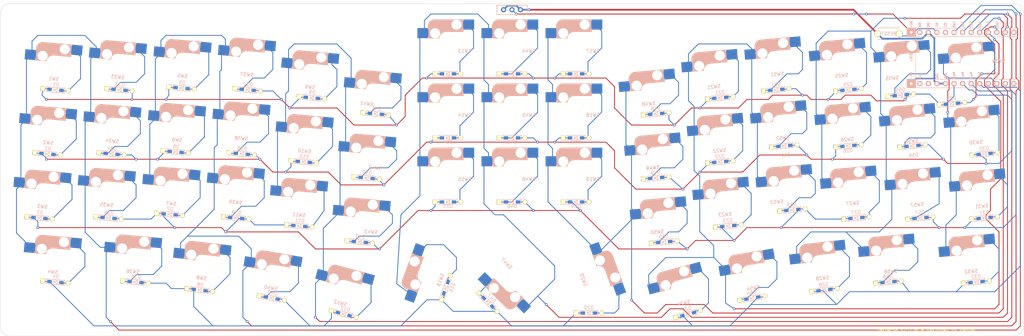
<source format=kicad_pcb>
(kicad_pcb (version 20171130) (host pcbnew "(5.1.12)-1")
  (layers (0 F.Cu signal) (31 B.Cu signal) (34 B.Paste user) (35 F.Paste user) (36 B.SilkS user) (37 F.SilkS user) (38 B.Mask user) (39 F.Mask user) (44 Edge.Cuts user))
  (net 0 "")
  (net 1 "Net-(D1-Pad2)")
  (net 2 Row0)
  (net 3 "Net-(D2-Pad2)")
  (net 4 Row1)
  (net 5 "Net-(D3-Pad2)")
  (net 6 Row2)
  (net 7 "Net-(D4-Pad2)")
  (net 8 Row3)
  (net 9 "Net-(D5-Pad2)")
  (net 10 "Net-(D6-Pad2)")
  (net 11 "Net-(D7-Pad2)")
  (net 12 "Net-(D8-Pad2)")
  (net 13 "Net-(D9-Pad2)")
  (net 14 "Net-(D10-Pad2)")
  (net 15 "Net-(D11-Pad2)")
  (net 16 "Net-(D12-Pad2)")
  (net 17 "Net-(D13-Pad2)")
  (net 18 "Net-(D14-Pad2)")
  (net 19 "Net-(D15-Pad2)")
  (net 20 "Net-(D16-Pad2)")
  (net 21 "Net-(D17-Pad2)")
  (net 22 "Net-(D18-Pad2)")
  (net 23 "Net-(D19-Pad2)")
  (net 24 "Net-(D20-Pad2)")
  (net 25 "Net-(D21-Pad2)")
  (net 26 "Net-(D22-Pad2)")
  (net 27 "Net-(D23-Pad2)")
  (net 28 "Net-(D24-Pad2)")
  (net 29 "Net-(D25-Pad2)")
  (net 30 "Net-(D26-Pad2)")
  (net 31 "Net-(D27-Pad2)")
  (net 32 "Net-(D28-Pad2)")
  (net 33 "Net-(D29-Pad2)")
  (net 34 "Net-(D30-Pad2)")
  (net 35 "Net-(D31-Pad2)")
  (net 36 "Net-(D32-Pad2)")
  (net 37 "Net-(D33-Pad1)")
  (net 38 "Net-(D34-Pad1)")
  (net 39 "Net-(D35-Pad1)")
  (net 40 "Net-(D36-Pad1)")
  (net 41 "Net-(D37-Pad1)")
  (net 42 "Net-(D38-Pad1)")
  (net 43 "Net-(D39-Pad1)")
  (net 44 "Net-(D40-Pad1)")
  (net 45 "Net-(D41-Pad1)")
  (net 46 "Net-(D42-Pad1)")
  (net 47 "Net-(D43-Pad1)")
  (net 48 "Net-(D44-Pad1)")
  (net 49 "Net-(D45-Pad1)")
  (net 50 "Net-(D46-Pad1)")
  (net 51 "Net-(D47-Pad1)")
  (net 52 "Net-(D48-Pad1)")
  (net 53 "Net-(D49-Pad1)")
  (net 54 "Net-(D50-Pad1)")
  (net 55 "Net-(D51-Pad1)")
  (net 56 "Net-(D52-Pad1)")
  (net 57 "Net-(D53-Pad1)")
  (net 58 "Net-(D54-Pad1)")
  (net 59 "Net-(D55-Pad1)")
  (net 60 "Net-(D56-Pad1)")
  (net 61 "Net-(D57-Pad1)")
  (net 62 "Net-(D58-Pad1)")
  (net 63 GND)
  (net 64 Bat+)
  (net 65 Col0)
  (net 66 Col1)
  (net 67 Col2)
  (net 68 Col3)
  (net 69 Col4)
  (net 70 Col5)
  (net 71 Col6)
  (net 72 Col7)
  (net 73 Reset)
  (net 74 "Net-(U1-Pad24)")
  (net 75 VCC)
  (net 76 "Net-(U1-Pad13)")
  (net 77 "Net-(U1-Pad12)")
  (net 78 "Net-(U1-Pad11)")
  (net 79 "Net-(U1-Pad9)")
  (net 80 "Net-(U1-Pad2)")
  (net 81 "Net-(U1-Pad1)")
  (module kbd_SW:CherryMX_Hotswap_1u (layer F.Cu) (at 171.45 100.0125 135)
    (fp_text reference SW47 (at 5 2.75 135) (layer B.SilkS) (effects (justify mirror)))
    (fp_text value SW_PUSH hide)
    (pad 2 smd rect (at 5.7 -5.12 315) (size 3.3 3) (drill (offset -0.45 0)) (layers B.Cu B.Paste B.Mask) (net 51 "Net-(D47-Pad1)"))
    (pad "" np_thru_hole circle (at -5.08 0 135) (size 2 2) (drill 2) (layers *.Cu *.Mask F.SilkS))
    (pad "" np_thru_hole circle (at 5.08 0 135) (size 2 2) (drill 2) (layers *.Cu *.Mask F.SilkS))
    (pad "" np_thru_hole circle (at 0 0 225) (size 4 4) (drill 4) (layers *.Cu *.Mask F.SilkS))
    (pad "" np_thru_hole circle (at 2.54 -5.08 315) (size 3 3) (drill 3) (layers *.Cu *.Mask))
    (pad "" np_thru_hole circle (at -3.81 -2.54 315) (size 3 3) (drill 3) (layers *.Cu *.Mask))
    (pad 1 smd rect (at -7 -2.58 315) (size 3.3 3) (drill (offset 0.45 0)) (layers B.Cu B.Paste B.Mask) (net 68 Col3))
  )
  (module kbd_SW:CherryMX_Hotswap_1u (layer F.Cu) (at 171.4625 66.675)
    (fp_text reference SW46 (at 5 2.75) (layer B.SilkS) (effects (justify mirror)))
    (fp_text value SW_PUSH hide)
    (pad 2 smd rect (at 5.7 -5.12 180) (size 3.3 3) (drill (offset -0.45 0)) (layers B.Cu B.Paste B.Mask) (net 50 "Net-(D46-Pad1)"))
    (pad "" np_thru_hole circle (at -5.08 0) (size 2 2) (drill 2) (layers *.Cu *.Mask F.SilkS))
    (pad "" np_thru_hole circle (at 5.08 0) (size 2 2) (drill 2) (layers *.Cu *.Mask F.SilkS))
    (pad "" np_thru_hole circle (at 0 0 90) (size 4 4) (drill 4) (layers *.Cu *.Mask F.SilkS))
    (pad "" np_thru_hole circle (at 2.54 -5.08 180) (size 3 3) (drill 3) (layers *.Cu *.Mask))
    (pad "" np_thru_hole circle (at -3.81 -2.54 180) (size 3 3) (drill 3) (layers *.Cu *.Mask))
    (pad 1 smd rect (at -7 -2.58 180) (size 3.3 3) (drill (offset 0.45 0)) (layers B.Cu B.Paste B.Mask) (net 68 Col3))
  )
  (module kbd_SW:CherryMX_Hotswap_1u (layer F.Cu) (at 171.45 28.575)
    (fp_text reference SW44 (at 5 2.75) (layer B.SilkS) (effects (justify mirror)))
    (fp_text value SW_PUSH hide)
    (pad 2 smd rect (at 5.7 -5.12 180) (size 3.3 3) (drill (offset -0.45 0)) (layers B.Cu B.Paste B.Mask) (net 48 "Net-(D44-Pad1)"))
    (pad "" np_thru_hole circle (at -5.08 0) (size 2 2) (drill 2) (layers *.Cu *.Mask F.SilkS))
    (pad "" np_thru_hole circle (at 5.08 0) (size 2 2) (drill 2) (layers *.Cu *.Mask F.SilkS))
    (pad "" np_thru_hole circle (at 0 0 90) (size 4 4) (drill 4) (layers *.Cu *.Mask F.SilkS))
    (pad "" np_thru_hole circle (at 2.54 -5.08 180) (size 3 3) (drill 3) (layers *.Cu *.Mask))
    (pad "" np_thru_hole circle (at -3.81 -2.54 180) (size 3 3) (drill 3) (layers *.Cu *.Mask))
    (pad 1 smd rect (at -7 -2.58 180) (size 3.3 3) (drill (offset 0.45 0)) (layers B.Cu B.Paste B.Mask) (net 68 Col3))
  )
  (module kbd_SW:CherryMX_Hotswap_1u (layer F.Cu) (at 190.5125 66.675)
    (fp_text reference SW19 (at 5 2.75) (layer B.SilkS) (effects (justify mirror)))
    (fp_text value SW_PUSH hide)
    (pad 2 smd rect (at 5.7 -5.12 180) (size 3.3 3) (drill (offset -0.45 0)) (layers B.Cu B.Paste B.Mask) (net 23 "Net-(D19-Pad2)"))
    (pad "" np_thru_hole circle (at -5.08 0) (size 2 2) (drill 2) (layers *.Cu *.Mask F.SilkS))
    (pad "" np_thru_hole circle (at 5.08 0) (size 2 2) (drill 2) (layers *.Cu *.Mask F.SilkS))
    (pad "" np_thru_hole circle (at 0 0 90) (size 4 4) (drill 4) (layers *.Cu *.Mask F.SilkS))
    (pad "" np_thru_hole circle (at 2.54 -5.08 180) (size 3 3) (drill 3) (layers *.Cu *.Mask))
    (pad "" np_thru_hole circle (at -3.81 -2.54 180) (size 3 3) (drill 3) (layers *.Cu *.Mask))
    (pad 1 smd rect (at -7 -2.58 180) (size 3.3 3) (drill (offset 0.45 0)) (layers B.Cu B.Paste B.Mask) (net 69 Col4))
  )
  (module kbd_SW:CherryMX_Hotswap_1u (layer F.Cu) (at 190.5125 47.625)
    (fp_text reference SW18 (at 5 2.75) (layer B.SilkS) (effects (justify mirror)))
    (fp_text value SW_PUSH hide)
    (pad 2 smd rect (at 5.7 -5.12 180) (size 3.3 3) (drill (offset -0.45 0)) (layers B.Cu B.Paste B.Mask) (net 22 "Net-(D18-Pad2)"))
    (pad "" np_thru_hole circle (at -5.08 0) (size 2 2) (drill 2) (layers *.Cu *.Mask F.SilkS))
    (pad "" np_thru_hole circle (at 5.08 0) (size 2 2) (drill 2) (layers *.Cu *.Mask F.SilkS))
    (pad "" np_thru_hole circle (at 0 0 90) (size 4 4) (drill 4) (layers *.Cu *.Mask F.SilkS))
    (pad "" np_thru_hole circle (at 2.54 -5.08 180) (size 3 3) (drill 3) (layers *.Cu *.Mask))
    (pad "" np_thru_hole circle (at -3.81 -2.54 180) (size 3 3) (drill 3) (layers *.Cu *.Mask))
    (pad 1 smd rect (at -7 -2.58 180) (size 3.3 3) (drill (offset 0.45 0)) (layers B.Cu B.Paste B.Mask) (net 69 Col4))
  )
  (module kbd_SW:CherryMX_Hotswap_1u (layer F.Cu) (at 190.5 28.575)
    (fp_text reference SW17 (at 5 2.75) (layer B.SilkS) (effects (justify mirror)))
    (fp_text value SW_PUSH hide)
    (pad 2 smd rect (at 5.7 -5.12 180) (size 3.3 3) (drill (offset -0.45 0)) (layers B.Cu B.Paste B.Mask) (net 21 "Net-(D17-Pad2)"))
    (pad "" np_thru_hole circle (at -5.08 0) (size 2 2) (drill 2) (layers *.Cu *.Mask F.SilkS))
    (pad "" np_thru_hole circle (at 5.08 0) (size 2 2) (drill 2) (layers *.Cu *.Mask F.SilkS))
    (pad "" np_thru_hole circle (at 0 0 90) (size 4 4) (drill 4) (layers *.Cu *.Mask F.SilkS))
    (pad "" np_thru_hole circle (at 2.54 -5.08 180) (size 3 3) (drill 3) (layers *.Cu *.Mask))
    (pad "" np_thru_hole circle (at -3.81 -2.54 180) (size 3 3) (drill 3) (layers *.Cu *.Mask))
    (pad 1 smd rect (at -7 -2.58 180) (size 3.3 3) (drill (offset 0.45 0)) (layers B.Cu B.Paste B.Mask) (net 69 Col4))
  )
  (module kbd_SW:CherryMX_Hotswap_1u (layer F.Cu) (at 152.4125 66.675)
    (fp_text reference SW15 (at 5 2.75) (layer B.SilkS) (effects (justify mirror)))
    (fp_text value SW_PUSH hide)
    (pad 2 smd rect (at 5.7 -5.12 180) (size 3.3 3) (drill (offset -0.45 0)) (layers B.Cu B.Paste B.Mask) (net 19 "Net-(D15-Pad2)"))
    (pad "" np_thru_hole circle (at -5.08 0) (size 2 2) (drill 2) (layers *.Cu *.Mask F.SilkS))
    (pad "" np_thru_hole circle (at 5.08 0) (size 2 2) (drill 2) (layers *.Cu *.Mask F.SilkS))
    (pad "" np_thru_hole circle (at 0 0 90) (size 4 4) (drill 4) (layers *.Cu *.Mask F.SilkS))
    (pad "" np_thru_hole circle (at 2.54 -5.08 180) (size 3 3) (drill 3) (layers *.Cu *.Mask))
    (pad "" np_thru_hole circle (at -3.81 -2.54 180) (size 3 3) (drill 3) (layers *.Cu *.Mask))
    (pad 1 smd rect (at -7 -2.58 180) (size 3.3 3) (drill (offset 0.45 0)) (layers B.Cu B.Paste B.Mask) (net 68 Col3))
  )
  (module kbd_SW:CherryMX_Hotswap_1u (layer F.Cu) (at 152.4125 47.625)
    (fp_text reference SW14 (at 5 2.75) (layer B.SilkS) (effects (justify mirror)))
    (fp_text value SW_PUSH hide)
    (pad 2 smd rect (at 5.7 -5.12 180) (size 3.3 3) (drill (offset -0.45 0)) (layers B.Cu B.Paste B.Mask) (net 18 "Net-(D14-Pad2)"))
    (pad "" np_thru_hole circle (at -5.08 0) (size 2 2) (drill 2) (layers *.Cu *.Mask F.SilkS))
    (pad "" np_thru_hole circle (at 5.08 0) (size 2 2) (drill 2) (layers *.Cu *.Mask F.SilkS))
    (pad "" np_thru_hole circle (at 0 0 90) (size 4 4) (drill 4) (layers *.Cu *.Mask F.SilkS))
    (pad "" np_thru_hole circle (at 2.54 -5.08 180) (size 3 3) (drill 3) (layers *.Cu *.Mask))
    (pad "" np_thru_hole circle (at -3.81 -2.54 180) (size 3 3) (drill 3) (layers *.Cu *.Mask))
    (pad 1 smd rect (at -7 -2.58 180) (size 3.3 3) (drill (offset 0.45 0)) (layers B.Cu B.Paste B.Mask) (net 68 Col3))
  )
  (module kbd_SW:CherryMX_Hotswap_1u (layer F.Cu) (at 152.4 28.575)
    (fp_text reference SW13 (at 5 2.75) (layer B.SilkS) (effects (justify mirror)))
    (fp_text value SW_PUSH hide)
    (pad 2 smd rect (at 5.7 -5.12 180) (size 3.3 3) (drill (offset -0.45 0)) (layers B.Cu B.Paste B.Mask) (net 17 "Net-(D13-Pad2)"))
    (pad "" np_thru_hole circle (at -5.08 0) (size 2 2) (drill 2) (layers *.Cu *.Mask F.SilkS))
    (pad "" np_thru_hole circle (at 5.08 0) (size 2 2) (drill 2) (layers *.Cu *.Mask F.SilkS))
    (pad "" np_thru_hole circle (at 0 0 90) (size 4 4) (drill 4) (layers *.Cu *.Mask F.SilkS))
    (pad "" np_thru_hole circle (at 2.54 -5.08 180) (size 3 3) (drill 3) (layers *.Cu *.Mask))
    (pad "" np_thru_hole circle (at -3.81 -2.54 180) (size 3 3) (drill 3) (layers *.Cu *.Mask))
    (pad 1 smd rect (at -7 -2.58 180) (size 3.3 3) (drill (offset 0.45 0)) (layers B.Cu B.Paste B.Mask) (net 68 Col3))
  )
  (module kbd_SW:CherryMX_Hotswap_1u (layer F.Cu) (at 171.4625 47.625)
    (fp_text reference SW45 (at 5 2.75) (layer B.SilkS) (effects (justify mirror)))
    (fp_text value SW_PUSH hide)
    (pad 2 smd rect (at 5.7 -5.12 180) (size 3.3 3) (drill (offset -0.45 0)) (layers B.Cu B.Paste B.Mask) (net 49 "Net-(D45-Pad1)"))
    (pad "" np_thru_hole circle (at -5.08 0) (size 2 2) (drill 2) (layers *.Cu *.Mask F.SilkS))
    (pad "" np_thru_hole circle (at 5.08 0) (size 2 2) (drill 2) (layers *.Cu *.Mask F.SilkS))
    (pad "" np_thru_hole circle (at 0 0 90) (size 4 4) (drill 4) (layers *.Cu *.Mask F.SilkS))
    (pad "" np_thru_hole circle (at 2.54 -5.08 180) (size 3 3) (drill 3) (layers *.Cu *.Mask))
    (pad "" np_thru_hole circle (at -3.81 -2.54 180) (size 3 3) (drill 3) (layers *.Cu *.Mask))
    (pad 1 smd rect (at -7 -2.58 180) (size 3.3 3) (drill (offset 0.45 0)) (layers B.Cu B.Paste B.Mask) (net 68 Col3))
  )
  (module kbd_SW:CherryMX_Hotswap_1u_Small1 (layer F.Cu) (at 288.2398 35.081966 5)
    (fp_text reference SW55 (at -4.11922 3.944029 5) (layer B.SilkS) (effects (justify mirror)))
    (fp_text value SW_PUSH hide)
    (pad 1 smd rect (at -7 -2.58 185) (size 3.3 3) (drill (offset 0.45 0)) (layers B.Cu B.Paste B.Mask) (net 71 Col6))
    (pad "" np_thru_hole circle (at -3.81 -2.54 185) (size 3 3) (drill 3) (layers *.Cu *.Mask))
    (pad "" np_thru_hole circle (at 2.54 -5.08 185) (size 3 3) (drill 3) (layers *.Cu *.Mask))
    (pad "" np_thru_hole circle (at 0 0 95) (size 4 4) (drill 4) (layers *.Cu *.Mask F.SilkS))
    (pad "" np_thru_hole circle (at 5.08 0 5) (size 2 2) (drill 2) (layers *.Cu *.Mask F.SilkS))
    (pad "" np_thru_hole circle (at -5.08 0 5) (size 2 2) (drill 2) (layers *.Cu *.Mask F.SilkS))
    (pad 2 smd rect (at 5.7 -5.12 185) (size 3.3 2.8) (drill (offset -0.45 -0.1)) (layers B.Cu B.Paste B.Mask) (net 59 "Net-(D55-Pad1)"))
  )
  (module kbd_SW:CherryMX_Hotswap_1u_Small1 (layer F.Cu) (at 307.400336 35.513658 5)
    (fp_text reference SW29 (at 8.902713 -0.449446 5) (layer B.SilkS) (effects (justify mirror)))
    (fp_text value SW_PUSH hide)
    (pad 1 smd rect (at -7 -2.58 185) (size 3.3 3) (drill (offset 0.45 0)) (layers B.Cu B.Paste B.Mask) (net 72 Col7))
    (pad "" np_thru_hole circle (at -3.81 -2.54 185) (size 3 3) (drill 3) (layers *.Cu *.Mask))
    (pad "" np_thru_hole circle (at 2.54 -5.08 185) (size 3 3) (drill 3) (layers *.Cu *.Mask))
    (pad "" np_thru_hole circle (at 0 0 95) (size 4 4) (drill 4) (layers *.Cu *.Mask F.SilkS))
    (pad "" np_thru_hole circle (at 5.08 0 5) (size 2 2) (drill 2) (layers *.Cu *.Mask F.SilkS))
    (pad "" np_thru_hole circle (at -5.08 0 5) (size 2 2) (drill 2) (layers *.Cu *.Mask F.SilkS))
    (pad 2 smd rect (at 5.7 -5.12 185) (size 3.3 2.8) (drill (offset -0.45 -0.1)) (layers B.Cu B.Paste B.Mask) (net 33 "Net-(D29-Pad2)"))
  )
  (module kbd_Parts:Micon_BMP_GL (layer F.Cu) (at 307.18125 33.3375 90)
    (fp_text reference U1 hide)
    (fp_text value BLEMicroPro hide)
    (fp_text user Row3 (at -5.25 3.302 270) (layer B.SilkS) (effects (font (size 0.75 0.5) (thickness 0.125)) (justify mirror)))
    (fp_text user Col4 (at 9.95 5.85 270) (layer B.SilkS) (effects (font (size 0.75 0.5) (thickness 0.125)) (justify mirror)))
    (fp_text user Row4 (at -5.2 5.85 270) (layer B.SilkS) (effects (font (size 0.75 0.5) (thickness 0.125)) (justify mirror)))
    (fp_text user Col5 (at 9.95 8.4455 270) (layer B.SilkS) (effects (font (size 0.75 0.5) (thickness 0.125)) (justify mirror)))
    (fp_text user Col7 (at -5.2 8.4455 270) (layer B.SilkS) (effects (font (size 0.75 0.5) (thickness 0.125)) (justify mirror)))
    (fp_text user Col6 (at 9.95 10.95 270) (layer B.SilkS) (effects (font (size 0.75 0.5) (thickness 0.125)) (justify mirror)))
    (fp_text user Col0 (at 9.9 -4.3 270) (layer B.SilkS) (effects (font (size 0.75 0.5) (thickness 0.125)) (justify mirror)))
    (fp_text user Row0 (at -5.161 -4.318 270) (layer B.SilkS) (effects (font (size 0.75 0.5) (thickness 0.125)) (justify mirror)))
    (fp_text user Col1 (at 9.85 -1.778 270) (layer B.SilkS) (effects (font (size 0.75 0.5) (thickness 0.125)) (justify mirror)))
    (fp_text user Row1 (at -5.161 -1.778 270) (layer B.SilkS) (effects (font (size 0.75 0.5) (thickness 0.125)) (justify mirror)))
    (fp_text user Col2 (at 9.9 0.762 270) (layer B.SilkS) (effects (font (size 0.75 0.5) (thickness 0.125)) (justify mirror)))
    (fp_text user Row2 (at -5.2 0.8 270) (layer B.SilkS) (effects (font (size 0.75 0.5) (thickness 0.125)) (justify mirror)))
    (fp_text user Col3 (at 9.9 3.35 270) (layer B.SilkS) (effects (font (size 0.75 0.5) (thickness 0.125)) (justify mirror)))
    (fp_text user GND (at -5.361 -6.7945 270) (layer B.SilkS) (effects (font (size 0.75 0.5) (thickness 0.125)) (justify mirror)))
    (fp_text user VCC (at 9.8155 -6.858 270) (layer B.SilkS) (effects (font (size 0.75 0.5) (thickness 0.125)) (justify mirror)))
    (fp_text user GND (at -5.4245 -9.3345 270) (layer B.SilkS) (effects (font (size 0.75 0.5) (thickness 0.125)) (justify mirror)))
    (fp_text user RST (at 9.8155 -9.3345 270) (layer B.SilkS) (effects (font (size 0.75 0.5) (thickness 0.125)) (justify mirror)))
    (fp_text user GND (at 9.8155 -11.938 270) (layer B.SilkS) (effects (font (size 0.75 0.5) (thickness 0.125)) (justify mirror)))
    (fp_text user LED (at -5.5 -14.478 270) (layer B.SilkS) (effects (font (size 0.75 0.5) (thickness 0.125)) (justify mirror)))
    (fp_text user RAW (at 9.8155 -14.478 270) (layer B.SilkS) (effects (font (size 0.75 0.5) (thickness 0.125)) (justify mirror)))
    (fp_text user "" (at 1.2065 -16.256 270) (layer F.SilkS))
    (fp_text user "" (at 0.5 -17.25 270) (layer B.SilkS) (effects (justify mirror)))
    (fp_text user BAT+ (at 9.9155 -17.018 270) (layer B.SilkS) (effects (font (size 0.75 0.5) (thickness 0.125)) (justify mirror)))
    (fp_text user BAT- (at -5.3 -17.018 270) (layer B.SilkS) (effects (font (size 0.75 0.5) (thickness 0.125)) (justify mirror)))
    (fp_text user BMP (at 0 -17 270) (layer B.SilkS) (effects (justify mirror)))
    (pad 24 thru_hole circle (at 7.5636 -14.478 270) (size 1.524 1.524) (drill 0.8128) (layers *.Cu *.Mask B.SilkS) (net 74 "Net-(U1-Pad24)"))
    (pad 23 thru_hole circle (at 7.5636 -11.938 270) (size 1.524 1.524) (drill 0.8128) (layers *.Cu *.Mask B.SilkS) (net 63 GND))
    (pad 22 thru_hole circle (at 7.5636 -9.398 270) (size 1.524 1.524) (drill 0.8128) (layers *.Cu *.Mask B.SilkS) (net 73 Reset))
    (pad 21 thru_hole circle (at 7.5636 -6.858 270) (size 1.524 1.524) (drill 0.8128) (layers *.Cu *.Mask B.SilkS) (net 75 VCC))
    (pad 20 thru_hole circle (at 7.5636 -4.318 270) (size 1.524 1.524) (drill 0.8128) (layers *.Cu *.Mask B.SilkS) (net 65 Col0))
    (pad 19 thru_hole circle (at 7.5636 -1.778 270) (size 1.524 1.524) (drill 0.8128) (layers *.Cu *.Mask B.SilkS) (net 66 Col1))
    (pad 18 thru_hole circle (at 7.5636 0.762 270) (size 1.524 1.524) (drill 0.8128) (layers *.Cu *.Mask B.SilkS) (net 67 Col2))
    (pad 17 thru_hole circle (at 7.5636 3.302 270) (size 1.524 1.524) (drill 0.8128) (layers *.Cu *.Mask B.SilkS) (net 68 Col3))
    (pad 16 thru_hole circle (at 7.5636 5.842 270) (size 1.524 1.524) (drill 0.8128) (layers *.Cu *.Mask B.SilkS) (net 69 Col4))
    (pad 15 thru_hole circle (at 7.5636 8.382 270) (size 1.524 1.524) (drill 0.8128) (layers *.Cu *.Mask B.SilkS) (net 70 Col5))
    (pad 14 thru_hole circle (at 7.5636 10.922 270) (size 1.524 1.524) (drill 0.8128) (layers *.Cu *.Mask B.SilkS) (net 71 Col6))
    (pad 13 thru_hole circle (at 7.5636 13.462 270) (size 1.524 1.524) (drill 0.8128) (layers *.Cu *.Mask B.SilkS) (net 76 "Net-(U1-Pad13)"))
    (pad 12 thru_hole circle (at -7.6564 13.462 270) (size 1.524 1.524) (drill 0.8128) (layers *.Cu *.Mask B.SilkS) (net 77 "Net-(U1-Pad12)"))
    (pad 11 thru_hole circle (at -7.6564 10.922 270) (size 1.524 1.524) (drill 0.8128) (layers *.Cu *.Mask B.SilkS) (net 78 "Net-(U1-Pad11)"))
    (pad 10 thru_hole circle (at -7.6564 8.382 270) (size 1.524 1.524) (drill 0.8128) (layers *.Cu *.Mask B.SilkS) (net 72 Col7))
    (pad 9 thru_hole circle (at -7.6564 5.842 270) (size 1.524 1.524) (drill 0.8128) (layers *.Cu *.Mask B.SilkS) (net 79 "Net-(U1-Pad9)"))
    (pad 8 thru_hole circle (at -7.6564 3.302 270) (size 1.524 1.524) (drill 0.8128) (layers *.Cu *.Mask B.SilkS) (net 8 Row3))
    (pad 7 thru_hole circle (at -7.6564 0.762 270) (size 1.524 1.524) (drill 0.8128) (layers *.Cu *.Mask B.SilkS) (net 6 Row2))
    (pad 6 thru_hole circle (at -7.6564 -1.778 270) (size 1.524 1.524) (drill 0.8128) (layers *.Cu *.Mask B.SilkS) (net 4 Row1))
    (pad 5 thru_hole circle (at -7.6564 -4.318 270) (size 1.524 1.524) (drill 0.8128) (layers *.Cu *.Mask B.SilkS) (net 2 Row0))
    (pad 4 thru_hole circle (at -7.6564 -6.858 270) (size 1.524 1.524) (drill 0.8128) (layers *.Cu *.Mask B.SilkS) (net 63 GND))
    (pad 3 thru_hole circle (at -7.6564 -9.398 270) (size 1.524 1.524) (drill 0.8128) (layers *.Cu *.Mask B.SilkS) (net 63 GND))
    (pad 2 thru_hole circle (at -7.6564 -11.938 270) (size 1.524 1.524) (drill 0.8128) (layers *.Cu *.Mask B.SilkS) (net 80 "Net-(U1-Pad2)"))
    (pad 1 thru_hole circle (at -7.6564 -14.478 270) (size 1.524 1.524) (drill 0.8128) (layers *.Cu *.Mask B.SilkS) (net 81 "Net-(U1-Pad1)"))
    (pad 26 thru_hole circle (at -7.6564 -17.018 270) (size 1.524 1.524) (drill 0.8128) (layers *.Cu *.Mask B.SilkS) (net 63 GND))
    (pad 25 thru_hole circle (at 7.5636 -17.018 270) (size 1.524 1.524) (drill 0.8128) (layers *.Cu *.Mask B.SilkS) (net 64 Bat+))
  )
  (module kbd_Parts:ResetSW (layer F.Cu) (at 283.36875 26.19375)
    (fp_text reference SW59 hide)
    (fp_text value SW_PUSH)
    (fp_text user RESET (at 0.127 0) (layer B.SilkS) (effects (justify mirror)))
    (pad 2 thru_hole circle (at -3.25 0) (size 2 2) (drill 1.3) (layers *.Cu *.Mask F.SilkS) (net 63 GND))
    (pad 1 thru_hole circle (at 3.25 0) (size 2 2) (drill 1.3) (layers *.Cu *.Mask F.SilkS) (net 73 Reset))
  )
  (module kbd_SW:CherryMX_Hotswap_1u (layer F.Cu) (at 283.731996 92.844651 5)
    (fp_text reference SW58 (at 0 4 5) (layer B.SilkS) (effects (justify mirror)))
    (fp_text value SW_PUSH hide)
    (pad 2 smd rect (at 5.7 -5.12 185) (size 3.3 3) (drill (offset -0.45 0)) (layers B.Cu B.Paste B.Mask) (net 62 "Net-(D58-Pad1)"))
    (pad "" np_thru_hole circle (at -5.08 0 5) (size 2 2) (drill 2) (layers *.Cu *.Mask F.SilkS))
    (pad "" np_thru_hole circle (at 5.08 0 5) (size 2 2) (drill 2) (layers *.Cu *.Mask F.SilkS))
    (pad "" np_thru_hole circle (at 0 0 95) (size 4 4) (drill 4) (layers *.Cu *.Mask F.SilkS))
    (pad "" np_thru_hole circle (at 2.54 -5.08 185) (size 3 3) (drill 3) (layers *.Cu *.Mask))
    (pad "" np_thru_hole circle (at -3.81 -2.54 185) (size 3 3) (drill 3) (layers *.Cu *.Mask))
    (pad 1 smd rect (at -7 -2.58 185) (size 3.3 3) (drill (offset 0.45 0)) (layers B.Cu B.Paste B.Mask) (net 71 Col6))
  )
  (module kbd_SW:CherryMX_Hotswap_1u (layer F.Cu) (at 291.560434 73.036984 5)
    (fp_text reference SW57 (at 0 4 5) (layer B.SilkS) (effects (justify mirror)))
    (fp_text value SW_PUSH hide)
    (pad 2 smd rect (at 5.7 -5.12 185) (size 3.3 3) (drill (offset -0.45 0)) (layers B.Cu B.Paste B.Mask) (net 61 "Net-(D57-Pad1)"))
    (pad "" np_thru_hole circle (at -5.08 0 5) (size 2 2) (drill 2) (layers *.Cu *.Mask F.SilkS))
    (pad "" np_thru_hole circle (at 5.08 0 5) (size 2 2) (drill 2) (layers *.Cu *.Mask F.SilkS))
    (pad "" np_thru_hole circle (at 0 0 95) (size 4 4) (drill 4) (layers *.Cu *.Mask F.SilkS))
    (pad "" np_thru_hole circle (at 2.54 -5.08 185) (size 3 3) (drill 3) (layers *.Cu *.Mask))
    (pad "" np_thru_hole circle (at -3.81 -2.54 185) (size 3 3) (drill 3) (layers *.Cu *.Mask))
    (pad 1 smd rect (at -7 -2.58 185) (size 3.3 3) (drill (offset 0.45 0)) (layers B.Cu B.Paste B.Mask) (net 71 Col6))
  )
  (module kbd_SW:CherryMX_Hotswap_1u (layer F.Cu) (at 289.912569 54.058385 5)
    (fp_text reference SW56 (at 0 4 5) (layer B.SilkS) (effects (justify mirror)))
    (fp_text value SW_PUSH hide)
    (pad 2 smd rect (at 5.7 -5.12 185) (size 3.3 3) (drill (offset -0.45 0)) (layers B.Cu B.Paste B.Mask) (net 60 "Net-(D56-Pad1)"))
    (pad "" np_thru_hole circle (at -5.08 0 5) (size 2 2) (drill 2) (layers *.Cu *.Mask F.SilkS))
    (pad "" np_thru_hole circle (at 5.08 0 5) (size 2 2) (drill 2) (layers *.Cu *.Mask F.SilkS))
    (pad "" np_thru_hole circle (at 0 0 95) (size 4 4) (drill 4) (layers *.Cu *.Mask F.SilkS))
    (pad "" np_thru_hole circle (at 2.54 -5.08 185) (size 3 3) (drill 3) (layers *.Cu *.Mask))
    (pad "" np_thru_hole circle (at -3.81 -2.54 185) (size 3 3) (drill 3) (layers *.Cu *.Mask))
    (pad 1 smd rect (at -7 -2.58 185) (size 3.3 3) (drill (offset 0.45 0)) (layers B.Cu B.Paste B.Mask) (net 71 Col6))
  )
  (module kbd_SW:CherryMX_Hotswap_1u (layer F.Cu) (at 242.4875 97.83125 9.5)
    (fp_text reference SW54 (at 0 4 9.5) (layer B.SilkS) (effects (justify mirror)))
    (fp_text value SW_PUSH hide)
    (pad 2 smd rect (at 5.7 -5.12 189.5) (size 3.3 3) (drill (offset -0.45 0)) (layers B.Cu B.Paste B.Mask) (net 58 "Net-(D54-Pad1)"))
    (pad "" np_thru_hole circle (at -5.08 0 9.5) (size 2 2) (drill 2) (layers *.Cu *.Mask F.SilkS))
    (pad "" np_thru_hole circle (at 5.08 0 9.5) (size 2 2) (drill 2) (layers *.Cu *.Mask F.SilkS))
    (pad "" np_thru_hole circle (at 0 0 99.5) (size 4 4) (drill 4) (layers *.Cu *.Mask F.SilkS))
    (pad "" np_thru_hole circle (at 2.54 -5.08 189.5) (size 3 3) (drill 3) (layers *.Cu *.Mask))
    (pad "" np_thru_hole circle (at -3.81 -2.54 189.5) (size 3 3) (drill 3) (layers *.Cu *.Mask))
    (pad 1 smd rect (at -7 -2.58 189.5) (size 3.3 3) (drill (offset 0.45 0)) (layers B.Cu B.Paste B.Mask) (net 70 Col5))
  )
  (module kbd_SW:CherryMX_Hotswap_1u (layer F.Cu) (at 253.251814 72.172511 5)
    (fp_text reference SW53 (at -3.397459 3.702761 5) (layer B.SilkS) (effects (justify mirror)))
    (fp_text value SW_PUSH hide)
    (pad 2 smd rect (at 5.7 -5.12 185) (size 3.3 3) (drill (offset -0.45 0)) (layers B.Cu B.Paste B.Mask) (net 57 "Net-(D53-Pad1)"))
    (pad "" np_thru_hole circle (at -5.08 0 5) (size 2 2) (drill 2) (layers *.Cu *.Mask F.SilkS))
    (pad "" np_thru_hole circle (at 5.08 0 5) (size 2 2) (drill 2) (layers *.Cu *.Mask F.SilkS))
    (pad "" np_thru_hole circle (at 0 0 95) (size 4 4) (drill 4) (layers *.Cu *.Mask F.SilkS))
    (pad "" np_thru_hole circle (at 2.54 -5.08 185) (size 3 3) (drill 3) (layers *.Cu *.Mask))
    (pad "" np_thru_hole circle (at -3.81 -2.54 185) (size 3 3) (drill 3) (layers *.Cu *.Mask))
    (pad 1 smd rect (at -7 -2.58 185) (size 3.3 3) (drill (offset 0.45 0)) (layers B.Cu B.Paste B.Mask) (net 70 Col5))
  )
  (module kbd_SW:CherryMX_Hotswap_1u (layer F.Cu) (at 251.591497 53.195002 5)
    (fp_text reference SW52 (at 0 4 5) (layer B.SilkS) (effects (justify mirror)))
    (fp_text value SW_PUSH hide)
    (pad 2 smd rect (at 5.7 -5.12 185) (size 3.3 3) (drill (offset -0.45 0)) (layers B.Cu B.Paste B.Mask) (net 56 "Net-(D52-Pad1)"))
    (pad "" np_thru_hole circle (at -5.08 0 5) (size 2 2) (drill 2) (layers *.Cu *.Mask F.SilkS))
    (pad "" np_thru_hole circle (at 5.08 0 5) (size 2 2) (drill 2) (layers *.Cu *.Mask F.SilkS))
    (pad "" np_thru_hole circle (at 0 0 95) (size 4 4) (drill 4) (layers *.Cu *.Mask F.SilkS))
    (pad "" np_thru_hole circle (at 2.54 -5.08 185) (size 3 3) (drill 3) (layers *.Cu *.Mask))
    (pad "" np_thru_hole circle (at -3.81 -2.54 185) (size 3 3) (drill 3) (layers *.Cu *.Mask))
    (pad 1 smd rect (at -7 -2.58 185) (size 3.3 3) (drill (offset 0.45 0)) (layers B.Cu B.Paste B.Mask) (net 70 Col5))
  )
  (module kbd_SW:CherryMX_Hotswap_1u (layer F.Cu) (at 249.918728 34.218582 5)
    (fp_text reference SW51 (at 0 4 5) (layer B.SilkS) (effects (justify mirror)))
    (fp_text value SW_PUSH hide)
    (pad 2 smd rect (at 5.7 -5.12 185) (size 3.3 3) (drill (offset -0.45 0)) (layers B.Cu B.Paste B.Mask) (net 55 "Net-(D51-Pad1)"))
    (pad "" np_thru_hole circle (at -5.08 0 5) (size 2 2) (drill 2) (layers *.Cu *.Mask F.SilkS))
    (pad "" np_thru_hole circle (at 5.08 0 5) (size 2 2) (drill 2) (layers *.Cu *.Mask F.SilkS))
    (pad "" np_thru_hole circle (at 0 0 95) (size 4 4) (drill 4) (layers *.Cu *.Mask F.SilkS))
    (pad "" np_thru_hole circle (at 2.54 -5.08 185) (size 3 3) (drill 3) (layers *.Cu *.Mask))
    (pad "" np_thru_hole circle (at -3.81 -2.54 185) (size 3 3) (drill 3) (layers *.Cu *.Mask))
    (pad 1 smd rect (at -7 -2.58 185) (size 3.3 3) (drill (offset 0.45 0)) (layers B.Cu B.Paste B.Mask) (net 70 Col5))
  )
  (module kbd_SW:CherryMX_Hotswap_1u (layer F.Cu) (at 215.845877 81.769171 5)
    (fp_text reference SW50 (at -1.50068 3.202222 5) (layer B.SilkS) (effects (justify mirror)))
    (fp_text value SW_PUSH hide)
    (pad 2 smd rect (at 5.7 -5.12 185) (size 3.3 3) (drill (offset -0.45 0)) (layers B.Cu B.Paste B.Mask) (net 54 "Net-(D50-Pad1)"))
    (pad "" np_thru_hole circle (at -5.08 0 5) (size 2 2) (drill 2) (layers *.Cu *.Mask F.SilkS))
    (pad "" np_thru_hole circle (at 5.08 0 5) (size 2 2) (drill 2) (layers *.Cu *.Mask F.SilkS))
    (pad "" np_thru_hole circle (at 0 0 95) (size 4 4) (drill 4) (layers *.Cu *.Mask F.SilkS))
    (pad "" np_thru_hole circle (at 2.54 -5.08 185) (size 3 3) (drill 3) (layers *.Cu *.Mask))
    (pad "" np_thru_hole circle (at -3.81 -2.54 185) (size 3 3) (drill 3) (layers *.Cu *.Mask))
    (pad 1 smd rect (at -7 -2.58 185) (size 3.3 3) (drill (offset 0.45 0)) (layers B.Cu B.Paste B.Mask) (net 69 Col4))
  )
  (module kbd_SW:CherryMX_Hotswap_1u (layer F.Cu) (at 214.18556 62.791662 5)
    (fp_text reference SW49 (at -1.10553 3.164025 5) (layer B.SilkS) (effects (justify mirror)))
    (fp_text value SW_PUSH hide)
    (pad 2 smd rect (at 5.7 -5.12 185) (size 3.3 3) (drill (offset -0.45 0)) (layers B.Cu B.Paste B.Mask) (net 53 "Net-(D49-Pad1)"))
    (pad "" np_thru_hole circle (at -5.08 0 5) (size 2 2) (drill 2) (layers *.Cu *.Mask F.SilkS))
    (pad "" np_thru_hole circle (at 5.08 0 5) (size 2 2) (drill 2) (layers *.Cu *.Mask F.SilkS))
    (pad "" np_thru_hole circle (at 0 0 95) (size 4 4) (drill 4) (layers *.Cu *.Mask F.SilkS))
    (pad "" np_thru_hole circle (at 2.54 -5.08 185) (size 3 3) (drill 3) (layers *.Cu *.Mask))
    (pad "" np_thru_hole circle (at -3.81 -2.54 185) (size 3 3) (drill 3) (layers *.Cu *.Mask))
    (pad 1 smd rect (at -7 -2.58 185) (size 3.3 3) (drill (offset 0.45 0)) (layers B.Cu B.Paste B.Mask) (net 69 Col4))
  )
  (module kbd_SW:CherryMX_Hotswap_1u (layer F.Cu) (at 212.512791 43.815242 5)
    (fp_text reference SW48 (at -0.697881 3.125828 5) (layer B.SilkS) (effects (justify mirror)))
    (fp_text value SW_PUSH hide)
    (pad 2 smd rect (at 5.7 -5.12 185) (size 3.3 3) (drill (offset -0.45 0)) (layers B.Cu B.Paste B.Mask) (net 52 "Net-(D48-Pad1)"))
    (pad "" np_thru_hole circle (at -5.08 0 5) (size 2 2) (drill 2) (layers *.Cu *.Mask F.SilkS))
    (pad "" np_thru_hole circle (at 5.08 0 5) (size 2 2) (drill 2) (layers *.Cu *.Mask F.SilkS))
    (pad "" np_thru_hole circle (at 0 0 95) (size 4 4) (drill 4) (layers *.Cu *.Mask F.SilkS))
    (pad "" np_thru_hole circle (at 2.54 -5.08 185) (size 3 3) (drill 3) (layers *.Cu *.Mask))
    (pad "" np_thru_hole circle (at -3.81 -2.54 185) (size 3 3) (drill 3) (layers *.Cu *.Mask))
    (pad 1 smd rect (at -7 -2.58 185) (size 3.3 3) (drill (offset 0.45 0)) (layers B.Cu B.Paste B.Mask) (net 69 Col4))
  )
  (module kbd_SW:CherryMX_Hotswap_1u (layer F.Cu) (at 127.074024 81.885949 355)
    (fp_text reference SW43 (at 2.735844 2.976935 175) (layer B.SilkS) (effects (justify mirror)))
    (fp_text value SW_PUSH hide)
    (pad 2 smd rect (at 5.7 -5.12 175) (size 3.3 3) (drill (offset -0.45 0)) (layers B.Cu B.Paste B.Mask) (net 47 "Net-(D43-Pad1)"))
    (pad "" np_thru_hole circle (at -5.08 0 355) (size 2 2) (drill 2) (layers *.Cu *.Mask F.SilkS))
    (pad "" np_thru_hole circle (at 5.08 0 355) (size 2 2) (drill 2) (layers *.Cu *.Mask F.SilkS))
    (pad "" np_thru_hole circle (at 0 0 85) (size 4 4) (drill 4) (layers *.Cu *.Mask F.SilkS))
    (pad "" np_thru_hole circle (at 2.54 -5.08 175) (size 3 3) (drill 3) (layers *.Cu *.Mask))
    (pad "" np_thru_hole circle (at -3.81 -2.54 175) (size 3 3) (drill 3) (layers *.Cu *.Mask))
    (pad 1 smd rect (at -7 -2.58 175) (size 3.3 3) (drill (offset 0.45 0)) (layers B.Cu B.Paste B.Mask) (net 67 Col2))
  )
  (module kbd_SW:CherryMX_Hotswap_1u (layer F.Cu) (at 128.734341 62.90844 355)
    (fp_text reference SW42 (at 2.340694 2.938738 175) (layer B.SilkS) (effects (justify mirror)))
    (fp_text value SW_PUSH hide)
    (pad 2 smd rect (at 5.7 -5.12 175) (size 3.3 3) (drill (offset -0.45 0)) (layers B.Cu B.Paste B.Mask) (net 46 "Net-(D42-Pad1)"))
    (pad "" np_thru_hole circle (at -5.08 0 355) (size 2 2) (drill 2) (layers *.Cu *.Mask F.SilkS))
    (pad "" np_thru_hole circle (at 5.08 0 355) (size 2 2) (drill 2) (layers *.Cu *.Mask F.SilkS))
    (pad "" np_thru_hole circle (at 0 0 85) (size 4 4) (drill 4) (layers *.Cu *.Mask F.SilkS))
    (pad "" np_thru_hole circle (at 2.54 -5.08 175) (size 3 3) (drill 3) (layers *.Cu *.Mask))
    (pad "" np_thru_hole circle (at -3.81 -2.54 175) (size 3 3) (drill 3) (layers *.Cu *.Mask))
    (pad 1 smd rect (at -7 -2.58 175) (size 3.3 3) (drill (offset 0.45 0)) (layers B.Cu B.Paste B.Mask) (net 67 Col2))
  )
  (module kbd_SW:CherryMX_Hotswap_1u (layer F.Cu) (at 130.382205 43.929842 355)
    (fp_text reference SW41 (at -1.837457 3.232604 175) (layer B.SilkS) (effects (justify mirror)))
    (fp_text value SW_PUSH hide)
    (pad 2 smd rect (at 5.7 -5.12 175) (size 3.3 3) (drill (offset -0.45 0)) (layers B.Cu B.Paste B.Mask) (net 45 "Net-(D41-Pad1)"))
    (pad "" np_thru_hole circle (at -5.08 0 355) (size 2 2) (drill 2) (layers *.Cu *.Mask F.SilkS))
    (pad "" np_thru_hole circle (at 5.08 0 355) (size 2 2) (drill 2) (layers *.Cu *.Mask F.SilkS))
    (pad "" np_thru_hole circle (at 0 0 85) (size 4 4) (drill 4) (layers *.Cu *.Mask F.SilkS))
    (pad "" np_thru_hole circle (at 2.54 -5.08 175) (size 3 3) (drill 3) (layers *.Cu *.Mask))
    (pad "" np_thru_hole circle (at -3.81 -2.54 175) (size 3 3) (drill 3) (layers *.Cu *.Mask))
    (pad 1 smd rect (at -7 -2.58 175) (size 3.3 3) (drill (offset 0.45 0)) (layers B.Cu B.Paste B.Mask) (net 67 Col2))
  )
  (module kbd_SW:CherryMX_Hotswap_1u (layer F.Cu) (at 100.4125 97.83125 350.5)
    (fp_text reference SW40 (at 0 4 170.5) (layer B.SilkS) (effects (justify mirror)))
    (fp_text value SW_PUSH hide)
    (pad 2 smd rect (at 5.7 -5.12 170.5) (size 3.3 3) (drill (offset -0.45 0)) (layers B.Cu B.Paste B.Mask) (net 44 "Net-(D40-Pad1)"))
    (pad "" np_thru_hole circle (at -5.08 0 350.5) (size 2 2) (drill 2) (layers *.Cu *.Mask F.SilkS))
    (pad "" np_thru_hole circle (at 5.08 0 350.5) (size 2 2) (drill 2) (layers *.Cu *.Mask F.SilkS))
    (pad "" np_thru_hole circle (at 0 0 80.5) (size 4 4) (drill 4) (layers *.Cu *.Mask F.SilkS))
    (pad "" np_thru_hole circle (at 2.54 -5.08 170.5) (size 3 3) (drill 3) (layers *.Cu *.Mask))
    (pad "" np_thru_hole circle (at -3.81 -2.54 170.5) (size 3 3) (drill 3) (layers *.Cu *.Mask))
    (pad 1 smd rect (at -7 -2.58 170.5) (size 3.3 3) (drill (offset 0.45 0)) (layers B.Cu B.Paste B.Mask) (net 66 Col1))
  )
  (module kbd_SW:CherryMX_Hotswap_1u (layer F.Cu) (at 89.668087 72.289289 355)
    (fp_text reference SW39 (at 0 4 175) (layer B.SilkS) (effects (justify mirror)))
    (fp_text value SW_PUSH hide)
    (pad 2 smd rect (at 5.7 -5.12 175) (size 3.3 3) (drill (offset -0.45 0)) (layers B.Cu B.Paste B.Mask) (net 43 "Net-(D39-Pad1)"))
    (pad "" np_thru_hole circle (at -5.08 0 355) (size 2 2) (drill 2) (layers *.Cu *.Mask F.SilkS))
    (pad "" np_thru_hole circle (at 5.08 0 355) (size 2 2) (drill 2) (layers *.Cu *.Mask F.SilkS))
    (pad "" np_thru_hole circle (at 0 0 85) (size 4 4) (drill 4) (layers *.Cu *.Mask F.SilkS))
    (pad "" np_thru_hole circle (at 2.54 -5.08 175) (size 3 3) (drill 3) (layers *.Cu *.Mask))
    (pad "" np_thru_hole circle (at -3.81 -2.54 175) (size 3 3) (drill 3) (layers *.Cu *.Mask))
    (pad 1 smd rect (at -7 -2.58 175) (size 3.3 3) (drill (offset 0.45 0)) (layers B.Cu B.Paste B.Mask) (net 66 Col1))
  )
  (module kbd_SW:CherryMX_Hotswap_1u (layer F.Cu) (at 91.328404 53.31178 355)
    (fp_text reference SW38 (at 0 4 175) (layer B.SilkS) (effects (justify mirror)))
    (fp_text value SW_PUSH hide)
    (pad 2 smd rect (at 5.7 -5.12 175) (size 3.3 3) (drill (offset -0.45 0)) (layers B.Cu B.Paste B.Mask) (net 42 "Net-(D38-Pad1)"))
    (pad "" np_thru_hole circle (at -5.08 0 355) (size 2 2) (drill 2) (layers *.Cu *.Mask F.SilkS))
    (pad "" np_thru_hole circle (at 5.08 0 355) (size 2 2) (drill 2) (layers *.Cu *.Mask F.SilkS))
    (pad "" np_thru_hole circle (at 0 0 85) (size 4 4) (drill 4) (layers *.Cu *.Mask F.SilkS))
    (pad "" np_thru_hole circle (at 2.54 -5.08 175) (size 3 3) (drill 3) (layers *.Cu *.Mask))
    (pad "" np_thru_hole circle (at -3.81 -2.54 175) (size 3 3) (drill 3) (layers *.Cu *.Mask))
    (pad 1 smd rect (at -7 -2.58 175) (size 3.3 3) (drill (offset 0.45 0)) (layers B.Cu B.Paste B.Mask) (net 66 Col1))
  )
  (module kbd_SW:CherryMX_Hotswap_1u (layer F.Cu) (at 92.976269 34.333181 355)
    (fp_text reference SW37 (at 0 4 175) (layer B.SilkS) (effects (justify mirror)))
    (fp_text value SW_PUSH hide)
    (pad 2 smd rect (at 5.7 -5.12 175) (size 3.3 3) (drill (offset -0.45 0)) (layers B.Cu B.Paste B.Mask) (net 41 "Net-(D37-Pad1)"))
    (pad "" np_thru_hole circle (at -5.08 0 355) (size 2 2) (drill 2) (layers *.Cu *.Mask F.SilkS))
    (pad "" np_thru_hole circle (at 5.08 0 355) (size 2 2) (drill 2) (layers *.Cu *.Mask F.SilkS))
    (pad "" np_thru_hole circle (at 0 0 85) (size 4 4) (drill 4) (layers *.Cu *.Mask F.SilkS))
    (pad "" np_thru_hole circle (at 2.54 -5.08 175) (size 3 3) (drill 3) (layers *.Cu *.Mask))
    (pad "" np_thru_hole circle (at -3.81 -2.54 175) (size 3 3) (drill 3) (layers *.Cu *.Mask))
    (pad 1 smd rect (at -7 -2.58 175) (size 3.3 3) (drill (offset 0.45 0)) (layers B.Cu B.Paste B.Mask) (net 66 Col1))
  )
  (module kbd_SW:CherryMX_Hotswap_1u (layer F.Cu) (at 59.119954 92.867348 355)
    (fp_text reference SW36 (at 0 4 175) (layer B.SilkS) (effects (justify mirror)))
    (fp_text value SW_PUSH hide)
    (pad 2 smd rect (at 5.7 -5.12 175) (size 3.3 3) (drill (offset -0.45 0)) (layers B.Cu B.Paste B.Mask) (net 40 "Net-(D36-Pad1)"))
    (pad "" np_thru_hole circle (at -5.08 0 355) (size 2 2) (drill 2) (layers *.Cu *.Mask F.SilkS))
    (pad "" np_thru_hole circle (at 5.08 0 355) (size 2 2) (drill 2) (layers *.Cu *.Mask F.SilkS))
    (pad "" np_thru_hole circle (at 0 0 85) (size 4 4) (drill 4) (layers *.Cu *.Mask F.SilkS))
    (pad "" np_thru_hole circle (at 2.54 -5.08 175) (size 3 3) (drill 3) (layers *.Cu *.Mask))
    (pad "" np_thru_hole circle (at -3.81 -2.54 175) (size 3 3) (drill 3) (layers *.Cu *.Mask))
    (pad 1 smd rect (at -7 -2.58 175) (size 3.3 3) (drill (offset 0.45 0)) (layers B.Cu B.Paste B.Mask) (net 65 Col0))
  )
  (module kbd_SW:CherryMX_Hotswap_1u (layer F.Cu) (at 51.291516 73.059681 355)
    (fp_text reference SW35 (at 0 4 175) (layer B.SilkS) (effects (justify mirror)))
    (fp_text value SW_PUSH hide)
    (pad 2 smd rect (at 5.7 -5.12 175) (size 3.3 3) (drill (offset -0.45 0)) (layers B.Cu B.Paste B.Mask) (net 39 "Net-(D35-Pad1)"))
    (pad "" np_thru_hole circle (at -5.08 0 355) (size 2 2) (drill 2) (layers *.Cu *.Mask F.SilkS))
    (pad "" np_thru_hole circle (at 5.08 0 355) (size 2 2) (drill 2) (layers *.Cu *.Mask F.SilkS))
    (pad "" np_thru_hole circle (at 0 0 85) (size 4 4) (drill 4) (layers *.Cu *.Mask F.SilkS))
    (pad "" np_thru_hole circle (at 2.54 -5.08 175) (size 3 3) (drill 3) (layers *.Cu *.Mask))
    (pad "" np_thru_hole circle (at -3.81 -2.54 175) (size 3 3) (drill 3) (layers *.Cu *.Mask))
    (pad 1 smd rect (at -7 -2.58 175) (size 3.3 3) (drill (offset 0.45 0)) (layers B.Cu B.Paste B.Mask) (net 65 Col0))
  )
  (module kbd_SW:CherryMX_Hotswap_1u (layer F.Cu) (at 52.951833 54.082172 355)
    (fp_text reference SW34 (at 0 4 175) (layer B.SilkS) (effects (justify mirror)))
    (fp_text value SW_PUSH hide)
    (pad 2 smd rect (at 5.7 -5.12 175) (size 3.3 3) (drill (offset -0.45 0)) (layers B.Cu B.Paste B.Mask) (net 38 "Net-(D34-Pad1)"))
    (pad "" np_thru_hole circle (at -5.08 0 355) (size 2 2) (drill 2) (layers *.Cu *.Mask F.SilkS))
    (pad "" np_thru_hole circle (at 5.08 0 355) (size 2 2) (drill 2) (layers *.Cu *.Mask F.SilkS))
    (pad "" np_thru_hole circle (at 0 0 85) (size 4 4) (drill 4) (layers *.Cu *.Mask F.SilkS))
    (pad "" np_thru_hole circle (at 2.54 -5.08 175) (size 3 3) (drill 3) (layers *.Cu *.Mask))
    (pad "" np_thru_hole circle (at -3.81 -2.54 175) (size 3 3) (drill 3) (layers *.Cu *.Mask))
    (pad 1 smd rect (at -7 -2.58 175) (size 3.3 3) (drill (offset 0.45 0)) (layers B.Cu B.Paste B.Mask) (net 65 Col0))
  )
  (module kbd_SW:CherryMX_Hotswap_1u (layer F.Cu) (at 54.599698 35.103572 355)
    (fp_text reference SW33 (at 0 4 175) (layer B.SilkS) (effects (justify mirror)))
    (fp_text value SW_PUSH hide)
    (pad 2 smd rect (at 5.7 -5.12 175) (size 3.3 3) (drill (offset -0.45 0)) (layers B.Cu B.Paste B.Mask) (net 37 "Net-(D33-Pad1)"))
    (pad "" np_thru_hole circle (at -5.08 0 355) (size 2 2) (drill 2) (layers *.Cu *.Mask F.SilkS))
    (pad "" np_thru_hole circle (at 5.08 0 355) (size 2 2) (drill 2) (layers *.Cu *.Mask F.SilkS))
    (pad "" np_thru_hole circle (at 0 0 85) (size 4 4) (drill 4) (layers *.Cu *.Mask F.SilkS))
    (pad "" np_thru_hole circle (at 2.54 -5.08 175) (size 3 3) (drill 3) (layers *.Cu *.Mask))
    (pad "" np_thru_hole circle (at -3.81 -2.54 175) (size 3 3) (drill 3) (layers *.Cu *.Mask))
    (pad 1 smd rect (at -7 -2.58 175) (size 3.3 3) (drill (offset 0.45 0)) (layers B.Cu B.Paste B.Mask) (net 65 Col0))
  )
  (module kbd_SW:CherryMX_Hotswap_1.5u (layer F.Cu) (at 307.636909 92.861264 5)
    (fp_text reference SW32 (at 0 4 5) (layer B.SilkS) (effects (justify mirror)))
    (fp_text value SW_PUSH hide)
    (pad 1 smd rect (at -7 -2.58 185) (size 3.3 3) (drill (offset 0.45 0)) (layers B.Cu B.Paste B.Mask) (net 72 Col7))
    (pad "" np_thru_hole circle (at -3.81 -2.54 185) (size 3 3) (drill 3) (layers *.Cu *.Mask))
    (pad "" np_thru_hole circle (at 2.54 -5.08 185) (size 3 3) (drill 3) (layers *.Cu *.Mask))
    (pad "" np_thru_hole circle (at 0 0 95) (size 4 4) (drill 4) (layers *.Cu *.Mask F.SilkS))
    (pad "" np_thru_hole circle (at 5.08 0 5) (size 2 2) (drill 2) (layers *.Cu *.Mask F.SilkS))
    (pad "" np_thru_hole circle (at -5.08 0 5) (size 2 2) (drill 2) (layers *.Cu *.Mask F.SilkS))
    (pad 2 smd rect (at 5.7 -5.12 185) (size 3.3 3) (drill (offset -0.45 0)) (layers B.Cu B.Paste B.Mask) (net 36 "Net-(D32-Pad2)"))
  )
  (module kbd_SW:CherryMX_Hotswap_1u (layer F.Cu) (at 310.72097 73.468676 5)
    (fp_text reference SW31 (at 0 4 5) (layer B.SilkS) (effects (justify mirror)))
    (fp_text value SW_PUSH hide)
    (pad 2 smd rect (at 5.7 -5.12 185) (size 3.3 3) (drill (offset -0.45 0)) (layers B.Cu B.Paste B.Mask) (net 35 "Net-(D31-Pad2)"))
    (pad "" np_thru_hole circle (at -5.08 0 5) (size 2 2) (drill 2) (layers *.Cu *.Mask F.SilkS))
    (pad "" np_thru_hole circle (at 5.08 0 5) (size 2 2) (drill 2) (layers *.Cu *.Mask F.SilkS))
    (pad "" np_thru_hole circle (at 0 0 95) (size 4 4) (drill 4) (layers *.Cu *.Mask F.SilkS))
    (pad "" np_thru_hole circle (at 2.54 -5.08 185) (size 3 3) (drill 3) (layers *.Cu *.Mask))
    (pad "" np_thru_hole circle (at -3.81 -2.54 185) (size 3 3) (drill 3) (layers *.Cu *.Mask))
    (pad 1 smd rect (at -7 -2.58 185) (size 3.3 3) (drill (offset 0.45 0)) (layers B.Cu B.Paste B.Mask) (net 72 Col7))
  )
  (module kbd_SW:CherryMX_Hotswap_1u (layer F.Cu) (at 309.073105 54.490077 5)
    (fp_text reference SW30 (at 0 4 5) (layer B.SilkS) (effects (justify mirror)))
    (fp_text value SW_PUSH hide)
    (pad 2 smd rect (at 5.7 -5.12 185) (size 3.3 3) (drill (offset -0.45 0)) (layers B.Cu B.Paste B.Mask) (net 34 "Net-(D30-Pad2)"))
    (pad "" np_thru_hole circle (at -5.08 0 5) (size 2 2) (drill 2) (layers *.Cu *.Mask F.SilkS))
    (pad "" np_thru_hole circle (at 5.08 0 5) (size 2 2) (drill 2) (layers *.Cu *.Mask F.SilkS))
    (pad "" np_thru_hole circle (at 0 0 95) (size 4 4) (drill 4) (layers *.Cu *.Mask F.SilkS))
    (pad "" np_thru_hole circle (at 2.54 -5.08 185) (size 3 3) (drill 3) (layers *.Cu *.Mask))
    (pad "" np_thru_hole circle (at -3.81 -2.54 185) (size 3 3) (drill 3) (layers *.Cu *.Mask))
    (pad 1 smd rect (at -7 -2.58 185) (size 3.3 3) (drill (offset 0.45 0)) (layers B.Cu B.Paste B.Mask) (net 72 Col7))
  )
  (module kbd_SW:CherryMX_Hotswap_1u (layer F.Cu) (at 263.31875 94.85 6.5)
    (fp_text reference SW28 (at 0 4 6.5) (layer B.SilkS) (effects (justify mirror)))
    (fp_text value SW_PUSH hide)
    (pad 2 smd rect (at 5.7 -5.12 186.5) (size 3.3 3) (drill (offset -0.45 0)) (layers B.Cu B.Paste B.Mask) (net 32 "Net-(D28-Pad2)"))
    (pad "" np_thru_hole circle (at -5.08 0 6.5) (size 2 2) (drill 2) (layers *.Cu *.Mask F.SilkS))
    (pad "" np_thru_hole circle (at 5.08 0 6.5) (size 2 2) (drill 2) (layers *.Cu *.Mask F.SilkS))
    (pad "" np_thru_hole circle (at 0 0 96.5) (size 4 4) (drill 4) (layers *.Cu *.Mask F.SilkS))
    (pad "" np_thru_hole circle (at 2.54 -5.08 186.5) (size 3 3) (drill 3) (layers *.Cu *.Mask))
    (pad "" np_thru_hole circle (at -3.81 -2.54 186.5) (size 3 3) (drill 3) (layers *.Cu *.Mask))
    (pad 1 smd rect (at -7 -2.58 186.5) (size 3.3 3) (drill (offset 0.45 0)) (layers B.Cu B.Paste B.Mask) (net 71 Col6))
  )
  (module kbd_SW:CherryMX_Hotswap_1u (layer F.Cu) (at 272.41235 72.604202 5)
    (fp_text reference SW27 (at 0 4 5) (layer B.SilkS) (effects (justify mirror)))
    (fp_text value SW_PUSH hide)
    (pad 2 smd rect (at 5.7 -5.12 185) (size 3.3 3) (drill (offset -0.45 0)) (layers B.Cu B.Paste B.Mask) (net 31 "Net-(D27-Pad2)"))
    (pad "" np_thru_hole circle (at -5.08 0 5) (size 2 2) (drill 2) (layers *.Cu *.Mask F.SilkS))
    (pad "" np_thru_hole circle (at 5.08 0 5) (size 2 2) (drill 2) (layers *.Cu *.Mask F.SilkS))
    (pad "" np_thru_hole circle (at 0 0 95) (size 4 4) (drill 4) (layers *.Cu *.Mask F.SilkS))
    (pad "" np_thru_hole circle (at 2.54 -5.08 185) (size 3 3) (drill 3) (layers *.Cu *.Mask))
    (pad "" np_thru_hole circle (at -3.81 -2.54 185) (size 3 3) (drill 3) (layers *.Cu *.Mask))
    (pad 1 smd rect (at -7 -2.58 185) (size 3.3 3) (drill (offset 0.45 0)) (layers B.Cu B.Paste B.Mask) (net 71 Col6))
  )
  (module kbd_SW:CherryMX_Hotswap_1u (layer F.Cu) (at 270.752033 53.626693 5)
    (fp_text reference SW26 (at 0 4 5) (layer B.SilkS) (effects (justify mirror)))
    (fp_text value SW_PUSH hide)
    (pad 2 smd rect (at 5.7 -5.12 185) (size 3.3 3) (drill (offset -0.45 0)) (layers B.Cu B.Paste B.Mask) (net 30 "Net-(D26-Pad2)"))
    (pad "" np_thru_hole circle (at -5.08 0 5) (size 2 2) (drill 2) (layers *.Cu *.Mask F.SilkS))
    (pad "" np_thru_hole circle (at 5.08 0 5) (size 2 2) (drill 2) (layers *.Cu *.Mask F.SilkS))
    (pad "" np_thru_hole circle (at 0 0 95) (size 4 4) (drill 4) (layers *.Cu *.Mask F.SilkS))
    (pad "" np_thru_hole circle (at 2.54 -5.08 185) (size 3 3) (drill 3) (layers *.Cu *.Mask))
    (pad "" np_thru_hole circle (at -3.81 -2.54 185) (size 3 3) (drill 3) (layers *.Cu *.Mask))
    (pad 1 smd rect (at -7 -2.58 185) (size 3.3 3) (drill (offset 0.45 0)) (layers B.Cu B.Paste B.Mask) (net 71 Col6))
  )
  (module kbd_SW:CherryMX_Hotswap_1u (layer F.Cu) (at 269.079264 34.650274 5)
    (fp_text reference SW25 (at 0 4 5) (layer B.SilkS) (effects (justify mirror)))
    (fp_text value SW_PUSH hide)
    (pad 2 smd rect (at 5.7 -5.12 185) (size 3.3 3) (drill (offset -0.45 0)) (layers B.Cu B.Paste B.Mask) (net 29 "Net-(D25-Pad2)"))
    (pad "" np_thru_hole circle (at -5.08 0 5) (size 2 2) (drill 2) (layers *.Cu *.Mask F.SilkS))
    (pad "" np_thru_hole circle (at 5.08 0 5) (size 2 2) (drill 2) (layers *.Cu *.Mask F.SilkS))
    (pad "" np_thru_hole circle (at 0 0 95) (size 4 4) (drill 4) (layers *.Cu *.Mask F.SilkS))
    (pad "" np_thru_hole circle (at 2.54 -5.08 185) (size 3 3) (drill 3) (layers *.Cu *.Mask))
    (pad "" np_thru_hole circle (at -3.81 -2.54 185) (size 3 3) (drill 3) (layers *.Cu *.Mask))
    (pad 1 smd rect (at -7 -2.58 185) (size 3.3 3) (drill (offset 0.45 0)) (layers B.Cu B.Paste B.Mask) (net 71 Col6))
  )
  (module kbd_SW:CherryMX_Hotswap_1u (layer F.Cu) (at 221.45625 102.39375 15)
    (fp_text reference SW24 (at 0 4 15) (layer B.SilkS) (effects (justify mirror)))
    (fp_text value SW_PUSH hide)
    (pad 2 smd rect (at 5.7 -5.12 195) (size 3.3 3) (drill (offset -0.45 0)) (layers B.Cu B.Paste B.Mask) (net 28 "Net-(D24-Pad2)"))
    (pad "" np_thru_hole circle (at -5.08 0 15) (size 2 2) (drill 2) (layers *.Cu *.Mask F.SilkS))
    (pad "" np_thru_hole circle (at 5.08 0 15) (size 2 2) (drill 2) (layers *.Cu *.Mask F.SilkS))
    (pad "" np_thru_hole circle (at 0 0 105) (size 4 4) (drill 4) (layers *.Cu *.Mask F.SilkS))
    (pad "" np_thru_hole circle (at 2.54 -5.08 195) (size 3 3) (drill 3) (layers *.Cu *.Mask))
    (pad "" np_thru_hole circle (at -3.81 -2.54 195) (size 3 3) (drill 3) (layers *.Cu *.Mask))
    (pad 1 smd rect (at -7 -2.58 195) (size 3.3 3) (drill (offset 0.45 0)) (layers B.Cu B.Paste B.Mask) (net 70 Col5))
  )
  (module kbd_SW:CherryMX_Hotswap_1u (layer F.Cu) (at 234.457332 75.924836 5)
    (fp_text reference SW23 (at 0 4 5) (layer B.SilkS) (effects (justify mirror)))
    (fp_text value SW_PUSH hide)
    (pad 2 smd rect (at 5.7 -5.12 185) (size 3.3 3) (drill (offset -0.45 0)) (layers B.Cu B.Paste B.Mask) (net 27 "Net-(D23-Pad2)"))
    (pad "" np_thru_hole circle (at -5.08 0 5) (size 2 2) (drill 2) (layers *.Cu *.Mask F.SilkS))
    (pad "" np_thru_hole circle (at 5.08 0 5) (size 2 2) (drill 2) (layers *.Cu *.Mask F.SilkS))
    (pad "" np_thru_hole circle (at 0 0 95) (size 4 4) (drill 4) (layers *.Cu *.Mask F.SilkS))
    (pad "" np_thru_hole circle (at 2.54 -5.08 185) (size 3 3) (drill 3) (layers *.Cu *.Mask))
    (pad "" np_thru_hole circle (at -3.81 -2.54 185) (size 3 3) (drill 3) (layers *.Cu *.Mask))
    (pad 1 smd rect (at -7 -2.58 185) (size 3.3 3) (drill (offset 0.45 0)) (layers B.Cu B.Paste B.Mask) (net 70 Col5))
  )
  (module kbd_SW:CherryMX_Hotswap_1u (layer F.Cu) (at 232.797015 56.947327 5)
    (fp_text reference SW22 (at 0 4 5) (layer B.SilkS) (effects (justify mirror)))
    (fp_text value SW_PUSH hide)
    (pad 2 smd rect (at 5.7 -5.12 185) (size 3.3 3) (drill (offset -0.45 0)) (layers B.Cu B.Paste B.Mask) (net 26 "Net-(D22-Pad2)"))
    (pad "" np_thru_hole circle (at -5.08 0 5) (size 2 2) (drill 2) (layers *.Cu *.Mask F.SilkS))
    (pad "" np_thru_hole circle (at 5.08 0 5) (size 2 2) (drill 2) (layers *.Cu *.Mask F.SilkS))
    (pad "" np_thru_hole circle (at 0 0 95) (size 4 4) (drill 4) (layers *.Cu *.Mask F.SilkS))
    (pad "" np_thru_hole circle (at 2.54 -5.08 185) (size 3 3) (drill 3) (layers *.Cu *.Mask))
    (pad "" np_thru_hole circle (at -3.81 -2.54 185) (size 3 3) (drill 3) (layers *.Cu *.Mask))
    (pad 1 smd rect (at -7 -2.58 185) (size 3.3 3) (drill (offset 0.45 0)) (layers B.Cu B.Paste B.Mask) (net 70 Col5))
  )
  (module kbd_SW:CherryMX_Hotswap_1u (layer F.Cu) (at 231.124246 37.970908 5)
    (fp_text reference SW21 (at 0 4 5) (layer B.SilkS) (effects (justify mirror)))
    (fp_text value SW_PUSH hide)
    (pad 2 smd rect (at 5.7 -5.12 185) (size 3.3 3) (drill (offset -0.45 0)) (layers B.Cu B.Paste B.Mask) (net 25 "Net-(D21-Pad2)"))
    (pad "" np_thru_hole circle (at -5.08 0 5) (size 2 2) (drill 2) (layers *.Cu *.Mask F.SilkS))
    (pad "" np_thru_hole circle (at 5.08 0 5) (size 2 2) (drill 2) (layers *.Cu *.Mask F.SilkS))
    (pad "" np_thru_hole circle (at 0 0 95) (size 4 4) (drill 4) (layers *.Cu *.Mask F.SilkS))
    (pad "" np_thru_hole circle (at 2.54 -5.08 185) (size 3 3) (drill 3) (layers *.Cu *.Mask))
    (pad "" np_thru_hole circle (at -3.81 -2.54 185) (size 3 3) (drill 3) (layers *.Cu *.Mask))
    (pad 1 smd rect (at -7 -2.58 185) (size 3.3 3) (drill (offset 0.45 0)) (layers B.Cu B.Paste B.Mask) (net 70 Col5))
  )
  (module kbd_SW:CherryMX_Hotswap_1.5u (layer F.Cu) (at 196.5 98.0125 290)
    (fp_text reference SW20 (at 0 4 110) (layer B.SilkS) (effects (justify mirror)))
    (fp_text value SW_PUSH hide)
    (pad 1 smd rect (at -7 -2.58 110) (size 3.3 3) (drill (offset 0.45 0)) (layers B.Cu B.Paste B.Mask) (net 69 Col4))
    (pad "" np_thru_hole circle (at -3.81 -2.54 110) (size 3 3) (drill 3) (layers *.Cu *.Mask))
    (pad "" np_thru_hole circle (at 2.54 -5.08 110) (size 3 3) (drill 3) (layers *.Cu *.Mask))
    (pad "" np_thru_hole circle (at 0 0 20) (size 4 4) (drill 4) (layers *.Cu *.Mask F.SilkS))
    (pad "" np_thru_hole circle (at 5.08 0 290) (size 2 2) (drill 2) (layers *.Cu *.Mask F.SilkS))
    (pad "" np_thru_hole circle (at -5.08 0 290) (size 2 2) (drill 2) (layers *.Cu *.Mask F.SilkS))
    (pad 2 smd rect (at 5.7 -5.12 110) (size 3.3 3) (drill (offset -0.45 0)) (layers B.Cu B.Paste B.Mask) (net 24 "Net-(D20-Pad2)"))
  )
  (module kbd_SW:CherryMX_Hotswap_1.5u (layer F.Cu) (at 146.4 98.0125 70)
    (fp_text reference SW16 (at 0 4 70) (layer B.SilkS) (effects (justify mirror)))
    (fp_text value SW_PUSH hide)
    (pad 1 smd rect (at -7 -2.58 250) (size 3.3 3) (drill (offset 0.45 0)) (layers B.Cu B.Paste B.Mask) (net 68 Col3))
    (pad "" np_thru_hole circle (at -3.81 -2.54 250) (size 3 3) (drill 3) (layers *.Cu *.Mask))
    (pad "" np_thru_hole circle (at 2.54 -5.08 250) (size 3 3) (drill 3) (layers *.Cu *.Mask))
    (pad "" np_thru_hole circle (at 0 0 160) (size 4 4) (drill 4) (layers *.Cu *.Mask F.SilkS))
    (pad "" np_thru_hole circle (at 5.08 0 70) (size 2 2) (drill 2) (layers *.Cu *.Mask F.SilkS))
    (pad "" np_thru_hole circle (at -5.08 0 70) (size 2 2) (drill 2) (layers *.Cu *.Mask F.SilkS))
    (pad 2 smd rect (at 5.7 -5.12 250) (size 3.3 3) (drill (offset -0.45 0)) (layers B.Cu B.Paste B.Mask) (net 20 "Net-(D16-Pad2)"))
  )
  (module kbd_SW:CherryMX_Hotswap_1u (layer F.Cu) (at 121.44375 102.39375 345)
    (fp_text reference SW12 (at 0 4 165) (layer B.SilkS) (effects (justify mirror)))
    (fp_text value SW_PUSH hide)
    (pad 2 smd rect (at 5.7 -5.12 165) (size 3.3 3) (drill (offset -0.45 0)) (layers B.Cu B.Paste B.Mask) (net 16 "Net-(D12-Pad2)"))
    (pad "" np_thru_hole circle (at -5.08 0 345) (size 2 2) (drill 2) (layers *.Cu *.Mask F.SilkS))
    (pad "" np_thru_hole circle (at 5.08 0 345) (size 2 2) (drill 2) (layers *.Cu *.Mask F.SilkS))
    (pad "" np_thru_hole circle (at 0 0 75) (size 4 4) (drill 4) (layers *.Cu *.Mask F.SilkS))
    (pad "" np_thru_hole circle (at 2.54 -5.08 165) (size 3 3) (drill 3) (layers *.Cu *.Mask))
    (pad "" np_thru_hole circle (at -3.81 -2.54 165) (size 3 3) (drill 3) (layers *.Cu *.Mask))
    (pad 1 smd rect (at -7 -2.58 165) (size 3.3 3) (drill (offset 0.45 0)) (layers B.Cu B.Paste B.Mask) (net 67 Col2))
  )
  (module kbd_SW:CherryMX_Hotswap_1u (layer F.Cu) (at 108.462569 76.041615 355)
    (fp_text reference SW11 (at 0 4 175) (layer B.SilkS) (effects (justify mirror)))
    (fp_text value SW_PUSH hide)
    (pad 2 smd rect (at 5.7 -5.12 175) (size 3.3 3) (drill (offset -0.45 0)) (layers B.Cu B.Paste B.Mask) (net 15 "Net-(D11-Pad2)"))
    (pad "" np_thru_hole circle (at -5.08 0 355) (size 2 2) (drill 2) (layers *.Cu *.Mask F.SilkS))
    (pad "" np_thru_hole circle (at 5.08 0 355) (size 2 2) (drill 2) (layers *.Cu *.Mask F.SilkS))
    (pad "" np_thru_hole circle (at 0 0 85) (size 4 4) (drill 4) (layers *.Cu *.Mask F.SilkS))
    (pad "" np_thru_hole circle (at 2.54 -5.08 175) (size 3 3) (drill 3) (layers *.Cu *.Mask))
    (pad "" np_thru_hole circle (at -3.81 -2.54 175) (size 3 3) (drill 3) (layers *.Cu *.Mask))
    (pad 1 smd rect (at -7 -2.58 175) (size 3.3 3) (drill (offset 0.45 0)) (layers B.Cu B.Paste B.Mask) (net 67 Col2))
  )
  (module kbd_SW:CherryMX_Hotswap_1u (layer F.Cu) (at 110.122886 57.064106 355)
    (fp_text reference SW10 (at 0 4 175) (layer B.SilkS) (effects (justify mirror)))
    (fp_text value SW_PUSH hide)
    (pad 2 smd rect (at 5.7 -5.12 175) (size 3.3 3) (drill (offset -0.45 0)) (layers B.Cu B.Paste B.Mask) (net 14 "Net-(D10-Pad2)"))
    (pad "" np_thru_hole circle (at -5.08 0 355) (size 2 2) (drill 2) (layers *.Cu *.Mask F.SilkS))
    (pad "" np_thru_hole circle (at 5.08 0 355) (size 2 2) (drill 2) (layers *.Cu *.Mask F.SilkS))
    (pad "" np_thru_hole circle (at 0 0 85) (size 4 4) (drill 4) (layers *.Cu *.Mask F.SilkS))
    (pad "" np_thru_hole circle (at 2.54 -5.08 175) (size 3 3) (drill 3) (layers *.Cu *.Mask))
    (pad "" np_thru_hole circle (at -3.81 -2.54 175) (size 3 3) (drill 3) (layers *.Cu *.Mask))
    (pad 1 smd rect (at -7 -2.58 175) (size 3.3 3) (drill (offset 0.45 0)) (layers B.Cu B.Paste B.Mask) (net 67 Col2))
  )
  (module kbd_SW:CherryMX_Hotswap_1u (layer F.Cu) (at 111.770751 38.085507 355)
    (fp_text reference SW9 (at 0 4 175) (layer B.SilkS) (effects (justify mirror)))
    (fp_text value SW_PUSH hide)
    (pad 2 smd rect (at 5.7 -5.12 175) (size 3.3 3) (drill (offset -0.45 0)) (layers B.Cu B.Paste B.Mask) (net 13 "Net-(D9-Pad2)"))
    (pad "" np_thru_hole circle (at -5.08 0 355) (size 2 2) (drill 2) (layers *.Cu *.Mask F.SilkS))
    (pad "" np_thru_hole circle (at 5.08 0 355) (size 2 2) (drill 2) (layers *.Cu *.Mask F.SilkS))
    (pad "" np_thru_hole circle (at 0 0 85) (size 4 4) (drill 4) (layers *.Cu *.Mask F.SilkS))
    (pad "" np_thru_hole circle (at 2.54 -5.08 175) (size 3 3) (drill 3) (layers *.Cu *.Mask))
    (pad "" np_thru_hole circle (at -3.81 -2.54 175) (size 3 3) (drill 3) (layers *.Cu *.Mask))
    (pad 1 smd rect (at -7 -2.58 175) (size 3.3 3) (drill (offset 0.45 0)) (layers B.Cu B.Paste B.Mask) (net 67 Col2))
  )
  (module kbd_SW:CherryMX_Hotswap_1u (layer F.Cu) (at 79.58125 94.85 353.5)
    (fp_text reference SW8 (at 0 4 173.5) (layer B.SilkS) (effects (justify mirror)))
    (fp_text value SW_PUSH hide)
    (pad 2 smd rect (at 5.7 -5.12 173.5) (size 3.3 3) (drill (offset -0.45 0)) (layers B.Cu B.Paste B.Mask) (net 12 "Net-(D8-Pad2)"))
    (pad "" np_thru_hole circle (at -5.08 0 353.5) (size 2 2) (drill 2) (layers *.Cu *.Mask F.SilkS))
    (pad "" np_thru_hole circle (at 5.08 0 353.5) (size 2 2) (drill 2) (layers *.Cu *.Mask F.SilkS))
    (pad "" np_thru_hole circle (at 0 0 83.5) (size 4 4) (drill 4) (layers *.Cu *.Mask F.SilkS))
    (pad "" np_thru_hole circle (at 2.54 -5.08 173.5) (size 3 3) (drill 3) (layers *.Cu *.Mask))
    (pad "" np_thru_hole circle (at -3.81 -2.54 173.5) (size 3 3) (drill 3) (layers *.Cu *.Mask))
    (pad 1 smd rect (at -7 -2.58 173.5) (size 3.3 3) (drill (offset 0.45 0)) (layers B.Cu B.Paste B.Mask) (net 66 Col1))
  )
  (module kbd_SW:CherryMX_Hotswap_1u (layer F.Cu) (at 70.507551 72.720981 355)
    (fp_text reference SW7 (at 0 4 175) (layer B.SilkS) (effects (justify mirror)))
    (fp_text value SW_PUSH hide)
    (pad 2 smd rect (at 5.7 -5.12 175) (size 3.3 3) (drill (offset -0.45 0)) (layers B.Cu B.Paste B.Mask) (net 11 "Net-(D7-Pad2)"))
    (pad "" np_thru_hole circle (at -5.08 0 355) (size 2 2) (drill 2) (layers *.Cu *.Mask F.SilkS))
    (pad "" np_thru_hole circle (at 5.08 0 355) (size 2 2) (drill 2) (layers *.Cu *.Mask F.SilkS))
    (pad "" np_thru_hole circle (at 0 0 85) (size 4 4) (drill 4) (layers *.Cu *.Mask F.SilkS))
    (pad "" np_thru_hole circle (at 2.54 -5.08 175) (size 3 3) (drill 3) (layers *.Cu *.Mask))
    (pad "" np_thru_hole circle (at -3.81 -2.54 175) (size 3 3) (drill 3) (layers *.Cu *.Mask))
    (pad 1 smd rect (at -7 -2.58 175) (size 3.3 3) (drill (offset 0.45 0)) (layers B.Cu B.Paste B.Mask) (net 66 Col1))
  )
  (module kbd_SW:CherryMX_Hotswap_1u (layer F.Cu) (at 72.167868 53.743472 355)
    (fp_text reference SW6 (at 0 4 175) (layer B.SilkS) (effects (justify mirror)))
    (fp_text value SW_PUSH hide)
    (pad 2 smd rect (at 5.7 -5.12 175) (size 3.3 3) (drill (offset -0.45 0)) (layers B.Cu B.Paste B.Mask) (net 10 "Net-(D6-Pad2)"))
    (pad "" np_thru_hole circle (at -5.08 0 355) (size 2 2) (drill 2) (layers *.Cu *.Mask F.SilkS))
    (pad "" np_thru_hole circle (at 5.08 0 355) (size 2 2) (drill 2) (layers *.Cu *.Mask F.SilkS))
    (pad "" np_thru_hole circle (at 0 0 85) (size 4 4) (drill 4) (layers *.Cu *.Mask F.SilkS))
    (pad "" np_thru_hole circle (at 2.54 -5.08 175) (size 3 3) (drill 3) (layers *.Cu *.Mask))
    (pad "" np_thru_hole circle (at -3.81 -2.54 175) (size 3 3) (drill 3) (layers *.Cu *.Mask))
    (pad 1 smd rect (at -7 -2.58 175) (size 3.3 3) (drill (offset 0.45 0)) (layers B.Cu B.Paste B.Mask) (net 66 Col1))
  )
  (module kbd_SW:CherryMX_Hotswap_1u (layer F.Cu) (at 73.815733 34.764873 355)
    (fp_text reference SW5 (at 0 4 175) (layer B.SilkS) (effects (justify mirror)))
    (fp_text value SW_PUSH hide)
    (pad 2 smd rect (at 5.7 -5.12 175) (size 3.3 3) (drill (offset -0.45 0)) (layers B.Cu B.Paste B.Mask) (net 9 "Net-(D5-Pad2)"))
    (pad "" np_thru_hole circle (at -5.08 0 355) (size 2 2) (drill 2) (layers *.Cu *.Mask F.SilkS))
    (pad "" np_thru_hole circle (at 5.08 0 355) (size 2 2) (drill 2) (layers *.Cu *.Mask F.SilkS))
    (pad "" np_thru_hole circle (at 0 0 85) (size 4 4) (drill 4) (layers *.Cu *.Mask F.SilkS))
    (pad "" np_thru_hole circle (at 2.54 -5.08 175) (size 3 3) (drill 3) (layers *.Cu *.Mask))
    (pad "" np_thru_hole circle (at -3.81 -2.54 175) (size 3 3) (drill 3) (layers *.Cu *.Mask))
    (pad 1 smd rect (at -7 -2.58 175) (size 3.3 3) (drill (offset 0.45 0)) (layers B.Cu B.Paste B.Mask) (net 66 Col1))
  )
  (module kbd_SW:CherryMX_Hotswap_1.5u (layer F.Cu) (at 35.258087 92.975863 355)
    (fp_text reference SW4 (at 0 4 175) (layer B.SilkS) (effects (justify mirror)))
    (fp_text value SW_PUSH hide)
    (pad 1 smd rect (at -7 -2.58 175) (size 3.3 3) (drill (offset 0.45 0)) (layers B.Cu B.Paste B.Mask) (net 65 Col0))
    (pad "" np_thru_hole circle (at -3.81 -2.54 175) (size 3 3) (drill 3) (layers *.Cu *.Mask))
    (pad "" np_thru_hole circle (at 2.54 -5.08 175) (size 3 3) (drill 3) (layers *.Cu *.Mask))
    (pad "" np_thru_hole circle (at 0 0 85) (size 4 4) (drill 4) (layers *.Cu *.Mask F.SilkS))
    (pad "" np_thru_hole circle (at 5.08 0 355) (size 2 2) (drill 2) (layers *.Cu *.Mask F.SilkS))
    (pad "" np_thru_hole circle (at -5.08 0 355) (size 2 2) (drill 2) (layers *.Cu *.Mask F.SilkS))
    (pad 2 smd rect (at 5.7 -5.12 175) (size 3.3 3) (drill (offset -0.45 0)) (layers B.Cu B.Paste B.Mask) (net 7 "Net-(D4-Pad2)"))
  )
  (module kbd_SW:CherryMX_Hotswap_1u (layer F.Cu) (at 32.186479 73.584365 355)
    (fp_text reference SW3 (at 0 4 175) (layer B.SilkS) (effects (justify mirror)))
    (fp_text value SW_PUSH hide)
    (pad 2 smd rect (at 5.7 -5.12 175) (size 3.3 3) (drill (offset -0.45 0)) (layers B.Cu B.Paste B.Mask) (net 5 "Net-(D3-Pad2)"))
    (pad "" np_thru_hole circle (at -5.08 0 355) (size 2 2) (drill 2) (layers *.Cu *.Mask F.SilkS))
    (pad "" np_thru_hole circle (at 5.08 0 355) (size 2 2) (drill 2) (layers *.Cu *.Mask F.SilkS))
    (pad "" np_thru_hole circle (at 0 0 85) (size 4 4) (drill 4) (layers *.Cu *.Mask F.SilkS))
    (pad "" np_thru_hole circle (at 2.54 -5.08 175) (size 3 3) (drill 3) (layers *.Cu *.Mask))
    (pad "" np_thru_hole circle (at -3.81 -2.54 175) (size 3 3) (drill 3) (layers *.Cu *.Mask))
    (pad 1 smd rect (at -7 -2.58 175) (size 3.3 3) (drill (offset 0.45 0)) (layers B.Cu B.Paste B.Mask) (net 65 Col0))
  )
  (module kbd_SW:CherryMX_Hotswap_1u (layer F.Cu) (at 33.846796 54.606856 355)
    (fp_text reference SW2 (at 0 4 175) (layer B.SilkS) (effects (justify mirror)))
    (fp_text value SW_PUSH hide)
    (pad 2 smd rect (at 5.7 -5.12 175) (size 3.3 3) (drill (offset -0.45 0)) (layers B.Cu B.Paste B.Mask) (net 3 "Net-(D2-Pad2)"))
    (pad "" np_thru_hole circle (at -5.08 0 355) (size 2 2) (drill 2) (layers *.Cu *.Mask F.SilkS))
    (pad "" np_thru_hole circle (at 5.08 0 355) (size 2 2) (drill 2) (layers *.Cu *.Mask F.SilkS))
    (pad "" np_thru_hole circle (at 0 0 85) (size 4 4) (drill 4) (layers *.Cu *.Mask F.SilkS))
    (pad "" np_thru_hole circle (at 2.54 -5.08 175) (size 3 3) (drill 3) (layers *.Cu *.Mask))
    (pad "" np_thru_hole circle (at -3.81 -2.54 175) (size 3 3) (drill 3) (layers *.Cu *.Mask))
    (pad 1 smd rect (at -7 -2.58 175) (size 3.3 3) (drill (offset 0.45 0)) (layers B.Cu B.Paste B.Mask) (net 65 Col0))
  )
  (module kbd_SW:CherryMX_Hotswap_1u (layer F.Cu) (at 35.494661 35.628257 355)
    (fp_text reference SW1 (at 0 4 175) (layer B.SilkS) (effects (justify mirror)))
    (fp_text value SW_PUSH hide)
    (pad 2 smd rect (at 5.7 -5.12 175) (size 3.3 3) (drill (offset -0.45 0)) (layers B.Cu B.Paste B.Mask) (net 1 "Net-(D1-Pad2)"))
    (pad "" np_thru_hole circle (at -5.08 0 355) (size 2 2) (drill 2) (layers *.Cu *.Mask F.SilkS))
    (pad "" np_thru_hole circle (at 5.08 0 355) (size 2 2) (drill 2) (layers *.Cu *.Mask F.SilkS))
    (pad "" np_thru_hole circle (at 0 0 85) (size 4 4) (drill 4) (layers *.Cu *.Mask F.SilkS))
    (pad "" np_thru_hole circle (at 2.54 -5.08 175) (size 3 3) (drill 3) (layers *.Cu *.Mask))
    (pad "" np_thru_hole circle (at -3.81 -2.54 175) (size 3 3) (drill 3) (layers *.Cu *.Mask))
    (pad 1 smd rect (at -7 -2.58 175) (size 3.3 3) (drill (offset 0.45 0)) (layers B.Cu B.Paste B.Mask) (net 65 Col0))
  )
  (module kbd_Parts:Battery_XH2.5_GL_PCB (layer F.Cu) (at 171.45 19)
    (fp_text reference J1)
    (fp_text value Conn_01x02 hide)
    (pad 2 thru_hole oval (at 2.5 0.05) (size 1.5 1.5) (drill oval 0.8) (layers *.Cu *.Mask) (net 63 GND) (clearance 0.15))
    (pad 1 thru_hole oval (at 0 0.05) (size 1.5 1.5) (drill oval 0.8) (layers *.Cu *.Mask) (net 64 Bat+) (clearance 0.15))
    (pad 2 thru_hole oval (at -2.5 0.05) (size 1.5 1.5) (drill oval 0.8) (layers *.Cu *.Mask) (net 63 GND) (clearance 0.15))
  )
  (module kbd_Parts:Diode_TH_SMD (layer F.Cu) (at 283.36875 100.0125 5)
    (fp_text reference D58 (at 0 -1.63 5) (layer B.SilkS) (effects (font (thickness 0.125)) (justify mirror)))
    (fp_text value D hide)
    (pad 2 thru_hole circle (at 3.81 0 5) (size 1.397 1.397) (drill 0.8128) (layers *.Cu *.Mask F.SilkS) (net 8 Row3))
    (pad 1 thru_hole rect (at -3.81 0 5) (size 1.397 1.397) (drill 0.8128) (layers *.Cu *.Mask F.SilkS) (net 62 "Net-(D58-Pad1)"))
    (pad 1 smd rect (at -1.775 0 5) (size 1.3 0.95) (layers B.Cu B.Paste B.Mask) (net 62 "Net-(D58-Pad1)"))
    (pad 2 smd rect (at 1.775 0 5) (size 1.3 0.95) (layers B.Cu B.Paste B.Mask) (net 8 Row3))
  )
  (module kbd_Parts:Diode_TH_SMD (layer F.Cu) (at 292.89375 80.9625 5)
    (fp_text reference D57 (at 0 -1.63 5) (layer B.SilkS) (effects (font (thickness 0.125)) (justify mirror)))
    (fp_text value D hide)
    (pad 2 thru_hole circle (at 3.81 0 5) (size 1.397 1.397) (drill 0.8128) (layers *.Cu *.Mask F.SilkS) (net 6 Row2))
    (pad 1 thru_hole rect (at -3.81 0 5) (size 1.397 1.397) (drill 0.8128) (layers *.Cu *.Mask F.SilkS) (net 61 "Net-(D57-Pad1)"))
    (pad 1 smd rect (at -1.775 0 5) (size 1.3 0.95) (layers B.Cu B.Paste B.Mask) (net 61 "Net-(D57-Pad1)"))
    (pad 2 smd rect (at 1.775 0 5) (size 1.3 0.95) (layers B.Cu B.Paste B.Mask) (net 6 Row2))
  )
  (module kbd_Parts:Diode_TH_SMD (layer F.Cu) (at 290.5125 59.53125 5)
    (fp_text reference D56 (at 0.08108 2.716152 5) (layer B.SilkS) (effects (font (thickness 0.125)) (justify mirror)))
    (fp_text value D hide)
    (pad 2 thru_hole circle (at 3.81 0 5) (size 1.397 1.397) (drill 0.8128) (layers *.Cu *.Mask F.SilkS) (net 4 Row1))
    (pad 1 thru_hole rect (at -3.81 0 5) (size 1.397 1.397) (drill 0.8128) (layers *.Cu *.Mask F.SilkS) (net 60 "Net-(D56-Pad1)"))
    (pad 1 smd rect (at -1.775 0 5) (size 1.3 0.95) (layers B.Cu B.Paste B.Mask) (net 60 "Net-(D56-Pad1)"))
    (pad 2 smd rect (at 1.775 0 5) (size 1.3 0.95) (layers B.Cu B.Paste B.Mask) (net 4 Row1))
  )
  (module kbd_Parts:Diode_TH_SMD (layer F.Cu) (at 287.02 44.45 5)
    (fp_text reference D55 (at 0 -1.63 5) (layer B.SilkS) (effects (font (thickness 0.125)) (justify mirror)))
    (fp_text value D hide)
    (pad 2 thru_hole circle (at 3.81 0 5) (size 1.397 1.397) (drill 0.8128) (layers *.Cu *.Mask F.SilkS) (net 2 Row0))
    (pad 1 thru_hole rect (at -3.81 0 5) (size 1.397 1.397) (drill 0.8128) (layers *.Cu *.Mask F.SilkS) (net 59 "Net-(D55-Pad1)"))
    (pad 1 smd rect (at -1.775 0 5) (size 1.3 0.95) (layers B.Cu B.Paste B.Mask) (net 59 "Net-(D55-Pad1)"))
    (pad 2 smd rect (at 1.775 0 5) (size 1.3 0.95) (layers B.Cu B.Paste B.Mask) (net 2 Row0))
  )
  (module kbd_Parts:Diode_TH_SMD (layer F.Cu) (at 242.8875 104.775 10)
    (fp_text reference D54 (at 0 -1.63 10) (layer B.SilkS) (effects (font (thickness 0.125)) (justify mirror)))
    (fp_text value D hide)
    (pad 2 thru_hole circle (at 3.81 0 10) (size 1.397 1.397) (drill 0.8128) (layers *.Cu *.Mask F.SilkS) (net 8 Row3))
    (pad 1 thru_hole rect (at -3.81 0 10) (size 1.397 1.397) (drill 0.8128) (layers *.Cu *.Mask F.SilkS) (net 58 "Net-(D54-Pad1)"))
    (pad 1 smd rect (at -1.775 0 10) (size 1.3 0.95) (layers B.Cu B.Paste B.Mask) (net 58 "Net-(D54-Pad1)"))
    (pad 2 smd rect (at 1.775 0 10) (size 1.3 0.95) (layers B.Cu B.Paste B.Mask) (net 8 Row3))
  )
  (module kbd_Parts:Diode_TH_SMD (layer F.Cu) (at 254.79375 78.58125 5)
    (fp_text reference D53 (at 0 -1.63 5) (layer B.SilkS) (effects (font (thickness 0.125)) (justify mirror)))
    (fp_text value D hide)
    (pad 2 thru_hole circle (at 3.81 0 5) (size 1.397 1.397) (drill 0.8128) (layers *.Cu *.Mask F.SilkS) (net 6 Row2))
    (pad 1 thru_hole rect (at -3.81 0 5) (size 1.397 1.397) (drill 0.8128) (layers *.Cu *.Mask F.SilkS) (net 57 "Net-(D53-Pad1)"))
    (pad 1 smd rect (at -1.775 0 5) (size 1.3 0.95) (layers B.Cu B.Paste B.Mask) (net 57 "Net-(D53-Pad1)"))
    (pad 2 smd rect (at 1.775 0 5) (size 1.3 0.95) (layers B.Cu B.Paste B.Mask) (net 6 Row2))
  )
  (module kbd_Parts:Diode_TH_SMD (layer F.Cu) (at 252.4125 59.53125 5)
    (fp_text reference D52 (at 0.08108 2.716152 5) (layer B.SilkS) (effects (font (thickness 0.125)) (justify mirror)))
    (fp_text value D hide)
    (pad 2 thru_hole circle (at 3.81 0 5) (size 1.397 1.397) (drill 0.8128) (layers *.Cu *.Mask F.SilkS) (net 4 Row1))
    (pad 1 thru_hole rect (at -3.81 0 5) (size 1.397 1.397) (drill 0.8128) (layers *.Cu *.Mask F.SilkS) (net 56 "Net-(D52-Pad1)"))
    (pad 1 smd rect (at -1.775 0 5) (size 1.3 0.95) (layers B.Cu B.Paste B.Mask) (net 56 "Net-(D52-Pad1)"))
    (pad 2 smd rect (at 1.775 0 5) (size 1.3 0.95) (layers B.Cu B.Paste B.Mask) (net 4 Row1))
  )
  (module kbd_Parts:Diode_TH_SMD (layer F.Cu) (at 250.03125 42.8625 5)
    (fp_text reference D51 (at 0 -1.63 5) (layer B.SilkS) (effects (font (thickness 0.125)) (justify mirror)))
    (fp_text value D hide)
    (pad 2 thru_hole circle (at 3.81 0 5) (size 1.397 1.397) (drill 0.8128) (layers *.Cu *.Mask F.SilkS) (net 2 Row0))
    (pad 1 thru_hole rect (at -3.81 0 5) (size 1.397 1.397) (drill 0.8128) (layers *.Cu *.Mask F.SilkS) (net 55 "Net-(D51-Pad1)"))
    (pad 1 smd rect (at -1.775 0 5) (size 1.3 0.95) (layers B.Cu B.Paste B.Mask) (net 55 "Net-(D51-Pad1)"))
    (pad 2 smd rect (at 1.775 0 5) (size 1.3 0.95) (layers B.Cu B.Paste B.Mask) (net 2 Row0))
  )
  (module kbd_Parts:Diode_TH_SMD (layer F.Cu) (at 216.69375 88.10625 5)
    (fp_text reference D50 (at 0 -1.63 5) (layer B.SilkS) (effects (font (thickness 0.125)) (justify mirror)))
    (fp_text value D hide)
    (pad 2 thru_hole circle (at 3.81 0 5) (size 1.397 1.397) (drill 0.8128) (layers *.Cu *.Mask F.SilkS) (net 6 Row2))
    (pad 1 thru_hole rect (at -3.81 0 5) (size 1.397 1.397) (drill 0.8128) (layers *.Cu *.Mask F.SilkS) (net 54 "Net-(D50-Pad1)"))
    (pad 1 smd rect (at -1.775 0 5) (size 1.3 0.95) (layers B.Cu B.Paste B.Mask) (net 54 "Net-(D50-Pad1)"))
    (pad 2 smd rect (at 1.775 0 5) (size 1.3 0.95) (layers B.Cu B.Paste B.Mask) (net 6 Row2))
  )
  (module kbd_Parts:Diode_TH_SMD (layer F.Cu) (at 214.3125 69.05625 5)
    (fp_text reference D49 (at 0 -1.63 5) (layer B.SilkS) (effects (font (thickness 0.125)) (justify mirror)))
    (fp_text value D hide)
    (pad 2 thru_hole circle (at 3.81 0 5) (size 1.397 1.397) (drill 0.8128) (layers *.Cu *.Mask F.SilkS) (net 4 Row1))
    (pad 1 thru_hole rect (at -3.81 0 5) (size 1.397 1.397) (drill 0.8128) (layers *.Cu *.Mask F.SilkS) (net 53 "Net-(D49-Pad1)"))
    (pad 1 smd rect (at -1.775 0 5) (size 1.3 0.95) (layers B.Cu B.Paste B.Mask) (net 53 "Net-(D49-Pad1)"))
    (pad 2 smd rect (at 1.775 0 5) (size 1.3 0.95) (layers B.Cu B.Paste B.Mask) (net 4 Row1))
  )
  (module kbd_Parts:Diode_TH_SMD (layer F.Cu) (at 214.3125 50.00625 5)
    (fp_text reference D48 (at 0 -1.63 5) (layer B.SilkS) (effects (font (thickness 0.125)) (justify mirror)))
    (fp_text value D hide)
    (pad 2 thru_hole circle (at 3.81 0 5) (size 1.397 1.397) (drill 0.8128) (layers *.Cu *.Mask F.SilkS) (net 2 Row0))
    (pad 1 thru_hole rect (at -3.81 0 5) (size 1.397 1.397) (drill 0.8128) (layers *.Cu *.Mask F.SilkS) (net 52 "Net-(D48-Pad1)"))
    (pad 1 smd rect (at -1.775 0 5) (size 1.3 0.95) (layers B.Cu B.Paste B.Mask) (net 52 "Net-(D48-Pad1)"))
    (pad 2 smd rect (at 1.775 0 5) (size 1.3 0.95) (layers B.Cu B.Paste B.Mask) (net 2 Row0))
  )
  (module kbd_Parts:Diode_TH_SMD (layer F.Cu) (at 164.30625 106.030115 315)
    (fp_text reference D47 (at 0 -1.63 135) (layer B.SilkS) (effects (font (thickness 0.125)) (justify mirror)))
    (fp_text value D hide)
    (pad 2 thru_hole circle (at 3.81 0 315) (size 1.397 1.397) (drill 0.8128) (layers *.Cu *.Mask F.SilkS) (net 8 Row3))
    (pad 1 thru_hole rect (at -3.81 0 315) (size 1.397 1.397) (drill 0.8128) (layers *.Cu *.Mask F.SilkS) (net 51 "Net-(D47-Pad1)"))
    (pad 1 smd rect (at -1.775 0 315) (size 1.3 0.95) (layers B.Cu B.Paste B.Mask) (net 51 "Net-(D47-Pad1)"))
    (pad 2 smd rect (at 1.775 0 315) (size 1.3 0.95) (layers B.Cu B.Paste B.Mask) (net 8 Row3))
  )
  (module kbd_Parts:Diode_TH_SMD (layer F.Cu) (at 171.45 76.2)
    (fp_text reference D46 (at 0 1.27) (layer B.SilkS) (effects (font (thickness 0.125)) (justify mirror)))
    (fp_text value D hide)
    (pad 2 thru_hole circle (at 3.81 0) (size 1.397 1.397) (drill 0.8128) (layers *.Cu *.Mask F.SilkS) (net 6 Row2))
    (pad 1 thru_hole rect (at -3.81 0) (size 1.397 1.397) (drill 0.8128) (layers *.Cu *.Mask F.SilkS) (net 50 "Net-(D46-Pad1)"))
    (pad 1 smd rect (at -1.775 0) (size 1.3 0.95) (layers B.Cu B.Paste B.Mask) (net 50 "Net-(D46-Pad1)"))
    (pad 2 smd rect (at 1.775 0) (size 1.3 0.95) (layers B.Cu B.Paste B.Mask) (net 6 Row2))
  )
  (module kbd_Parts:Diode_TH_SMD (layer F.Cu) (at 171.45 57.15)
    (fp_text reference D45 (at 0 1.27) (layer B.SilkS) (effects (font (thickness 0.125)) (justify mirror)))
    (fp_text value D hide)
    (pad 2 thru_hole circle (at 3.81 0) (size 1.397 1.397) (drill 0.8128) (layers *.Cu *.Mask F.SilkS) (net 4 Row1))
    (pad 1 thru_hole rect (at -3.81 0) (size 1.397 1.397) (drill 0.8128) (layers *.Cu *.Mask F.SilkS) (net 49 "Net-(D45-Pad1)"))
    (pad 1 smd rect (at -1.775 0) (size 1.3 0.95) (layers B.Cu B.Paste B.Mask) (net 49 "Net-(D45-Pad1)"))
    (pad 2 smd rect (at 1.775 0) (size 1.3 0.95) (layers B.Cu B.Paste B.Mask) (net 4 Row1))
  )
  (module kbd_Parts:Diode_TH_SMD (layer F.Cu) (at 171.45 38.1)
    (fp_text reference D44 (at 0 1.27) (layer B.SilkS) (effects (font (thickness 0.125)) (justify mirror)))
    (fp_text value D hide)
    (pad 2 thru_hole circle (at 3.81 0) (size 1.397 1.397) (drill 0.8128) (layers *.Cu *.Mask F.SilkS) (net 2 Row0))
    (pad 1 thru_hole rect (at -3.81 0) (size 1.397 1.397) (drill 0.8128) (layers *.Cu *.Mask F.SilkS) (net 48 "Net-(D44-Pad1)"))
    (pad 1 smd rect (at -1.775 0) (size 1.3 0.95) (layers B.Cu B.Paste B.Mask) (net 48 "Net-(D44-Pad1)"))
    (pad 2 smd rect (at 1.775 0) (size 1.3 0.95) (layers B.Cu B.Paste B.Mask) (net 2 Row0))
  )
  (module kbd_Parts:Diode_TH_SMD (layer F.Cu) (at 126.20625 88.10625 355)
    (fp_text reference D43 (at 0 -1.63 175) (layer B.SilkS) (effects (font (thickness 0.125)) (justify mirror)))
    (fp_text value D hide)
    (pad 2 smd rect (at 1.775 0 355) (size 1.3 0.95) (layers B.Cu B.Paste B.Mask) (net 6 Row2))
    (pad 1 smd rect (at -1.775 0 355) (size 1.3 0.95) (layers B.Cu B.Paste B.Mask) (net 47 "Net-(D43-Pad1)"))
    (pad 1 thru_hole rect (at -3.81 0 355) (size 1.397 1.397) (drill 0.8128) (layers *.Cu *.Mask F.SilkS) (net 47 "Net-(D43-Pad1)"))
    (pad 2 thru_hole circle (at 3.81 0 355) (size 1.397 1.397) (drill 0.8128) (layers *.Cu *.Mask F.SilkS) (net 6 Row2))
  )
  (module kbd_Parts:Diode_TH_SMD (layer F.Cu) (at 128.234685 69.05625 355)
    (fp_text reference D42 (at 0 -1.63 175) (layer B.SilkS) (effects (font (thickness 0.125)) (justify mirror)))
    (fp_text value D hide)
    (pad 2 smd rect (at 1.775 0 355) (size 1.3 0.95) (layers B.Cu B.Paste B.Mask) (net 4 Row1))
    (pad 1 smd rect (at -1.775 0 355) (size 1.3 0.95) (layers B.Cu B.Paste B.Mask) (net 46 "Net-(D42-Pad1)"))
    (pad 1 thru_hole rect (at -3.81 0 355) (size 1.397 1.397) (drill 0.8128) (layers *.Cu *.Mask F.SilkS) (net 46 "Net-(D42-Pad1)"))
    (pad 2 thru_hole circle (at 3.81 0 355) (size 1.397 1.397) (drill 0.8128) (layers *.Cu *.Mask F.SilkS) (net 4 Row1))
  )
  (module kbd_Parts:Diode_TH_SMD (layer F.Cu) (at 130.96875 50.00625 355)
    (fp_text reference D41 (at 0 -1.63 175) (layer B.SilkS) (effects (font (thickness 0.125)) (justify mirror)))
    (fp_text value D hide)
    (pad 2 smd rect (at 1.775 0 355) (size 1.3 0.95) (layers B.Cu B.Paste B.Mask) (net 2 Row0))
    (pad 1 smd rect (at -1.775 0 355) (size 1.3 0.95) (layers B.Cu B.Paste B.Mask) (net 45 "Net-(D41-Pad1)"))
    (pad 1 thru_hole rect (at -3.81 0 355) (size 1.397 1.397) (drill 0.8128) (layers *.Cu *.Mask F.SilkS) (net 45 "Net-(D41-Pad1)"))
    (pad 2 thru_hole circle (at 3.81 0 355) (size 1.397 1.397) (drill 0.8128) (layers *.Cu *.Mask F.SilkS) (net 2 Row0))
  )
  (module kbd_Parts:Diode_TH_SMD (layer F.Cu) (at 100.0125 104.775 350)
    (fp_text reference D40 (at 0 -1.63 170) (layer B.SilkS) (effects (font (thickness 0.125)) (justify mirror)))
    (fp_text value D hide)
    (pad 2 thru_hole circle (at 3.81 0 350) (size 1.397 1.397) (drill 0.8128) (layers *.Cu *.Mask F.SilkS) (net 8 Row3))
    (pad 1 thru_hole rect (at -3.81 0 350) (size 1.397 1.397) (drill 0.8128) (layers *.Cu *.Mask F.SilkS) (net 44 "Net-(D40-Pad1)"))
    (pad 1 smd rect (at -1.775 0 350) (size 1.3 0.95) (layers B.Cu B.Paste B.Mask) (net 44 "Net-(D40-Pad1)"))
    (pad 2 smd rect (at 1.775 0 350) (size 1.3 0.95) (layers B.Cu B.Paste B.Mask) (net 8 Row3))
  )
  (module kbd_Parts:Diode_TH_SMD (layer F.Cu) (at 89.449508 80.9625 355)
    (fp_text reference D39 (at 0 -1.63 175) (layer B.SilkS) (effects (font (thickness 0.125)) (justify mirror)))
    (fp_text value D hide)
    (pad 2 smd rect (at 1.775 0 355) (size 1.3 0.95) (layers B.Cu B.Paste B.Mask) (net 6 Row2))
    (pad 1 smd rect (at -1.775 0 355) (size 1.3 0.95) (layers B.Cu B.Paste B.Mask) (net 43 "Net-(D39-Pad1)"))
    (pad 1 thru_hole rect (at -3.81 0 355) (size 1.397 1.397) (drill 0.8128) (layers *.Cu *.Mask F.SilkS) (net 43 "Net-(D39-Pad1)"))
    (pad 2 thru_hole circle (at 3.81 0 355) (size 1.397 1.397) (drill 0.8128) (layers *.Cu *.Mask F.SilkS) (net 6 Row2))
  )
  (module kbd_Parts:Diode_TH_SMD (layer F.Cu) (at 91.109825 61.9125 355)
    (fp_text reference D38 (at 0 -1.63 175) (layer B.SilkS) (effects (font (thickness 0.125)) (justify mirror)))
    (fp_text value D hide)
    (pad 2 smd rect (at 1.775 0 355) (size 1.3 0.95) (layers B.Cu B.Paste B.Mask) (net 4 Row1))
    (pad 1 smd rect (at -1.775 0 355) (size 1.3 0.95) (layers B.Cu B.Paste B.Mask) (net 42 "Net-(D38-Pad1)"))
    (pad 1 thru_hole rect (at -3.81 0 355) (size 1.397 1.397) (drill 0.8128) (layers *.Cu *.Mask F.SilkS) (net 42 "Net-(D38-Pad1)"))
    (pad 2 thru_hole circle (at 3.81 0 355) (size 1.397 1.397) (drill 0.8128) (layers *.Cu *.Mask F.SilkS) (net 4 Row1))
  )
  (module kbd_Parts:Diode_TH_SMD (layer F.Cu) (at 92.86875 42.8625 355)
    (fp_text reference D37 (at 0 -1.63 175) (layer B.SilkS) (effects (font (thickness 0.125)) (justify mirror)))
    (fp_text value D hide)
    (pad 2 smd rect (at 1.775 0 355) (size 1.3 0.95) (layers B.Cu B.Paste B.Mask) (net 2 Row0))
    (pad 1 smd rect (at -1.775 0 355) (size 1.3 0.95) (layers B.Cu B.Paste B.Mask) (net 41 "Net-(D37-Pad1)"))
    (pad 1 thru_hole rect (at -3.81 0 355) (size 1.397 1.397) (drill 0.8128) (layers *.Cu *.Mask F.SilkS) (net 41 "Net-(D37-Pad1)"))
    (pad 2 thru_hole circle (at 3.81 0 355) (size 1.397 1.397) (drill 0.8128) (layers *.Cu *.Mask F.SilkS) (net 2 Row0))
  )
  (module kbd_Parts:Diode_TH_SMD (layer F.Cu) (at 59.53125 100.0125 355)
    (fp_text reference D36 (at 0 -1.63 175) (layer B.SilkS) (effects (font (thickness 0.125)) (justify mirror)))
    (fp_text value D hide)
    (pad 2 smd rect (at 1.775 0 355) (size 1.3 0.95) (layers B.Cu B.Paste B.Mask) (net 8 Row3))
    (pad 1 smd rect (at -1.775 0 355) (size 1.3 0.95) (layers B.Cu B.Paste B.Mask) (net 40 "Net-(D36-Pad1)"))
    (pad 1 thru_hole rect (at -3.81 0 355) (size 1.397 1.397) (drill 0.8128) (layers *.Cu *.Mask F.SilkS) (net 40 "Net-(D36-Pad1)"))
    (pad 2 thru_hole circle (at 3.81 0 355) (size 1.397 1.397) (drill 0.8128) (layers *.Cu *.Mask F.SilkS) (net 8 Row3))
  )
  (module kbd_Parts:Diode_TH_SMD (layer F.Cu) (at 51.49449 80.9625 355)
    (fp_text reference D35 (at 0 -1.63 175) (layer B.SilkS) (effects (font (thickness 0.125)) (justify mirror)))
    (fp_text value D hide)
    (pad 2 smd rect (at 1.775 0 355) (size 1.3 0.95) (layers B.Cu B.Paste B.Mask) (net 6 Row2))
    (pad 1 smd rect (at -1.775 0 355) (size 1.3 0.95) (layers B.Cu B.Paste B.Mask) (net 39 "Net-(D35-Pad1)"))
    (pad 1 thru_hole rect (at -3.81 0 355) (size 1.397 1.397) (drill 0.8128) (layers *.Cu *.Mask F.SilkS) (net 39 "Net-(D35-Pad1)"))
    (pad 2 thru_hole circle (at 3.81 0 355) (size 1.397 1.397) (drill 0.8128) (layers *.Cu *.Mask F.SilkS) (net 6 Row2))
  )
  (module kbd_Parts:Diode_TH_SMD (layer F.Cu) (at 52.3875 61.9125 355)
    (fp_text reference D34 (at 0 -1.63 175) (layer B.SilkS) (effects (font (thickness 0.125)) (justify mirror)))
    (fp_text value D hide)
    (pad 2 smd rect (at 1.775 0 355) (size 1.3 0.95) (layers B.Cu B.Paste B.Mask) (net 4 Row1))
    (pad 1 smd rect (at -1.775 0 355) (size 1.3 0.95) (layers B.Cu B.Paste B.Mask) (net 38 "Net-(D34-Pad1)"))
    (pad 1 thru_hole rect (at -3.81 0 355) (size 1.397 1.397) (drill 0.8128) (layers *.Cu *.Mask F.SilkS) (net 38 "Net-(D34-Pad1)"))
    (pad 2 thru_hole circle (at 3.81 0 355) (size 1.397 1.397) (drill 0.8128) (layers *.Cu *.Mask F.SilkS) (net 4 Row1))
  )
  (module kbd_Parts:Diode_TH_SMD (layer F.Cu) (at 54.76875 42.8625 355)
    (fp_text reference D33 (at 0 -1.63 175) (layer B.SilkS) (effects (font (thickness 0.125)) (justify mirror)))
    (fp_text value D hide)
    (pad 2 smd rect (at 1.775 0 355) (size 1.3 0.95) (layers B.Cu B.Paste B.Mask) (net 2 Row0))
    (pad 1 smd rect (at -1.775 0 355) (size 1.3 0.95) (layers B.Cu B.Paste B.Mask) (net 37 "Net-(D33-Pad1)"))
    (pad 1 thru_hole rect (at -3.81 0 355) (size 1.397 1.397) (drill 0.8128) (layers *.Cu *.Mask F.SilkS) (net 37 "Net-(D33-Pad1)"))
    (pad 2 thru_hole circle (at 3.81 0 355) (size 1.397 1.397) (drill 0.8128) (layers *.Cu *.Mask F.SilkS) (net 2 Row0))
  )
  (module kbd_Parts:Diode_TH_SMD (layer F.Cu) (at 309.5625 100.0125 5)
    (fp_text reference D32 (at 0 -1.63 5) (layer B.SilkS) (effects (font (thickness 0.125)) (justify mirror)))
    (fp_text value D hide)
    (pad 2 thru_hole circle (at 3.81 0 5) (size 1.397 1.397) (drill 0.8128) (layers *.Cu *.Mask F.SilkS) (net 36 "Net-(D32-Pad2)"))
    (pad 1 thru_hole rect (at -3.81 0 5) (size 1.397 1.397) (drill 0.8128) (layers *.Cu *.Mask F.SilkS) (net 8 Row3))
    (pad 1 smd rect (at -1.775 0 5) (size 1.3 0.95) (layers B.Cu B.Paste B.Mask) (net 8 Row3))
    (pad 2 smd rect (at 1.775 0 5) (size 1.3 0.95) (layers B.Cu B.Paste B.Mask) (net 36 "Net-(D32-Pad2)"))
  )
  (module kbd_Parts:Diode_TH_SMD (layer F.Cu) (at 311.94375 80.9625 5)
    (fp_text reference D31 (at 0 -1.63 5) (layer B.SilkS) (effects (font (thickness 0.125)) (justify mirror)))
    (fp_text value D hide)
    (pad 2 thru_hole circle (at 3.81 0 5) (size 1.397 1.397) (drill 0.8128) (layers *.Cu *.Mask F.SilkS) (net 35 "Net-(D31-Pad2)"))
    (pad 1 thru_hole rect (at -3.81 0 5) (size 1.397 1.397) (drill 0.8128) (layers *.Cu *.Mask F.SilkS) (net 6 Row2))
    (pad 1 smd rect (at -1.775 0 5) (size 1.3 0.95) (layers B.Cu B.Paste B.Mask) (net 6 Row2))
    (pad 2 smd rect (at 1.775 0 5) (size 1.3 0.95) (layers B.Cu B.Paste B.Mask) (net 35 "Net-(D31-Pad2)"))
  )
  (module kbd_Parts:Diode_TH_SMD (layer F.Cu) (at 311.94375 61.9125 5)
    (fp_text reference D30 (at 0 -1.63 5) (layer B.SilkS) (effects (font (thickness 0.125)) (justify mirror)))
    (fp_text value D hide)
    (pad 2 thru_hole circle (at 3.81 0 5) (size 1.397 1.397) (drill 0.8128) (layers *.Cu *.Mask F.SilkS) (net 34 "Net-(D30-Pad2)"))
    (pad 1 thru_hole rect (at -3.81 0 5) (size 1.397 1.397) (drill 0.8128) (layers *.Cu *.Mask F.SilkS) (net 4 Row1))
    (pad 1 smd rect (at -1.775 0 5) (size 1.3 0.95) (layers B.Cu B.Paste B.Mask) (net 4 Row1))
    (pad 2 smd rect (at 1.775 0 5) (size 1.3 0.95) (layers B.Cu B.Paste B.Mask) (net 34 "Net-(D30-Pad2)"))
  )
  (module kbd_Parts:Diode_TH_SMD (layer F.Cu) (at 302.26 46.99 5)
    (fp_text reference D29 (at 0 -1.63 5) (layer B.SilkS) (effects (font (thickness 0.125)) (justify mirror)))
    (fp_text value D hide)
    (pad 2 thru_hole circle (at 3.81 0 5) (size 1.397 1.397) (drill 0.8128) (layers *.Cu *.Mask F.SilkS) (net 33 "Net-(D29-Pad2)"))
    (pad 1 thru_hole rect (at -3.81 0 5) (size 1.397 1.397) (drill 0.8128) (layers *.Cu *.Mask F.SilkS) (net 2 Row0))
    (pad 1 smd rect (at -1.775 0 5) (size 1.3 0.95) (layers B.Cu B.Paste B.Mask) (net 2 Row0))
    (pad 2 smd rect (at 1.775 0 5) (size 1.3 0.95) (layers B.Cu B.Paste B.Mask) (net 33 "Net-(D29-Pad2)"))
  )
  (module kbd_Parts:Diode_TH_SMD (layer F.Cu) (at 264.31875 102.39375 6.5)
    (fp_text reference D28 (at 0 -1.63 6.5) (layer B.SilkS) (effects (font (thickness 0.125)) (justify mirror)))
    (fp_text value D hide)
    (pad 2 thru_hole circle (at 3.81 0 6.5) (size 1.397 1.397) (drill 0.8128) (layers *.Cu *.Mask F.SilkS) (net 32 "Net-(D28-Pad2)"))
    (pad 1 thru_hole rect (at -3.81 0 6.5) (size 1.397 1.397) (drill 0.8128) (layers *.Cu *.Mask F.SilkS) (net 8 Row3))
    (pad 1 smd rect (at -1.775 0 6.5) (size 1.3 0.95) (layers B.Cu B.Paste B.Mask) (net 8 Row3))
    (pad 2 smd rect (at 1.775 0 6.5) (size 1.3 0.95) (layers B.Cu B.Paste B.Mask) (net 32 "Net-(D28-Pad2)"))
  )
  (module kbd_Parts:Diode_TH_SMD (layer F.Cu) (at 273.84375 80.9625 5)
    (fp_text reference D27 (at 0 -1.63 5) (layer B.SilkS) (effects (font (thickness 0.125)) (justify mirror)))
    (fp_text value D hide)
    (pad 2 thru_hole circle (at 3.81 0 5) (size 1.397 1.397) (drill 0.8128) (layers *.Cu *.Mask F.SilkS) (net 31 "Net-(D27-Pad2)"))
    (pad 1 thru_hole rect (at -3.81 0 5) (size 1.397 1.397) (drill 0.8128) (layers *.Cu *.Mask F.SilkS) (net 6 Row2))
    (pad 1 smd rect (at -1.775 0 5) (size 1.3 0.95) (layers B.Cu B.Paste B.Mask) (net 6 Row2))
    (pad 2 smd rect (at 1.775 0 5) (size 1.3 0.95) (layers B.Cu B.Paste B.Mask) (net 31 "Net-(D27-Pad2)"))
  )
  (module kbd_Parts:Diode_TH_SMD (layer F.Cu) (at 271.4625 59.53125 5)
    (fp_text reference D26 (at -0.266047 1.410931 5) (layer B.SilkS) (effects (font (thickness 0.125)) (justify mirror)))
    (fp_text value D hide)
    (pad 2 thru_hole circle (at 3.81 0 5) (size 1.397 1.397) (drill 0.8128) (layers *.Cu *.Mask F.SilkS) (net 30 "Net-(D26-Pad2)"))
    (pad 1 thru_hole rect (at -3.81 0 5) (size 1.397 1.397) (drill 0.8128) (layers *.Cu *.Mask F.SilkS) (net 4 Row1))
    (pad 1 smd rect (at -1.775 0 5) (size 1.3 0.95) (layers B.Cu B.Paste B.Mask) (net 4 Row1))
    (pad 2 smd rect (at 1.775 0 5) (size 1.3 0.95) (layers B.Cu B.Paste B.Mask) (net 30 "Net-(D26-Pad2)"))
  )
  (module kbd_Parts:Diode_TH_SMD (layer F.Cu) (at 271.4625 42.8625 5)
    (fp_text reference D25 (at 0 -1.63 5) (layer B.SilkS) (effects (font (thickness 0.125)) (justify mirror)))
    (fp_text value D hide)
    (pad 2 thru_hole circle (at 3.81 0 5) (size 1.397 1.397) (drill 0.8128) (layers *.Cu *.Mask F.SilkS) (net 29 "Net-(D25-Pad2)"))
    (pad 1 thru_hole rect (at -3.81 0 5) (size 1.397 1.397) (drill 0.8128) (layers *.Cu *.Mask F.SilkS) (net 2 Row0))
    (pad 1 smd rect (at -1.775 0 5) (size 1.3 0.95) (layers B.Cu B.Paste B.Mask) (net 2 Row0))
    (pad 2 smd rect (at 1.775 0 5) (size 1.3 0.95) (layers B.Cu B.Paste B.Mask) (net 29 "Net-(D25-Pad2)"))
  )
  (module kbd_Parts:Diode_TH_SMD (layer F.Cu) (at 223.8375 109.5375 15)
    (fp_text reference D24 (at 0 -1.63 15) (layer B.SilkS) (effects (font (thickness 0.125)) (justify mirror)))
    (fp_text value D hide)
    (pad 2 thru_hole circle (at 3.81 0 15) (size 1.397 1.397) (drill 0.8128) (layers *.Cu *.Mask F.SilkS) (net 28 "Net-(D24-Pad2)"))
    (pad 1 thru_hole rect (at -3.81 0 15) (size 1.397 1.397) (drill 0.8128) (layers *.Cu *.Mask F.SilkS) (net 8 Row3))
    (pad 1 smd rect (at -1.775 0 15) (size 1.3 0.95) (layers B.Cu B.Paste B.Mask) (net 8 Row3))
    (pad 2 smd rect (at 1.775 0 15) (size 1.3 0.95) (layers B.Cu B.Paste B.Mask) (net 28 "Net-(D24-Pad2)"))
  )
  (module kbd_Parts:Diode_TH_SMD (layer F.Cu) (at 235.74375 83.34375 5)
    (fp_text reference D23 (at 0 -1.63 5) (layer B.SilkS) (effects (font (thickness 0.125)) (justify mirror)))
    (fp_text value D hide)
    (pad 2 thru_hole circle (at 3.81 0 5) (size 1.397 1.397) (drill 0.8128) (layers *.Cu *.Mask F.SilkS) (net 27 "Net-(D23-Pad2)"))
    (pad 1 thru_hole rect (at -3.81 0 5) (size 1.397 1.397) (drill 0.8128) (layers *.Cu *.Mask F.SilkS) (net 6 Row2))
    (pad 1 smd rect (at -1.775 0 5) (size 1.3 0.95) (layers B.Cu B.Paste B.Mask) (net 6 Row2))
    (pad 2 smd rect (at 1.775 0 5) (size 1.3 0.95) (layers B.Cu B.Paste B.Mask) (net 27 "Net-(D23-Pad2)"))
  )
  (module kbd_Parts:Diode_TH_SMD (layer F.Cu) (at 233.3625 64.29375 5)
    (fp_text reference D22 (at 0 -1.63 5) (layer B.SilkS) (effects (font (thickness 0.125)) (justify mirror)))
    (fp_text value D hide)
    (pad 2 thru_hole circle (at 3.81 0 5) (size 1.397 1.397) (drill 0.8128) (layers *.Cu *.Mask F.SilkS) (net 26 "Net-(D22-Pad2)"))
    (pad 1 thru_hole rect (at -3.81 0 5) (size 1.397 1.397) (drill 0.8128) (layers *.Cu *.Mask F.SilkS) (net 4 Row1))
    (pad 1 smd rect (at -1.775 0 5) (size 1.3 0.95) (layers B.Cu B.Paste B.Mask) (net 4 Row1))
    (pad 2 smd rect (at 1.775 0 5) (size 1.3 0.95) (layers B.Cu B.Paste B.Mask) (net 26 "Net-(D22-Pad2)"))
  )
  (module kbd_Parts:Diode_TH_SMD (layer F.Cu) (at 233.3625 45.24375 5)
    (fp_text reference D21 (at 0 -1.63 5) (layer B.SilkS) (effects (font (thickness 0.125)) (justify mirror)))
    (fp_text value D hide)
    (pad 2 thru_hole circle (at 3.81 0 5) (size 1.397 1.397) (drill 0.8128) (layers *.Cu *.Mask F.SilkS) (net 25 "Net-(D21-Pad2)"))
    (pad 1 thru_hole rect (at -3.81 0 5) (size 1.397 1.397) (drill 0.8128) (layers *.Cu *.Mask F.SilkS) (net 2 Row0))
    (pad 1 smd rect (at -1.775 0 5) (size 1.3 0.95) (layers B.Cu B.Paste B.Mask) (net 2 Row0))
    (pad 2 smd rect (at 1.775 0 5) (size 1.3 0.95) (layers B.Cu B.Paste B.Mask) (net 25 "Net-(D21-Pad2)"))
  )
  (module kbd_Parts:Diode_TH_SMD (layer F.Cu) (at 194.31 109.22)
    (fp_text reference D20 (at 0 -1.63) (layer B.SilkS) (effects (font (thickness 0.125)) (justify mirror)))
    (fp_text value D hide)
    (pad 2 thru_hole circle (at 3.81 0) (size 1.397 1.397) (drill 0.8128) (layers *.Cu *.Mask F.SilkS) (net 24 "Net-(D20-Pad2)"))
    (pad 1 thru_hole rect (at -3.81 0) (size 1.397 1.397) (drill 0.8128) (layers *.Cu *.Mask F.SilkS) (net 8 Row3))
    (pad 1 smd rect (at -1.775 0) (size 1.3 0.95) (layers B.Cu B.Paste B.Mask) (net 8 Row3))
    (pad 2 smd rect (at 1.775 0) (size 1.3 0.95) (layers B.Cu B.Paste B.Mask) (net 24 "Net-(D20-Pad2)"))
  )
  (module kbd_Parts:Diode_TH_SMD (layer F.Cu) (at 190.5 76.2)
    (fp_text reference D19 (at 0 1.27) (layer B.SilkS) (effects (font (thickness 0.125)) (justify mirror)))
    (fp_text value D hide)
    (pad 2 thru_hole circle (at 3.81 0) (size 1.397 1.397) (drill 0.8128) (layers *.Cu *.Mask F.SilkS) (net 23 "Net-(D19-Pad2)"))
    (pad 1 thru_hole rect (at -3.81 0) (size 1.397 1.397) (drill 0.8128) (layers *.Cu *.Mask F.SilkS) (net 6 Row2))
    (pad 1 smd rect (at -1.775 0) (size 1.3 0.95) (layers B.Cu B.Paste B.Mask) (net 6 Row2))
    (pad 2 smd rect (at 1.775 0) (size 1.3 0.95) (layers B.Cu B.Paste B.Mask) (net 23 "Net-(D19-Pad2)"))
  )
  (module kbd_Parts:Diode_TH_SMD (layer F.Cu) (at 190.5 57.15)
    (fp_text reference D18 (at 0 1.27) (layer B.SilkS) (effects (font (thickness 0.125)) (justify mirror)))
    (fp_text value D hide)
    (pad 2 thru_hole circle (at 3.81 0) (size 1.397 1.397) (drill 0.8128) (layers *.Cu *.Mask F.SilkS) (net 22 "Net-(D18-Pad2)"))
    (pad 1 thru_hole rect (at -3.81 0) (size 1.397 1.397) (drill 0.8128) (layers *.Cu *.Mask F.SilkS) (net 4 Row1))
    (pad 1 smd rect (at -1.775 0) (size 1.3 0.95) (layers B.Cu B.Paste B.Mask) (net 4 Row1))
    (pad 2 smd rect (at 1.775 0) (size 1.3 0.95) (layers B.Cu B.Paste B.Mask) (net 22 "Net-(D18-Pad2)"))
  )
  (module kbd_Parts:Diode_TH_SMD (layer F.Cu) (at 190.5 38.1)
    (fp_text reference D17 (at 0 1.27) (layer B.SilkS) (effects (font (thickness 0.125)) (justify mirror)))
    (fp_text value D hide)
    (pad 2 thru_hole circle (at 3.81 0) (size 1.397 1.397) (drill 0.8128) (layers *.Cu *.Mask F.SilkS) (net 21 "Net-(D17-Pad2)"))
    (pad 1 thru_hole rect (at -3.81 0) (size 1.397 1.397) (drill 0.8128) (layers *.Cu *.Mask F.SilkS) (net 2 Row0))
    (pad 1 smd rect (at -1.775 0) (size 1.3 0.95) (layers B.Cu B.Paste B.Mask) (net 2 Row0))
    (pad 2 smd rect (at 1.775 0) (size 1.3 0.95) (layers B.Cu B.Paste B.Mask) (net 21 "Net-(D17-Pad2)"))
  )
  (module kbd_Parts:Diode_TH_SMD (layer F.Cu) (at 151.792914 101.680454 70)
    (fp_text reference D16 (at 0.717603 1.736367 70) (layer B.SilkS) (effects (font (thickness 0.125)) (justify mirror)))
    (fp_text value D hide)
    (pad 2 thru_hole circle (at 3.81 0 70) (size 1.397 1.397) (drill 0.8128) (layers *.Cu *.Mask F.SilkS) (net 20 "Net-(D16-Pad2)"))
    (pad 1 thru_hole rect (at -3.81 0 70) (size 1.397 1.397) (drill 0.8128) (layers *.Cu *.Mask F.SilkS) (net 8 Row3))
    (pad 1 smd rect (at -1.775 0 70) (size 1.3 0.95) (layers B.Cu B.Paste B.Mask) (net 8 Row3))
    (pad 2 smd rect (at 1.775 0 70) (size 1.3 0.95) (layers B.Cu B.Paste B.Mask) (net 20 "Net-(D16-Pad2)"))
  )
  (module kbd_Parts:Diode_TH_SMD (layer F.Cu) (at 152.4 76.2)
    (fp_text reference D15 (at 0 1.27) (layer B.SilkS) (effects (font (thickness 0.125)) (justify mirror)))
    (fp_text value D hide)
    (pad 2 thru_hole circle (at 3.81 0) (size 1.397 1.397) (drill 0.8128) (layers *.Cu *.Mask F.SilkS) (net 19 "Net-(D15-Pad2)"))
    (pad 1 thru_hole rect (at -3.81 0) (size 1.397 1.397) (drill 0.8128) (layers *.Cu *.Mask F.SilkS) (net 6 Row2))
    (pad 1 smd rect (at -1.775 0) (size 1.3 0.95) (layers B.Cu B.Paste B.Mask) (net 6 Row2))
    (pad 2 smd rect (at 1.775 0) (size 1.3 0.95) (layers B.Cu B.Paste B.Mask) (net 19 "Net-(D15-Pad2)"))
  )
  (module kbd_Parts:Diode_TH_SMD (layer F.Cu) (at 152.4 57.15)
    (fp_text reference D14 (at 0 1.27) (layer B.SilkS) (effects (font (thickness 0.125)) (justify mirror)))
    (fp_text value D hide)
    (pad 2 thru_hole circle (at 3.81 0) (size 1.397 1.397) (drill 0.8128) (layers *.Cu *.Mask F.SilkS) (net 18 "Net-(D14-Pad2)"))
    (pad 1 thru_hole rect (at -3.81 0) (size 1.397 1.397) (drill 0.8128) (layers *.Cu *.Mask F.SilkS) (net 4 Row1))
    (pad 1 smd rect (at -1.775 0) (size 1.3 0.95) (layers B.Cu B.Paste B.Mask) (net 4 Row1))
    (pad 2 smd rect (at 1.775 0) (size 1.3 0.95) (layers B.Cu B.Paste B.Mask) (net 18 "Net-(D14-Pad2)"))
  )
  (module kbd_Parts:Diode_TH_SMD (layer F.Cu) (at 152.4 38.1)
    (fp_text reference D13 (at 0 1.27) (layer B.SilkS) (effects (font (thickness 0.125)) (justify mirror)))
    (fp_text value D hide)
    (pad 2 thru_hole circle (at 3.81 0) (size 1.397 1.397) (drill 0.8128) (layers *.Cu *.Mask F.SilkS) (net 17 "Net-(D13-Pad2)"))
    (pad 1 thru_hole rect (at -3.81 0) (size 1.397 1.397) (drill 0.8128) (layers *.Cu *.Mask F.SilkS) (net 2 Row0))
    (pad 1 smd rect (at -1.775 0) (size 1.3 0.95) (layers B.Cu B.Paste B.Mask) (net 2 Row0))
    (pad 2 smd rect (at 1.775 0) (size 1.3 0.95) (layers B.Cu B.Paste B.Mask) (net 17 "Net-(D13-Pad2)"))
  )
  (module kbd_Parts:Diode_TH_SMD (layer F.Cu) (at 121.44375 109.5375 345)
    (fp_text reference D12 (at 0 -1.63 165) (layer B.SilkS) (effects (font (thickness 0.125)) (justify mirror)))
    (fp_text value D hide)
    (pad 2 thru_hole circle (at 3.81 0 345) (size 1.397 1.397) (drill 0.8128) (layers *.Cu *.Mask F.SilkS) (net 16 "Net-(D12-Pad2)"))
    (pad 1 thru_hole rect (at -3.81 0 345) (size 1.397 1.397) (drill 0.8128) (layers *.Cu *.Mask F.SilkS) (net 8 Row3))
    (pad 1 smd rect (at -1.775 0 345) (size 1.3 0.95) (layers B.Cu B.Paste B.Mask) (net 8 Row3))
    (pad 2 smd rect (at 1.775 0 345) (size 1.3 0.95) (layers B.Cu B.Paste B.Mask) (net 16 "Net-(D12-Pad2)"))
  )
  (module kbd_Parts:Diode_TH_SMD (layer F.Cu) (at 108.219478 83.34375 355)
    (fp_text reference D11 (at 0 -1.63 175) (layer B.SilkS) (effects (font (thickness 0.125)) (justify mirror)))
    (fp_text value D hide)
    (pad 2 smd rect (at 1.775 0 355) (size 1.3 0.95) (layers B.Cu B.Paste B.Mask) (net 15 "Net-(D11-Pad2)"))
    (pad 1 smd rect (at -1.775 0 355) (size 1.3 0.95) (layers B.Cu B.Paste B.Mask) (net 6 Row2))
    (pad 1 thru_hole rect (at -3.81 0 355) (size 1.397 1.397) (drill 0.8128) (layers *.Cu *.Mask F.SilkS) (net 6 Row2))
    (pad 2 thru_hole circle (at 3.81 0 355) (size 1.397 1.397) (drill 0.8128) (layers *.Cu *.Mask F.SilkS) (net 15 "Net-(D11-Pad2)"))
  )
  (module kbd_Parts:Diode_TH_SMD (layer F.Cu) (at 109.5375 64.29375 355)
    (fp_text reference D10 (at 0 -1.63 175) (layer B.SilkS) (effects (font (thickness 0.125)) (justify mirror)))
    (fp_text value D hide)
    (pad 2 smd rect (at 1.775 0 355) (size 1.3 0.95) (layers B.Cu B.Paste B.Mask) (net 14 "Net-(D10-Pad2)"))
    (pad 1 smd rect (at -1.775 0 355) (size 1.3 0.95) (layers B.Cu B.Paste B.Mask) (net 4 Row1))
    (pad 1 thru_hole rect (at -3.81 0 355) (size 1.397 1.397) (drill 0.8128) (layers *.Cu *.Mask F.SilkS) (net 4 Row1))
    (pad 2 thru_hole circle (at 3.81 0 355) (size 1.397 1.397) (drill 0.8128) (layers *.Cu *.Mask F.SilkS) (net 14 "Net-(D10-Pad2)"))
  )
  (module kbd_Parts:Diode_TH_SMD (layer F.Cu) (at 111.91875 45.24375 355)
    (fp_text reference D9 (at 0 -1.63 175) (layer B.SilkS) (effects (font (thickness 0.125)) (justify mirror)))
    (fp_text value D hide)
    (pad 2 smd rect (at 1.775 0 355) (size 1.3 0.95) (layers B.Cu B.Paste B.Mask) (net 13 "Net-(D9-Pad2)"))
    (pad 1 smd rect (at -1.775 0 355) (size 1.3 0.95) (layers B.Cu B.Paste B.Mask) (net 2 Row0))
    (pad 1 thru_hole rect (at -3.81 0 355) (size 1.397 1.397) (drill 0.8128) (layers *.Cu *.Mask F.SilkS) (net 2 Row0))
    (pad 2 thru_hole circle (at 3.81 0 355) (size 1.397 1.397) (drill 0.8128) (layers *.Cu *.Mask F.SilkS) (net 13 "Net-(D9-Pad2)"))
  )
  (module kbd_Parts:Diode_TH_SMD (layer F.Cu) (at 78.58125 102.39375 353.5)
    (fp_text reference D8 (at 0 -1.63 173.5) (layer B.SilkS) (effects (font (thickness 0.125)) (justify mirror)))
    (fp_text value D hide)
    (pad 2 thru_hole circle (at 3.81 0 353.5) (size 1.397 1.397) (drill 0.8128) (layers *.Cu *.Mask F.SilkS) (net 12 "Net-(D8-Pad2)"))
    (pad 1 thru_hole rect (at -3.81 0 353.5) (size 1.397 1.397) (drill 0.8128) (layers *.Cu *.Mask F.SilkS) (net 8 Row3))
    (pad 1 smd rect (at -1.775 0 353.5) (size 1.3 0.95) (layers B.Cu B.Paste B.Mask) (net 8 Row3))
    (pad 2 smd rect (at 1.775 0 353.5) (size 1.3 0.95) (layers B.Cu B.Paste B.Mask) (net 12 "Net-(D8-Pad2)"))
  )
  (module kbd_Parts:Diode_TH_SMD (layer F.Cu) (at 69.669254 79.881065 355)
    (fp_text reference D7 (at 0 -1.63 175) (layer B.SilkS) (effects (font (thickness 0.125)) (justify mirror)))
    (fp_text value D hide)
    (pad 2 smd rect (at 1.775 0 355) (size 1.3 0.95) (layers B.Cu B.Paste B.Mask) (net 11 "Net-(D7-Pad2)"))
    (pad 1 smd rect (at -1.775 0 355) (size 1.3 0.95) (layers B.Cu B.Paste B.Mask) (net 6 Row2))
    (pad 1 thru_hole rect (at -3.81 0 355) (size 1.397 1.397) (drill 0.8128) (layers *.Cu *.Mask F.SilkS) (net 6 Row2))
    (pad 2 thru_hole circle (at 3.81 0 355) (size 1.397 1.397) (drill 0.8128) (layers *.Cu *.Mask F.SilkS) (net 11 "Net-(D7-Pad2)"))
  )
  (module kbd_Parts:Diode_TH_SMD (layer F.Cu) (at 71.4375 61.318635 355)
    (fp_text reference D6 (at 0 -1.63 175) (layer B.SilkS) (effects (font (thickness 0.125)) (justify mirror)))
    (fp_text value D hide)
    (pad 2 smd rect (at 1.775 0 355) (size 1.3 0.95) (layers B.Cu B.Paste B.Mask) (net 10 "Net-(D6-Pad2)"))
    (pad 1 smd rect (at -1.775 0 355) (size 1.3 0.95) (layers B.Cu B.Paste B.Mask) (net 4 Row1))
    (pad 1 thru_hole rect (at -3.81 0 355) (size 1.397 1.397) (drill 0.8128) (layers *.Cu *.Mask F.SilkS) (net 4 Row1))
    (pad 2 thru_hole circle (at 3.81 0 355) (size 1.397 1.397) (drill 0.8128) (layers *.Cu *.Mask F.SilkS) (net 10 "Net-(D6-Pad2)"))
  )
  (module kbd_Parts:Diode_TH_SMD (layer F.Cu) (at 73.205746 42.341126 355)
    (fp_text reference D5 (at 0 -1.63 175) (layer B.SilkS) (effects (font (thickness 0.125)) (justify mirror)))
    (fp_text value D hide)
    (pad 2 smd rect (at 1.775 0 355) (size 1.3 0.95) (layers B.Cu B.Paste B.Mask) (net 9 "Net-(D5-Pad2)"))
    (pad 1 smd rect (at -1.775 0 355) (size 1.3 0.95) (layers B.Cu B.Paste B.Mask) (net 2 Row0))
    (pad 1 thru_hole rect (at -3.81 0 355) (size 1.397 1.397) (drill 0.8128) (layers *.Cu *.Mask F.SilkS) (net 2 Row0))
    (pad 2 thru_hole circle (at 3.81 0 355) (size 1.397 1.397) (drill 0.8128) (layers *.Cu *.Mask F.SilkS) (net 9 "Net-(D5-Pad2)"))
  )
  (module kbd_Parts:Diode_TH_SMD (layer F.Cu) (at 35.71875 100.0125 355)
    (fp_text reference D4 (at 0 -1.63 175) (layer B.SilkS) (effects (font (thickness 0.125)) (justify mirror)))
    (fp_text value D hide)
    (pad 2 smd rect (at 1.775 0 355) (size 1.3 0.95) (layers B.Cu B.Paste B.Mask) (net 7 "Net-(D4-Pad2)"))
    (pad 1 smd rect (at -1.775 0 355) (size 1.3 0.95) (layers B.Cu B.Paste B.Mask) (net 8 Row3))
    (pad 1 thru_hole rect (at -3.81 0 355) (size 1.397 1.397) (drill 0.8128) (layers *.Cu *.Mask F.SilkS) (net 8 Row3))
    (pad 2 thru_hole circle (at 3.81 0 355) (size 1.397 1.397) (drill 0.8128) (layers *.Cu *.Mask F.SilkS) (net 7 "Net-(D4-Pad2)"))
  )
  (module kbd_Parts:Diode_TH_SMD (layer F.Cu) (at 30.95625 80.9625 355)
    (fp_text reference D3 (at 0 -1.63 175) (layer B.SilkS) (effects (font (thickness 0.125)) (justify mirror)))
    (fp_text value D hide)
    (pad 2 smd rect (at 1.775 0 355) (size 1.3 0.95) (layers B.Cu B.Paste B.Mask) (net 5 "Net-(D3-Pad2)"))
    (pad 1 smd rect (at -1.775 0 355) (size 1.3 0.95) (layers B.Cu B.Paste B.Mask) (net 6 Row2))
    (pad 1 thru_hole rect (at -3.81 0 355) (size 1.397 1.397) (drill 0.8128) (layers *.Cu *.Mask F.SilkS) (net 6 Row2))
    (pad 2 thru_hole circle (at 3.81 0 355) (size 1.397 1.397) (drill 0.8128) (layers *.Cu *.Mask F.SilkS) (net 5 "Net-(D3-Pad2)"))
  )
  (module kbd_Parts:Diode_TH_SMD (layer F.Cu) (at 33.3375 61.9125 355)
    (fp_text reference D2 (at 0 -1.63 175) (layer B.SilkS) (effects (font (thickness 0.125)) (justify mirror)))
    (fp_text value D hide)
    (pad 2 smd rect (at 1.775 0 355) (size 1.3 0.95) (layers B.Cu B.Paste B.Mask) (net 3 "Net-(D2-Pad2)"))
    (pad 1 smd rect (at -1.775 0 355) (size 1.3 0.95) (layers B.Cu B.Paste B.Mask) (net 4 Row1))
    (pad 1 thru_hole rect (at -3.81 0 355) (size 1.397 1.397) (drill 0.8128) (layers *.Cu *.Mask F.SilkS) (net 4 Row1))
    (pad 2 thru_hole circle (at 3.81 0 355) (size 1.397 1.397) (drill 0.8128) (layers *.Cu *.Mask F.SilkS) (net 3 "Net-(D2-Pad2)"))
  )
  (module kbd_Parts:Diode_TH_SMD (layer F.Cu) (at 35.71875 42.8625 355)
    (fp_text reference D1 (at 0 -1.63 175) (layer B.SilkS) (effects (font (thickness 0.125)) (justify mirror)))
    (fp_text value D hide)
    (pad 2 smd rect (at 1.775 0 355) (size 1.3 0.95) (layers B.Cu B.Paste B.Mask) (net 1 "Net-(D1-Pad2)"))
    (pad 1 smd rect (at -1.775 0 355) (size 1.3 0.95) (layers B.Cu B.Paste B.Mask) (net 2 Row0))
    (pad 1 thru_hole rect (at -3.81 0 355) (size 1.397 1.397) (drill 0.8128) (layers *.Cu *.Mask F.SilkS) (net 2 Row0))
    (pad 2 thru_hole circle (at 3.81 0 355) (size 1.397 1.397) (drill 0.8128) (layers *.Cu *.Mask F.SilkS) (net 1 "Net-(D1-Pad2)"))
  )
  (gr_text "Tester58 v1.0 PCB designed by Fennel" (at 294.64 114.3) (layer F.SilkS) (effects (font (size 1 1))))
  (gr_line (start 320.625 17.25) (end 22.275 17.25) (layer Edge.Cuts) (width 0.1))
  (gr_arc (start 320.625 20.25) (end 323.625 20.25) (angle -90) (layer Edge.Cuts) (width 0.1))
  (gr_arc (start 320.625 113.05) (end 320.625 116.05) (angle -90) (layer Edge.Cuts) (width 0.1))
  (gr_arc (start 22.275 20.25) (end 22.275 17.25) (angle -90) (layer Edge.Cuts) (width 0.1))
  (gr_arc (start 22.275 113.05) (end 19.275 113.05) (angle -90) (layer Edge.Cuts) (width 0.1))
  (gr_line (start 323.625 20.25) (end 323.625 113.05) (layer Edge.Cuts) (width 0.1))
  (gr_line (start 19.275 20.25) (end 19.275 113.05) (layer Edge.Cuts) (width 0.1))
  (gr_line (start 22.275 116.05) (end 320.625 116.05) (layer Edge.Cuts) (width 0.1))
  (segment (start 41.619208 31.024528) (end 41.619208 31.459208) (width 0.25) (layer B.Cu) (net 1))
  (segment (start 41.619208 31.459208) (end 43.18 33.02) (width 0.25) (layer B.Cu) (net 1))
  (segment (start 43.18 39.528815) (end 39.514252 43.194563) (width 0.25) (layer B.Cu) (net 1))
  (segment (start 43.18 33.02) (end 43.18 39.528815) (width 0.25) (layer B.Cu) (net 1))
  (segment (start 37.664358 43.194563) (end 37.486996 43.017201) (width 0.25) (layer B.Cu) (net 1))
  (segment (start 39.514252 43.194563) (end 37.664358 43.194563) (width 0.25) (layer B.Cu) (net 1))
  (segment (start 302.86325 44.773205) (end 300.491754 47.144701) (width 0.25) (layer B.Cu) (net 2))
  (segment (start 302.86325 40.9939) (end 302.86325 44.773205) (width 0.25) (layer B.Cu) (net 2))
  (segment (start 300.314392 47.322063) (end 300.491754 47.144701) (width 0.25) (layer B.Cu) (net 2))
  (segment (start 298.464498 47.322063) (end 300.314392 47.322063) (width 0.25) (layer B.Cu) (net 2))
  (segment (start 298.464498 47.322063) (end 298.464498 47.004498) (width 0.25) (layer B.Cu) (net 2))
  (segment (start 295.577937 44.117937) (end 290.815502 44.117937) (width 0.25) (layer B.Cu) (net 2))
  (segment (start 298.464498 47.004498) (end 295.577937 44.117937) (width 0.25) (layer B.Cu) (net 2))
  (segment (start 288.965608 44.117937) (end 288.788246 44.295299) (width 0.25) (layer B.Cu) (net 2))
  (segment (start 290.815502 44.117937) (end 288.965608 44.117937) (width 0.25) (layer B.Cu) (net 2))
  (via (at 288.29 45.72) (size 0.8) (drill 0.4) (layers F.Cu B.Cu) (net 2))
  (segment (start 288.788246 45.221754) (end 288.29 45.72) (width 0.25) (layer B.Cu) (net 2))
  (segment (start 288.788246 44.295299) (end 288.788246 45.221754) (width 0.25) (layer B.Cu) (net 2))
  (segment (start 287.890001 46.119999) (end 279.799999 46.119999) (width 0.25) (layer F.Cu) (net 2))
  (segment (start 288.29 45.72) (end 287.890001 46.119999) (width 0.25) (layer F.Cu) (net 2))
  (segment (start 279.799999 46.119999) (end 279.4 45.72) (width 0.25) (layer F.Cu) (net 2))
  (segment (start 279.4 45.72) (end 278.13 44.45) (width 0.25) (layer F.Cu) (net 2))
  (segment (start 278.13 44.45) (end 273.05 44.45) (width 0.25) (layer F.Cu) (net 2))
  (segment (start 273.05 44.45) (end 270.51 44.45) (width 0.25) (layer F.Cu) (net 2))
  (segment (start 270.51 44.45) (end 269.24 45.72) (width 0.25) (layer F.Cu) (net 2))
  (segment (start 260.35 45.72) (end 259.08 44.45) (width 0.25) (layer F.Cu) (net 2))
  (segment (start 259.08 44.45) (end 248.92 44.45) (width 0.25) (layer F.Cu) (net 2))
  (segment (start 248.92 44.45) (end 247.65 45.72) (width 0.25) (layer F.Cu) (net 2))
  (segment (start 247.65 45.72) (end 241.3 45.72) (width 0.25) (layer F.Cu) (net 2))
  (segment (start 241.3 45.72) (end 238.76 48.26) (width 0.25) (layer F.Cu) (net 2))
  (segment (start 224.79 48.26) (end 219.71 53.34) (width 0.25) (layer F.Cu) (net 2))
  (segment (start 219.71 53.34) (end 208.28 53.34) (width 0.25) (layer F.Cu) (net 2))
  (segment (start 208.28 53.34) (end 207.01 53.34) (width 0.25) (layer F.Cu) (net 2))
  (segment (start 207.01 53.34) (end 201.93 48.26) (width 0.25) (layer F.Cu) (net 2))
  (segment (start 201.93 48.26) (end 201.93 41.91) (width 0.25) (layer F.Cu) (net 2))
  (segment (start 201.93 41.91) (end 199.39 39.37) (width 0.25) (layer F.Cu) (net 2))
  (segment (start 144.78 39.37) (end 140.97 43.18) (width 0.25) (layer F.Cu) (net 2))
  (segment (start 140.97 43.18) (end 139.7 44.45) (width 0.25) (layer F.Cu) (net 2))
  (segment (start 139.7 44.45) (end 139.7 50.8) (width 0.25) (layer F.Cu) (net 2))
  (segment (start 139.7 50.8) (end 137.16 53.34) (width 0.25) (layer F.Cu) (net 2))
  (segment (start 137.16 53.34) (end 124.46 53.34) (width 0.25) (layer F.Cu) (net 2))
  (segment (start 124.46 53.34) (end 119.38 48.26) (width 0.25) (layer F.Cu) (net 2))
  (segment (start 119.38 48.26) (end 105.41 48.26) (width 0.25) (layer F.Cu) (net 2))
  (segment (start 105.41 48.26) (end 102.87 45.72) (width 0.25) (layer F.Cu) (net 2))
  (segment (start 102.87 45.72) (end 68.58 45.72) (width 0.25) (layer F.Cu) (net 2))
  (via (at 33.02 45.72) (size 0.8) (drill 0.4) (layers F.Cu B.Cu) (net 2))
  (segment (start 68.58 45.72) (end 33.02 45.72) (width 0.25) (layer F.Cu) (net 2))
  (segment (start 31.75 44.45) (end 31.923248 42.530437) (width 0.25) (layer B.Cu) (net 2))
  (segment (start 33.02 45.72) (end 31.75 44.45) (width 0.25) (layer B.Cu) (net 2))
  (segment (start 33.773142 42.530437) (end 33.950504 42.707799) (width 0.25) (layer B.Cu) (net 2))
  (segment (start 31.923248 42.530437) (end 33.773142 42.530437) (width 0.25) (layer B.Cu) (net 2))
  (segment (start 58.38689 43.017201) (end 58.564252 43.194563) (width 0.25) (layer B.Cu) (net 2))
  (segment (start 56.536996 43.017201) (end 58.38689 43.017201) (width 0.25) (layer B.Cu) (net 2))
  (via (at 58.42 45.72) (size 0.8) (drill 0.4) (layers F.Cu B.Cu) (net 2))
  (segment (start 58.564252 45.575748) (end 58.42 45.72) (width 0.25) (layer B.Cu) (net 2))
  (segment (start 58.564252 43.194563) (end 58.564252 45.575748) (width 0.25) (layer B.Cu) (net 2))
  (segment (start 69.587606 42.186425) (end 69.410244 42.009063) (width 0.25) (layer B.Cu) (net 2))
  (segment (start 71.4375 42.186425) (end 69.587606 42.186425) (width 0.25) (layer B.Cu) (net 2))
  (via (at 68.58 45.72) (size 0.8) (drill 0.4) (layers F.Cu B.Cu) (net 2))
  (segment (start 69.410244 44.45) (end 68.58 45.72) (width 0.25) (layer B.Cu) (net 2))
  (segment (start 69.410244 42.009063) (end 69.410244 44.45) (width 0.25) (layer B.Cu) (net 2))
  (segment (start 96.48689 43.017201) (end 96.664252 43.194563) (width 0.25) (layer B.Cu) (net 2))
  (segment (start 94.636996 43.017201) (end 96.48689 43.017201) (width 0.25) (layer B.Cu) (net 2))
  (via (at 102.87 45.72) (size 0.8) (drill 0.4) (layers F.Cu B.Cu) (net 2))
  (segment (start 100.344563 43.194563) (end 102.87 45.72) (width 0.25) (layer B.Cu) (net 2))
  (segment (start 96.664252 43.194563) (end 100.344563 43.194563) (width 0.25) (layer B.Cu) (net 2))
  (segment (start 108.30061 45.089049) (end 108.123248 44.911687) (width 0.25) (layer B.Cu) (net 2))
  (segment (start 110.150504 45.089049) (end 108.30061 45.089049) (width 0.25) (layer B.Cu) (net 2))
  (segment (start 108.123248 44.911687) (end 108.123248 45.546752) (width 0.25) (layer B.Cu) (net 2))
  (via (at 105.41 48.26) (size 0.8) (drill 0.4) (layers F.Cu B.Cu) (net 2))
  (segment (start 108.123248 45.546752) (end 105.41 48.26) (width 0.25) (layer B.Cu) (net 2))
  (segment (start 134.58689 50.160951) (end 134.764252 50.338313) (width 0.25) (layer B.Cu) (net 2))
  (segment (start 132.736996 50.160951) (end 134.58689 50.160951) (width 0.25) (layer B.Cu) (net 2))
  (via (at 137.16 53.34) (size 0.8) (drill 0.4) (layers F.Cu B.Cu) (net 2))
  (segment (start 134.764252 50.338313) (end 137.16 53.34) (width 0.25) (layer B.Cu) (net 2))
  (segment (start 150.625 38.1) (end 148.59 38.1) (width 0.25) (layer B.Cu) (net 2))
  (via (at 146.05 39.37) (size 0.8) (drill 0.4) (layers F.Cu B.Cu) (net 2))
  (segment (start 147.32 38.1) (end 146.05 39.37) (width 0.25) (layer B.Cu) (net 2))
  (segment (start 148.59 38.1) (end 147.32 38.1) (width 0.25) (layer B.Cu) (net 2))
  (segment (start 146.05 39.37) (end 144.78 39.37) (width 0.25) (layer F.Cu) (net 2))
  (segment (start 160.02 39.37) (end 146.05 39.37) (width 0.25) (layer F.Cu) (net 2))
  (segment (start 173.225 38.1) (end 175.26 38.1) (width 0.25) (layer B.Cu) (net 2))
  (segment (start 176.53 38.1) (end 177.8 39.37) (width 0.25) (layer B.Cu) (net 2))
  (segment (start 175.26 38.1) (end 176.53 38.1) (width 0.25) (layer B.Cu) (net 2))
  (via (at 177.8 39.37) (size 0.8) (drill 0.4) (layers F.Cu B.Cu) (net 2))
  (segment (start 177.8 39.37) (end 160.02 39.37) (width 0.25) (layer F.Cu) (net 2))
  (segment (start 188.725 38.1) (end 186.69 38.1) (width 0.25) (layer B.Cu) (net 2))
  (segment (start 185.42 38.1) (end 184.15 39.37) (width 0.25) (layer B.Cu) (net 2))
  (segment (start 186.69 38.1) (end 185.42 38.1) (width 0.25) (layer B.Cu) (net 2))
  (via (at 184.15 39.37) (size 0.8) (drill 0.4) (layers F.Cu B.Cu) (net 2))
  (segment (start 184.15 39.37) (end 177.8 39.37) (width 0.25) (layer F.Cu) (net 2))
  (segment (start 199.39 39.37) (end 184.15 39.37) (width 0.25) (layer F.Cu) (net 2))
  (segment (start 217.93064 49.851549) (end 218.108002 49.674187) (width 0.25) (layer B.Cu) (net 2))
  (segment (start 216.080746 49.851549) (end 217.93064 49.851549) (width 0.25) (layer B.Cu) (net 2))
  (via (at 219.71 53.34) (size 0.8) (drill 0.4) (layers F.Cu B.Cu) (net 2))
  (segment (start 218.108002 51.738002) (end 219.71 53.34) (width 0.25) (layer B.Cu) (net 2))
  (segment (start 218.108002 49.674187) (end 218.108002 51.738002) (width 0.25) (layer B.Cu) (net 2))
  (segment (start 229.74436 45.398451) (end 229.566998 45.575813) (width 0.25) (layer B.Cu) (net 2))
  (segment (start 231.594254 45.398451) (end 229.74436 45.398451) (width 0.25) (layer B.Cu) (net 2))
  (segment (start 229.566998 46.023002) (end 227.33 48.26) (width 0.25) (layer B.Cu) (net 2))
  (segment (start 229.566998 45.575813) (end 229.566998 46.023002) (width 0.25) (layer B.Cu) (net 2))
  (segment (start 227.33 48.26) (end 224.79 48.26) (width 0.25) (layer F.Cu) (net 2))
  (via (at 227.33 48.26) (size 0.8) (drill 0.4) (layers F.Cu B.Cu) (net 2))
  (segment (start 238.76 48.26) (end 227.33 48.26) (width 0.25) (layer F.Cu) (net 2))
  (segment (start 253.64939 42.707799) (end 253.826752 42.530437) (width 0.25) (layer B.Cu) (net 2))
  (segment (start 251.799496 42.707799) (end 253.64939 42.707799) (width 0.25) (layer B.Cu) (net 2))
  (via (at 257.81 44.45) (size 0.8) (drill 0.4) (layers F.Cu B.Cu) (net 2))
  (segment (start 255.890437 42.530437) (end 257.81 44.45) (width 0.25) (layer B.Cu) (net 2))
  (segment (start 253.826752 42.530437) (end 255.890437 42.530437) (width 0.25) (layer B.Cu) (net 2))
  (segment (start 267.84436 43.017201) (end 267.666998 43.194563) (width 0.25) (layer B.Cu) (net 2))
  (segment (start 269.694254 43.017201) (end 267.84436 43.017201) (width 0.25) (layer B.Cu) (net 2))
  (via (at 265.43 45.72) (size 0.8) (drill 0.4) (layers F.Cu B.Cu) (net 2))
  (segment (start 267.666998 43.483002) (end 265.43 45.72) (width 0.25) (layer B.Cu) (net 2))
  (segment (start 267.666998 43.194563) (end 267.666998 43.483002) (width 0.25) (layer B.Cu) (net 2))
  (segment (start 265.43 45.72) (end 260.35 45.72) (width 0.25) (layer F.Cu) (net 2))
  (segment (start 269.24 45.72) (end 265.43 45.72) (width 0.25) (layer F.Cu) (net 2))
  (segment (start 39.971343 50.003127) (end 39.971343 50.131343) (width 0.25) (layer B.Cu) (net 3))
  (segment (start 39.971343 50.131343) (end 41.91 52.07) (width 0.25) (layer B.Cu) (net 3))
  (segment (start 41.91 57.467565) (end 37.133002 62.244563) (width 0.25) (layer B.Cu) (net 3))
  (segment (start 41.91 52.07) (end 41.91 57.467565) (width 0.25) (layer B.Cu) (net 3))
  (segment (start 35.283108 62.244563) (end 35.105746 62.067201) (width 0.25) (layer B.Cu) (net 3))
  (segment (start 37.133002 62.244563) (end 35.283108 62.244563) (width 0.25) (layer B.Cu) (net 3))
  (segment (start 305.40325 40.9939) (end 307.34 42.93065) (width 0.25) (layer B.Cu) (net 4))
  (segment (start 307.34 42.93065) (end 308.36065 42.93065) (width 0.25) (layer B.Cu) (net 4))
  (segment (start 308.36065 42.93065) (end 309.88 44.45) (width 0.25) (layer B.Cu) (net 4))
  (segment (start 309.88 44.45) (end 318.77 44.45) (width 0.25) (layer B.Cu) (net 4))
  (segment (start 318.77 44.45) (end 320.04 45.72) (width 0.25) (layer B.Cu) (net 4))
  (segment (start 320.04 45.72) (end 320.04 60.96) (width 0.25) (layer B.Cu) (net 4))
  (segment (start 320.04 60.96) (end 317.5 63.5) (width 0.25) (layer B.Cu) (net 4))
  (segment (start 317.5 63.5) (end 316.23 64.77) (width 0.25) (layer B.Cu) (net 4))
  (via (at 312.42 64.77) (size 0.8) (drill 0.4) (layers F.Cu B.Cu) (net 4))
  (segment (start 316.23 64.77) (end 312.42 64.77) (width 0.25) (layer B.Cu) (net 4))
  (segment (start 146.05 58.42) (end 133.35 71.12) (width 0.25) (layer F.Cu) (net 4))
  (segment (start 133.35 71.12) (end 129.54 71.12) (width 0.25) (layer F.Cu) (net 4))
  (segment (start 129.54 71.12) (end 121.92 71.12) (width 0.25) (layer F.Cu) (net 4))
  (segment (start 121.92 71.12) (end 120.65 71.12) (width 0.25) (layer F.Cu) (net 4))
  (segment (start 120.65 71.12) (end 116.84 67.31) (width 0.25) (layer F.Cu) (net 4))
  (segment (start 100.33 67.31) (end 97.79 64.77) (width 0.25) (layer F.Cu) (net 4))
  (via (at 33.02 63.5) (size 0.8) (drill 0.4) (layers F.Cu B.Cu) (net 4))
  (segment (start 97.79 64.77) (end 96.52 63.5) (width 0.25) (layer F.Cu) (net 4))
  (segment (start 33.02 63.208545) (end 31.569254 61.757799) (width 0.25) (layer B.Cu) (net 4))
  (segment (start 33.02 63.5) (end 33.02 63.208545) (width 0.25) (layer B.Cu) (net 4))
  (segment (start 29.71936 61.757799) (end 29.541998 61.580437) (width 0.25) (layer B.Cu) (net 4))
  (segment (start 31.569254 61.757799) (end 29.71936 61.757799) (width 0.25) (layer B.Cu) (net 4))
  (segment (start 56.00564 62.067201) (end 56.183002 62.244563) (width 0.25) (layer B.Cu) (net 4))
  (segment (start 54.155746 62.067201) (end 56.00564 62.067201) (width 0.25) (layer B.Cu) (net 4))
  (via (at 59.69 63.5) (size 0.8) (drill 0.4) (layers F.Cu B.Cu) (net 4))
  (segment (start 58.434563 62.244563) (end 59.69 63.5) (width 0.25) (layer B.Cu) (net 4))
  (segment (start 56.183002 62.244563) (end 58.434563 62.244563) (width 0.25) (layer B.Cu) (net 4))
  (segment (start 59.69 63.5) (end 33.02 63.5) (width 0.25) (layer F.Cu) (net 4))
  (segment (start 96.52 63.5) (end 59.69 63.5) (width 0.25) (layer F.Cu) (net 4))
  (segment (start 67.81936 61.163934) (end 67.641998 60.986572) (width 0.25) (layer B.Cu) (net 4))
  (segment (start 69.669254 61.163934) (end 67.81936 61.163934) (width 0.25) (layer B.Cu) (net 4))
  (via (at 66.04 63.5) (size 0.8) (drill 0.4) (layers F.Cu B.Cu) (net 4))
  (segment (start 67.641998 61.898002) (end 66.04 63.5) (width 0.25) (layer B.Cu) (net 4))
  (segment (start 67.641998 60.986572) (end 67.641998 61.898002) (width 0.25) (layer B.Cu) (net 4))
  (segment (start 94.727965 62.067201) (end 94.905327 62.244563) (width 0.25) (layer B.Cu) (net 4))
  (segment (start 92.878071 62.067201) (end 94.727965 62.067201) (width 0.25) (layer B.Cu) (net 4))
  (via (at 96.52 63.5) (size 0.8) (drill 0.4) (layers F.Cu B.Cu) (net 4))
  (segment (start 95.264563 62.244563) (end 96.52 63.5) (width 0.25) (layer B.Cu) (net 4))
  (segment (start 94.905327 62.244563) (end 95.264563 62.244563) (width 0.25) (layer B.Cu) (net 4))
  (segment (start 105.91936 64.139049) (end 105.741998 63.961687) (width 0.25) (layer B.Cu) (net 4))
  (segment (start 107.769254 64.139049) (end 105.91936 64.139049) (width 0.25) (layer B.Cu) (net 4))
  (segment (start 105.741998 65.708002) (end 104.14 67.31) (width 0.25) (layer B.Cu) (net 4))
  (segment (start 105.741998 63.961687) (end 105.741998 65.708002) (width 0.25) (layer B.Cu) (net 4))
  (via (at 104.14 67.31) (size 0.8) (drill 0.4) (layers F.Cu B.Cu) (net 4))
  (segment (start 104.14 67.31) (end 100.33 67.31) (width 0.25) (layer F.Cu) (net 4))
  (segment (start 116.84 67.31) (end 104.14 67.31) (width 0.25) (layer F.Cu) (net 4))
  (segment (start 130.180293 69.388313) (end 130.002931 69.210951) (width 0.25) (layer B.Cu) (net 4))
  (segment (start 132.030187 69.388313) (end 130.180293 69.388313) (width 0.25) (layer B.Cu) (net 4))
  (via (at 133.35 71.12) (size 0.8) (drill 0.4) (layers F.Cu B.Cu) (net 4))
  (segment (start 132.030187 69.800187) (end 133.35 71.12) (width 0.25) (layer B.Cu) (net 4))
  (segment (start 132.030187 69.388313) (end 132.030187 69.800187) (width 0.25) (layer B.Cu) (net 4))
  (segment (start 150.625 57.15) (end 148.59 57.15) (width 0.25) (layer B.Cu) (net 4))
  (via (at 147.32 58.42) (size 0.8) (drill 0.4) (layers F.Cu B.Cu) (net 4))
  (segment (start 148.59 57.15) (end 147.32 58.42) (width 0.25) (layer B.Cu) (net 4))
  (segment (start 147.32 58.42) (end 146.05 58.42) (width 0.25) (layer F.Cu) (net 4))
  (segment (start 173.225 57.15) (end 175.26 57.15) (width 0.25) (layer B.Cu) (net 4))
  (via (at 179.07 58.42) (size 0.8) (drill 0.4) (layers F.Cu B.Cu) (net 4))
  (segment (start 177.8 57.15) (end 179.07 58.42) (width 0.25) (layer B.Cu) (net 4))
  (segment (start 175.26 57.15) (end 177.8 57.15) (width 0.25) (layer B.Cu) (net 4))
  (segment (start 188.725 57.15) (end 186.69 57.15) (width 0.25) (layer B.Cu) (net 4))
  (segment (start 185.42 57.15) (end 184.15 58.42) (width 0.25) (layer B.Cu) (net 4))
  (segment (start 186.69 57.15) (end 185.42 57.15) (width 0.25) (layer B.Cu) (net 4))
  (via (at 184.15 58.42) (size 0.8) (drill 0.4) (layers F.Cu B.Cu) (net 4))
  (segment (start 184.15 58.42) (end 147.32 58.42) (width 0.25) (layer F.Cu) (net 4))
  (segment (start 217.93064 68.901549) (end 218.108002 68.724187) (width 0.25) (layer B.Cu) (net 4))
  (segment (start 216.080746 68.901549) (end 217.93064 68.901549) (width 0.25) (layer B.Cu) (net 4))
  (segment (start 222.25 72.39) (end 218.108002 68.724187) (width 0.25) (layer B.Cu) (net 4))
  (segment (start 199.39 58.42) (end 184.15 58.42) (width 0.25) (layer F.Cu) (net 4))
  (segment (start 201.93 60.96) (end 199.39 58.42) (width 0.25) (layer F.Cu) (net 4))
  (via (at 222.25 72.39) (size 0.8) (drill 0.4) (layers F.Cu B.Cu) (net 4))
  (segment (start 299.72 63.5) (end 300.99 64.77) (width 0.25) (layer F.Cu) (net 4))
  (segment (start 222.25 72.39) (end 227.33 67.31) (width 0.25) (layer F.Cu) (net 4))
  (segment (start 240.03 67.31) (end 245.11 62.23) (width 0.25) (layer F.Cu) (net 4))
  (segment (start 259.08 62.23) (end 260.35 63.5) (width 0.25) (layer F.Cu) (net 4))
  (segment (start 245.11 62.23) (end 259.08 62.23) (width 0.25) (layer F.Cu) (net 4))
  (segment (start 208.28 72.39) (end 201.93 66.04) (width 0.25) (layer F.Cu) (net 4))
  (segment (start 300.99 64.77) (end 303.53 64.77) (width 0.25) (layer F.Cu) (net 4))
  (segment (start 201.93 66.04) (end 201.93 60.96) (width 0.25) (layer F.Cu) (net 4))
  (segment (start 227.33 67.31) (end 240.03 67.31) (width 0.25) (layer F.Cu) (net 4))
  (segment (start 303.53 64.77) (end 312.42 64.77) (width 0.25) (layer F.Cu) (net 4))
  (segment (start 222.25 72.39) (end 208.28 72.39) (width 0.25) (layer F.Cu) (net 4))
  (segment (start 229.74436 64.448451) (end 229.566998 64.625813) (width 0.25) (layer B.Cu) (net 4))
  (segment (start 231.594254 64.448451) (end 229.74436 64.448451) (width 0.25) (layer B.Cu) (net 4))
  (via (at 227.33 67.31) (size 0.8) (drill 0.4) (layers F.Cu B.Cu) (net 4))
  (segment (start 229.566998 65.073002) (end 227.33 67.31) (width 0.25) (layer B.Cu) (net 4))
  (segment (start 229.566998 64.625813) (end 229.566998 65.073002) (width 0.25) (layer B.Cu) (net 4))
  (segment (start 256.03064 59.376549) (end 256.208002 59.199187) (width 0.25) (layer B.Cu) (net 4))
  (segment (start 254.180746 59.376549) (end 256.03064 59.376549) (width 0.25) (layer B.Cu) (net 4))
  (via (at 259.08 62.23) (size 0.8) (drill 0.4) (layers F.Cu B.Cu) (net 4))
  (segment (start 259.08 62.071185) (end 259.08 62.23) (width 0.25) (layer B.Cu) (net 4))
  (segment (start 256.208002 59.199187) (end 259.08 62.071185) (width 0.25) (layer B.Cu) (net 4))
  (segment (start 267.84436 59.685951) (end 267.666998 59.863313) (width 0.25) (layer B.Cu) (net 4))
  (segment (start 269.694254 59.685951) (end 267.84436 59.685951) (width 0.25) (layer B.Cu) (net 4))
  (via (at 266.7 63.5) (size 0.8) (drill 0.4) (layers F.Cu B.Cu) (net 4))
  (segment (start 267.666998 62.533002) (end 266.7 63.5) (width 0.25) (layer B.Cu) (net 4))
  (segment (start 267.666998 59.863313) (end 267.666998 62.533002) (width 0.25) (layer B.Cu) (net 4))
  (segment (start 266.7 63.5) (end 299.72 63.5) (width 0.25) (layer F.Cu) (net 4))
  (segment (start 260.35 63.5) (end 266.7 63.5) (width 0.25) (layer F.Cu) (net 4))
  (segment (start 294.13064 59.376549) (end 294.308002 59.199187) (width 0.25) (layer B.Cu) (net 4))
  (segment (start 292.280746 59.376549) (end 294.13064 59.376549) (width 0.25) (layer B.Cu) (net 4))
  (via (at 299.72 63.5) (size 0.8) (drill 0.4) (layers F.Cu B.Cu) (net 4))
  (segment (start 295.419187 59.199187) (end 299.72 63.5) (width 0.25) (layer B.Cu) (net 4))
  (segment (start 294.308002 59.199187) (end 295.419187 59.199187) (width 0.25) (layer B.Cu) (net 4))
  (segment (start 308.32561 62.067201) (end 308.148248 62.244563) (width 0.25) (layer B.Cu) (net 4))
  (segment (start 310.175504 62.067201) (end 308.32561 62.067201) (width 0.25) (layer B.Cu) (net 4))
  (segment (start 312.42 63.5) (end 312.42 64.77) (width 0.25) (layer B.Cu) (net 4))
  (segment (start 310.175504 62.067201) (end 312.42 63.5) (width 0.25) (layer B.Cu) (net 4))
  (segment (start 38.311026 68.980636) (end 38.500636 68.980636) (width 0.25) (layer B.Cu) (net 5))
  (segment (start 38.500636 68.980636) (end 40.64 71.12) (width 0.25) (layer B.Cu) (net 5))
  (segment (start 40.64 75.406315) (end 34.751752 81.294563) (width 0.25) (layer B.Cu) (net 5))
  (segment (start 40.64 71.12) (end 40.64 75.406315) (width 0.25) (layer B.Cu) (net 5))
  (segment (start 32.901858 81.294563) (end 32.724496 81.117201) (width 0.25) (layer B.Cu) (net 5))
  (segment (start 34.751752 81.294563) (end 32.901858 81.294563) (width 0.25) (layer B.Cu) (net 5))
  (segment (start 309.88 81.28) (end 308.148248 81.294563) (width 0.25) (layer B.Cu) (net 6))
  (segment (start 317.5 83.82) (end 309.88 83.82) (width 0.25) (layer B.Cu) (net 6))
  (segment (start 321.31 80.01) (end 317.5 83.82) (width 0.25) (layer B.Cu) (net 6))
  (segment (start 321.31 44.45) (end 321.31 80.01) (width 0.25) (layer B.Cu) (net 6))
  (segment (start 320.04 43.18) (end 321.31 44.45) (width 0.25) (layer B.Cu) (net 6))
  (segment (start 310.12935 43.18) (end 320.04 43.18) (width 0.25) (layer B.Cu) (net 6))
  (segment (start 307.94325 40.9939) (end 310.12935 43.18) (width 0.25) (layer B.Cu) (net 6))
  (via (at 306.07 83.82) (size 0.8) (drill 0.4) (layers F.Cu B.Cu) (net 6))
  (segment (start 309.88 83.82) (end 306.07 83.82) (width 0.25) (layer B.Cu) (net 6))
  (segment (start 306.07 83.82) (end 245.11 83.82) (width 0.25) (layer F.Cu) (net 6))
  (segment (start 245.11 83.82) (end 241.3 83.82) (width 0.25) (layer F.Cu) (net 6))
  (segment (start 241.3 83.82) (end 237.49 87.63) (width 0.25) (layer F.Cu) (net 6))
  (segment (start 237.49 87.63) (end 226.06 87.63) (width 0.25) (layer F.Cu) (net 6))
  (segment (start 226.06 87.63) (end 223.52 90.17) (width 0.25) (layer F.Cu) (net 6))
  (segment (start 223.52 90.17) (end 203.2 90.17) (width 0.25) (layer F.Cu) (net 6))
  (segment (start 203.2 90.17) (end 191.77 78.74) (width 0.25) (layer F.Cu) (net 6))
  (segment (start 143.51 78.74) (end 132.08 90.17) (width 0.25) (layer F.Cu) (net 6))
  (segment (start 132.08 90.17) (end 113.03 90.17) (width 0.25) (layer F.Cu) (net 6))
  (segment (start 113.03 90.17) (end 107.95 85.09) (width 0.25) (layer F.Cu) (net 6))
  (segment (start 107.95 85.09) (end 86.36 85.09) (width 0.25) (layer F.Cu) (net 6))
  (via (at 30.48 83.82) (size 0.8) (drill 0.4) (layers F.Cu B.Cu) (net 6))
  (segment (start 86.36 85.09) (end 85.09 83.82) (width 0.25) (layer F.Cu) (net 6))
  (segment (start 30.48 82.099795) (end 29.188004 80.807799) (width 0.25) (layer B.Cu) (net 6))
  (segment (start 30.48 83.82) (end 30.48 82.099795) (width 0.25) (layer B.Cu) (net 6))
  (segment (start 27.33811 80.807799) (end 27.160748 80.630437) (width 0.25) (layer B.Cu) (net 6))
  (segment (start 29.188004 80.807799) (end 27.33811 80.807799) (width 0.25) (layer B.Cu) (net 6))
  (segment (start 55.11263 81.117201) (end 55.289992 81.294563) (width 0.25) (layer B.Cu) (net 6))
  (segment (start 53.262736 81.117201) (end 55.11263 81.117201) (width 0.25) (layer B.Cu) (net 6))
  (segment (start 64.128191 81.294563) (end 65.873752 79.549002) (width 0.25) (layer B.Cu) (net 6))
  (segment (start 55.289992 81.294563) (end 64.128191 81.294563) (width 0.25) (layer B.Cu) (net 6))
  (segment (start 67.723646 79.549002) (end 67.901008 79.726364) (width 0.25) (layer B.Cu) (net 6))
  (segment (start 65.873752 79.549002) (end 67.723646 79.549002) (width 0.25) (layer B.Cu) (net 6))
  (via (at 71.12 83.82) (size 0.8) (drill 0.4) (layers F.Cu B.Cu) (net 6))
  (segment (start 67.901008 80.601008) (end 71.12 83.82) (width 0.25) (layer B.Cu) (net 6))
  (segment (start 67.901008 79.726364) (end 67.901008 80.601008) (width 0.25) (layer B.Cu) (net 6))
  (segment (start 71.12 83.82) (end 30.48 83.82) (width 0.25) (layer F.Cu) (net 6))
  (segment (start 85.09 83.82) (end 71.12 83.82) (width 0.25) (layer F.Cu) (net 6))
  (segment (start 91.395116 81.294563) (end 91.217754 81.117201) (width 0.25) (layer B.Cu) (net 6))
  (segment (start 93.24501 81.294563) (end 91.395116 81.294563) (width 0.25) (layer B.Cu) (net 6))
  (via (at 86.36 85.09) (size 0.8) (drill 0.4) (layers F.Cu B.Cu) (net 6))
  (segment (start 90.332799 81.117201) (end 86.36 85.09) (width 0.25) (layer B.Cu) (net 6))
  (segment (start 91.217754 81.117201) (end 90.332799 81.117201) (width 0.25) (layer B.Cu) (net 6))
  (segment (start 104.601338 83.189049) (end 104.423976 83.011687) (width 0.25) (layer B.Cu) (net 6))
  (segment (start 106.451232 83.189049) (end 104.601338 83.189049) (width 0.25) (layer B.Cu) (net 6))
  (segment (start 94.962134 83.011687) (end 93.24501 81.294563) (width 0.25) (layer B.Cu) (net 6))
  (segment (start 104.423976 83.011687) (end 94.962134 83.011687) (width 0.25) (layer B.Cu) (net 6))
  (segment (start 129.82439 88.260951) (end 130.001752 88.438313) (width 0.25) (layer B.Cu) (net 6))
  (segment (start 127.974496 88.260951) (end 129.82439 88.260951) (width 0.25) (layer B.Cu) (net 6))
  (via (at 132.08 90.17) (size 0.8) (drill 0.4) (layers F.Cu B.Cu) (net 6))
  (segment (start 131.733439 90.17) (end 132.08 90.17) (width 0.25) (layer B.Cu) (net 6))
  (segment (start 130.001752 88.438313) (end 131.733439 90.17) (width 0.25) (layer B.Cu) (net 6))
  (segment (start 150.625 76.2) (end 148.59 76.2) (width 0.25) (layer B.Cu) (net 6))
  (segment (start 148.59 77.47) (end 147.32 78.74) (width 0.25) (layer B.Cu) (net 6))
  (via (at 147.32 78.74) (size 0.8) (drill 0.4) (layers F.Cu B.Cu) (net 6))
  (segment (start 148.59 76.2) (end 148.59 77.47) (width 0.25) (layer B.Cu) (net 6))
  (segment (start 173.225 76.2) (end 175.26 76.2) (width 0.25) (layer B.Cu) (net 6))
  (via (at 177.8 78.74) (size 0.8) (drill 0.4) (layers F.Cu B.Cu) (net 6))
  (segment (start 175.26 76.2) (end 177.8 78.74) (width 0.25) (layer B.Cu) (net 6))
  (segment (start 177.8 78.74) (end 143.51 78.74) (width 0.25) (layer F.Cu) (net 6))
  (segment (start 191.77 78.74) (end 177.8 78.74) (width 0.25) (layer F.Cu) (net 6))
  (segment (start 186.69 76.2) (end 188.725 76.2) (width 0.25) (layer B.Cu) (net 6))
  (via (at 191.77 78.74) (size 0.8) (drill 0.4) (layers F.Cu B.Cu) (net 6))
  (segment (start 189.23 76.2) (end 191.77 78.74) (width 0.25) (layer B.Cu) (net 6))
  (segment (start 188.725 76.2) (end 189.23 76.2) (width 0.25) (layer B.Cu) (net 6))
  (segment (start 220.31189 87.951549) (end 220.489252 87.774187) (width 0.25) (layer B.Cu) (net 6))
  (segment (start 218.461996 87.951549) (end 220.31189 87.951549) (width 0.25) (layer B.Cu) (net 6))
  (via (at 223.52 90.17) (size 0.8) (drill 0.4) (layers F.Cu B.Cu) (net 6))
  (segment (start 220.489252 87.774187) (end 223.52 90.17) (width 0.25) (layer B.Cu) (net 6))
  (segment (start 233.798142 83.675813) (end 233.975504 83.498451) (width 0.25) (layer B.Cu) (net 6))
  (segment (start 231.948248 83.675813) (end 233.798142 83.675813) (width 0.25) (layer B.Cu) (net 6))
  (via (at 237.49 87.63) (size 0.8) (drill 0.4) (layers F.Cu B.Cu) (net 6))
  (segment (start 233.975504 84.115504) (end 237.49 87.63) (width 0.25) (layer B.Cu) (net 6))
  (segment (start 233.975504 83.498451) (end 233.975504 84.115504) (width 0.25) (layer B.Cu) (net 6))
  (segment (start 270.22561 81.117201) (end 270.048248 81.294563) (width 0.25) (layer B.Cu) (net 6))
  (segment (start 272.075504 81.117201) (end 270.22561 81.117201) (width 0.25) (layer B.Cu) (net 6))
  (segment (start 261.634628 81.294563) (end 258.589252 78.249187) (width 0.25) (layer B.Cu) (net 6))
  (segment (start 270.048248 81.294563) (end 261.634628 81.294563) (width 0.25) (layer B.Cu) (net 6))
  (segment (start 256.739358 78.249187) (end 256.561996 78.426549) (width 0.25) (layer B.Cu) (net 6))
  (segment (start 258.589252 78.249187) (end 256.739358 78.249187) (width 0.25) (layer B.Cu) (net 6))
  (via (at 251.46 83.82) (size 0.8) (drill 0.4) (layers F.Cu B.Cu) (net 6))
  (segment (start 256.561996 78.718004) (end 251.46 83.82) (width 0.25) (layer B.Cu) (net 6))
  (segment (start 256.561996 78.426549) (end 256.561996 78.718004) (width 0.25) (layer B.Cu) (net 6))
  (segment (start 296.51189 80.807799) (end 296.689252 80.630437) (width 0.25) (layer B.Cu) (net 6))
  (segment (start 294.661996 80.807799) (end 296.51189 80.807799) (width 0.25) (layer B.Cu) (net 6))
  (via (at 298.45 83.82) (size 0.8) (drill 0.4) (layers F.Cu B.Cu) (net 6))
  (segment (start 296.689252 82.059252) (end 298.45 83.82) (width 0.25) (layer B.Cu) (net 6))
  (segment (start 296.689252 80.630437) (end 296.689252 82.059252) (width 0.25) (layer B.Cu) (net 6))
  (segment (start 308.148248 81.741752) (end 306.07 83.82) (width 0.25) (layer B.Cu) (net 6))
  (segment (start 308.148248 81.294563) (end 308.148248 81.741752) (width 0.25) (layer B.Cu) (net 6))
  (segment (start 41.382634 88.372134) (end 41.382634 88.372634) (width 0.25) (layer B.Cu) (net 7))
  (segment (start 41.382634 88.372634) (end 44.45 91.44) (width 0.25) (layer B.Cu) (net 7))
  (segment (start 44.45 95.408815) (end 39.514252 100.344563) (width 0.25) (layer B.Cu) (net 7))
  (segment (start 44.45 91.44) (end 44.45 95.408815) (width 0.25) (layer B.Cu) (net 7))
  (segment (start 37.664358 100.344563) (end 37.486996 100.167201) (width 0.25) (layer B.Cu) (net 7))
  (segment (start 39.514252 100.344563) (end 37.664358 100.344563) (width 0.25) (layer B.Cu) (net 7))
  (segment (start 151.185828 104.564672) (end 150.489817 105.260683) (width 0.25) (layer B.Cu) (net 8))
  (segment (start 151.185828 103.348408) (end 151.185828 104.564672) (width 0.25) (layer B.Cu) (net 8))
  (segment (start 165.561365 107.28523) (end 167.000327 108.724192) (width 0.25) (layer B.Cu) (net 8))
  (segment (start 153.953326 108.724192) (end 167.000327 108.724192) (width 0.25) (layer B.Cu) (net 8))
  (segment (start 150.489817 105.260683) (end 153.953326 108.724192) (width 0.25) (layer B.Cu) (net 8))
  (segment (start 267.97 106.68) (end 242.57 106.68) (width 0.25) (layer B.Cu) (net 8))
  (segment (start 171.306135 113.03) (end 167.000327 108.724192) (width 0.25) (layer B.Cu) (net 8))
  (segment (start 271.78 102.87) (end 267.97 106.68) (width 0.25) (layer B.Cu) (net 8))
  (segment (start 322.58 95.25) (end 314.96 102.87) (width 0.25) (layer B.Cu) (net 8))
  (segment (start 322.58 43.18) (end 322.58 95.25) (width 0.25) (layer B.Cu) (net 8))
  (segment (start 242.57 106.68) (end 236.22 113.03) (width 0.25) (layer B.Cu) (net 8))
  (segment (start 321.480901 42.080901) (end 322.58 43.18) (width 0.25) (layer B.Cu) (net 8))
  (segment (start 311.570251 42.080901) (end 321.480901 42.080901) (width 0.25) (layer B.Cu) (net 8))
  (segment (start 310.48325 40.9939) (end 311.570251 42.080901) (width 0.25) (layer B.Cu) (net 8))
  (segment (start 47.122705 113.03) (end 33.950504 99.857799) (width 0.25) (layer B.Cu) (net 8))
  (segment (start 146.199317 105.260683) (end 138.43 113.03) (width 0.25) (layer B.Cu) (net 8))
  (segment (start 150.489817 105.260683) (end 146.199317 105.260683) (width 0.25) (layer B.Cu) (net 8))
  (segment (start 32.10061 99.857799) (end 31.923248 99.680437) (width 0.25) (layer B.Cu) (net 8))
  (segment (start 33.950504 99.857799) (end 32.10061 99.857799) (width 0.25) (layer B.Cu) (net 8))
  (segment (start 63.14939 100.167201) (end 63.326752 100.344563) (width 0.25) (layer B.Cu) (net 8))
  (segment (start 61.299496 100.167201) (end 63.14939 100.167201) (width 0.25) (layer B.Cu) (net 8))
  (segment (start 63.326752 100.344563) (end 68.594563 100.344563) (width 0.25) (layer B.Cu) (net 8))
  (segment (start 70.212446 101.962446) (end 74.795741 101.962446) (width 0.25) (layer B.Cu) (net 8))
  (segment (start 68.594563 100.344563) (end 70.212446 101.962446) (width 0.25) (layer B.Cu) (net 8))
  (segment (start 76.587292 101.962446) (end 76.81766 102.192814) (width 0.25) (layer B.Cu) (net 8))
  (segment (start 74.795741 101.962446) (end 76.587292 101.962446) (width 0.25) (layer B.Cu) (net 8))
  (segment (start 76.81766 107.29766) (end 82.55 113.03) (width 0.25) (layer B.Cu) (net 8))
  (segment (start 76.81766 102.192814) (end 76.81766 107.29766) (width 0.25) (layer B.Cu) (net 8))
  (segment (start 82.55 113.03) (end 47.122705 113.03) (width 0.25) (layer B.Cu) (net 8))
  (segment (start 138.43 113.03) (end 82.55 113.03) (width 0.25) (layer B.Cu) (net 8))
  (segment (start 103.411244 105.083226) (end 103.764618 105.4366) (width 0.25) (layer B.Cu) (net 8))
  (segment (start 101.760534 105.083226) (end 103.411244 105.083226) (width 0.25) (layer B.Cu) (net 8))
  (segment (start 103.764618 105.4366) (end 111.358018 113.03) (width 0.25) (layer B.Cu) (net 8))
  (segment (start 118.29027 109.078096) (end 117.763573 108.551399) (width 0.25) (layer B.Cu) (net 8))
  (segment (start 119.729232 109.078096) (end 118.29027 109.078096) (width 0.25) (layer B.Cu) (net 8))
  (segment (start 117.763573 108.551399) (end 117.763573 110.836427) (width 0.25) (layer B.Cu) (net 8))
  (segment (start 117.763573 110.836427) (end 115.57 113.03) (width 0.25) (layer B.Cu) (net 8))
  (segment (start 192.535 109.22) (end 190.5 109.22) (width 0.25) (layer B.Cu) (net 8))
  (segment (start 190.5 109.22) (end 186.69 113.03) (width 0.25) (layer B.Cu) (net 8))
  (segment (start 186.69 113.03) (end 171.306135 113.03) (width 0.25) (layer B.Cu) (net 8))
  (segment (start 221.596285 110.523601) (end 222.122982 109.996904) (width 0.25) (layer B.Cu) (net 8))
  (segment (start 220.157323 110.523601) (end 221.596285 110.523601) (width 0.25) (layer B.Cu) (net 8))
  (segment (start 224.79 112.663922) (end 224.79 113.03) (width 0.25) (layer B.Cu) (net 8))
  (segment (start 222.122982 109.996904) (end 224.79 112.663922) (width 0.25) (layer B.Cu) (net 8))
  (segment (start 224.79 113.03) (end 186.69 113.03) (width 0.25) (layer B.Cu) (net 8))
  (segment (start 236.22 113.03) (end 224.79 113.03) (width 0.25) (layer B.Cu) (net 8))
  (segment (start 242.57 106.532308) (end 244.635534 104.466774) (width 0.25) (layer B.Cu) (net 8))
  (segment (start 242.57 106.68) (end 242.57 106.532308) (width 0.25) (layer B.Cu) (net 8))
  (segment (start 246.286244 104.466774) (end 246.639618 104.1134) (width 0.25) (layer B.Cu) (net 8))
  (segment (start 244.635534 104.466774) (end 246.286244 104.466774) (width 0.25) (layer B.Cu) (net 8))
  (segment (start 262.324792 102.825054) (end 262.55516 102.594686) (width 0.25) (layer B.Cu) (net 8))
  (segment (start 260.533241 102.825054) (end 262.324792 102.825054) (width 0.25) (layer B.Cu) (net 8))
  (segment (start 262.55516 102.594686) (end 263.884686 102.594686) (width 0.25) (layer B.Cu) (net 8))
  (segment (start 263.884686 102.594686) (end 267.97 106.68) (width 0.25) (layer B.Cu) (net 8))
  (segment (start 285.314358 99.680437) (end 285.136996 99.857799) (width 0.25) (layer B.Cu) (net 8))
  (segment (start 287.164252 99.680437) (end 285.314358 99.680437) (width 0.25) (layer B.Cu) (net 8))
  (segment (start 289.56 102.87) (end 271.78 102.87) (width 0.25) (layer B.Cu) (net 8))
  (segment (start 287.164252 99.680437) (end 289.56 102.87) (width 0.25) (layer B.Cu) (net 8))
  (segment (start 305.94436 100.167201) (end 305.766998 100.344563) (width 0.25) (layer B.Cu) (net 8))
  (segment (start 307.794254 100.167201) (end 305.94436 100.167201) (width 0.25) (layer B.Cu) (net 8))
  (segment (start 305.766998 100.344563) (end 305.766998 100.633002) (width 0.25) (layer B.Cu) (net 8))
  (segment (start 305.766998 100.633002) (end 303.53 102.87) (width 0.25) (layer B.Cu) (net 8))
  (segment (start 303.53 102.87) (end 289.56 102.87) (width 0.25) (layer B.Cu) (net 8))
  (segment (start 314.96 102.87) (end 303.53 102.87) (width 0.25) (layer B.Cu) (net 8))
  (segment (start 79.94028 30.161144) (end 79.94028 30.41028) (width 0.25) (layer B.Cu) (net 9))
  (segment (start 79.94028 30.41028) (end 81.28 31.75) (width 0.25) (layer B.Cu) (net 9))
  (segment (start 81.28 38.394437) (end 77.001248 42.673189) (width 0.25) (layer B.Cu) (net 9))
  (segment (start 81.28 31.75) (end 81.28 38.394437) (width 0.25) (layer B.Cu) (net 9))
  (segment (start 75.151354 42.673189) (end 74.973992 42.495827) (width 0.25) (layer B.Cu) (net 9))
  (segment (start 77.001248 42.673189) (end 75.151354 42.673189) (width 0.25) (layer B.Cu) (net 9))
  (segment (start 78.292415 49.139743) (end 78.349743 49.139743) (width 0.25) (layer B.Cu) (net 10))
  (segment (start 78.349743 49.139743) (end 80.01 50.8) (width 0.25) (layer B.Cu) (net 10))
  (segment (start 80.01 56.8737) (end 75.233002 61.650698) (width 0.25) (layer B.Cu) (net 10))
  (segment (start 80.01 50.8) (end 80.01 56.8737) (width 0.25) (layer B.Cu) (net 10))
  (segment (start 73.383108 61.650698) (end 73.205746 61.473336) (width 0.25) (layer B.Cu) (net 10))
  (segment (start 75.233002 61.650698) (end 73.383108 61.650698) (width 0.25) (layer B.Cu) (net 10))
  (segment (start 76.632098 68.117252) (end 77.007252 68.117252) (width 0.25) (layer B.Cu) (net 11))
  (segment (start 77.007252 68.117252) (end 78.74 69.85) (width 0.25) (layer B.Cu) (net 11))
  (segment (start 78.74 74.937884) (end 73.464756 80.213128) (width 0.25) (layer B.Cu) (net 11))
  (segment (start 78.74 69.85) (end 78.74 74.937884) (width 0.25) (layer B.Cu) (net 11))
  (segment (start 71.614862 80.213128) (end 71.4375 80.035766) (width 0.25) (layer B.Cu) (net 11))
  (segment (start 73.464756 80.213128) (end 71.614862 80.213128) (width 0.25) (layer B.Cu) (net 11))
  (segment (start 87.63 97.561813) (end 82.366759 102.825054) (width 0.25) (layer B.Cu) (net 12))
  (segment (start 87.63 92.71) (end 87.63 97.561813) (width 0.25) (layer B.Cu) (net 12))
  (segment (start 85.82421 90.90421) (end 87.63 92.71) (width 0.25) (layer B.Cu) (net 12))
  (segment (start 85.82421 90.40817) (end 85.82421 90.90421) (width 0.25) (layer B.Cu) (net 12))
  (segment (start 80.575208 102.825054) (end 80.34484 102.594686) (width 0.25) (layer B.Cu) (net 12))
  (segment (start 82.366759 102.825054) (end 80.575208 102.825054) (width 0.25) (layer B.Cu) (net 12))
  (segment (start 117.895298 33.481778) (end 117.895298 35.345298) (width 0.25) (layer B.Cu) (net 13))
  (segment (start 117.895298 35.345298) (end 119.38 36.83) (width 0.25) (layer B.Cu) (net 13))
  (segment (start 119.38 41.910065) (end 115.714252 45.575813) (width 0.25) (layer B.Cu) (net 13))
  (segment (start 119.38 36.83) (end 119.38 41.910065) (width 0.25) (layer B.Cu) (net 13))
  (segment (start 113.864358 45.575813) (end 113.686996 45.398451) (width 0.25) (layer B.Cu) (net 13))
  (segment (start 115.714252 45.575813) (end 113.864358 45.575813) (width 0.25) (layer B.Cu) (net 13))
  (segment (start 111.483108 64.625813) (end 111.305746 64.448451) (width 0.25) (layer B.Cu) (net 14))
  (segment (start 113.333002 64.625813) (end 111.483108 64.625813) (width 0.25) (layer B.Cu) (net 14))
  (segment (start 118.11 59.69) (end 113.333002 64.625813) (width 0.25) (layer B.Cu) (net 14))
  (segment (start 118.11 54.61) (end 118.11 59.69) (width 0.25) (layer B.Cu) (net 14))
  (segment (start 116.247433 52.747433) (end 118.11 54.61) (width 0.25) (layer B.Cu) (net 14))
  (segment (start 116.247433 52.460377) (end 116.247433 52.747433) (width 0.25) (layer B.Cu) (net 14))
  (segment (start 110.165086 83.675813) (end 109.987724 83.498451) (width 0.25) (layer B.Cu) (net 15))
  (segment (start 112.01498 83.675813) (end 110.165086 83.675813) (width 0.25) (layer B.Cu) (net 15))
  (segment (start 115.57 78.74) (end 112.01498 83.675813) (width 0.25) (layer B.Cu) (net 15))
  (segment (start 115.57 72.39) (end 115.57 78.74) (width 0.25) (layer B.Cu) (net 15))
  (segment (start 114.617886 71.437886) (end 115.57 72.39) (width 0.25) (layer B.Cu) (net 15))
  (segment (start 114.587116 71.437886) (end 114.617886 71.437886) (width 0.25) (layer B.Cu) (net 15))
  (segment (start 128.274681 98.923478) (end 128.274681 99.064681) (width 0.25) (layer B.Cu) (net 16))
  (segment (start 128.274681 99.064681) (end 129.54 100.33) (width 0.25) (layer B.Cu) (net 16))
  (segment (start 129.54 106.107528) (end 125.123927 110.523601) (width 0.25) (layer B.Cu) (net 16))
  (segment (start 129.54 100.33) (end 129.54 106.107528) (width 0.25) (layer B.Cu) (net 16))
  (segment (start 123.684965 110.523601) (end 123.158268 109.996904) (width 0.25) (layer B.Cu) (net 16))
  (segment (start 125.123927 110.523601) (end 123.684965 110.523601) (width 0.25) (layer B.Cu) (net 16))
  (segment (start 159.945 30.48) (end 155.95 34.475) (width 0.25) (layer B.Cu) (net 17))
  (segment (start 160.02 30.48) (end 159.945 30.48) (width 0.25) (layer B.Cu) (net 17))
  (segment (start 160.02 25.4) (end 160.02 30.48) (width 0.25) (layer B.Cu) (net 17))
  (segment (start 158.1 23.48) (end 160.02 25.4) (width 0.25) (layer B.Cu) (net 17))
  (segment (start 158.1 23.455) (end 158.1 23.48) (width 0.25) (layer B.Cu) (net 17))
  (segment (start 155.95 37.84) (end 156.21 38.1) (width 0.25) (layer B.Cu) (net 17))
  (segment (start 155.95 34.475) (end 155.95 37.84) (width 0.25) (layer B.Cu) (net 17))
  (segment (start 156.21 38.1) (end 154.175 38.1) (width 0.25) (layer B.Cu) (net 17))
  (segment (start 158.1125 42.505) (end 158.1125 42.5425) (width 0.25) (layer B.Cu) (net 18))
  (segment (start 158.1125 42.5425) (end 160.02 44.45) (width 0.25) (layer B.Cu) (net 18))
  (segment (start 160.02 49.4675) (end 155.9625 53.525) (width 0.25) (layer B.Cu) (net 18))
  (segment (start 160.02 44.45) (end 160.02 49.4675) (width 0.25) (layer B.Cu) (net 18))
  (segment (start 155.9625 56.9025) (end 156.21 57.15) (width 0.25) (layer B.Cu) (net 18))
  (segment (start 155.9625 53.525) (end 155.9625 56.9025) (width 0.25) (layer B.Cu) (net 18))
  (segment (start 156.21 57.15) (end 154.175 57.15) (width 0.25) (layer B.Cu) (net 18))
  (segment (start 158.1125 61.555) (end 158.1125 61.5925) (width 0.25) (layer B.Cu) (net 19))
  (segment (start 158.1125 61.5925) (end 160.02 63.5) (width 0.25) (layer B.Cu) (net 19))
  (segment (start 160.02 63.5) (end 160.02 68.58) (width 0.25) (layer B.Cu) (net 19))
  (segment (start 159.9575 68.58) (end 155.9625 72.575) (width 0.25) (layer B.Cu) (net 19))
  (segment (start 160.02 68.58) (end 159.9575 68.58) (width 0.25) (layer B.Cu) (net 19))
  (segment (start 155.9625 75.9525) (end 156.21 76.2) (width 0.25) (layer B.Cu) (net 19))
  (segment (start 155.9625 72.575) (end 155.9625 75.9525) (width 0.25) (layer B.Cu) (net 19))
  (segment (start 156.21 76.2) (end 154.175 76.2) (width 0.25) (layer B.Cu) (net 19))
  (segment (start 143.538289 90.905109) (end 144.044891 90.905109) (width 0.25) (layer B.Cu) (net 20))
  (segment (start 144.044891 90.905109) (end 146.05 88.9) (width 0.25) (layer B.Cu) (net 20))
  (segment (start 146.05 88.9) (end 151.13 88.9) (width 0.25) (layer B.Cu) (net 20))
  (segment (start 151.13 88.9) (end 154.94 92.71) (width 0.25) (layer B.Cu) (net 20))
  (segment (start 154.94 96.256236) (end 153.096011 98.100225) (width 0.25) (layer B.Cu) (net 20))
  (segment (start 154.94 92.71) (end 154.94 96.256236) (width 0.25) (layer B.Cu) (net 20))
  (segment (start 152.4 98.796236) (end 153.096011 98.100225) (width 0.25) (layer B.Cu) (net 20))
  (segment (start 152.4 100.0125) (end 152.4 98.796236) (width 0.25) (layer B.Cu) (net 20))
  (segment (start 196.2 23.455) (end 196.2 23.48) (width 0.25) (layer B.Cu) (net 21))
  (segment (start 196.2 23.48) (end 198.12 25.4) (width 0.25) (layer B.Cu) (net 21))
  (segment (start 198.12 30.405) (end 194.05 34.475) (width 0.25) (layer B.Cu) (net 21))
  (segment (start 198.12 25.4) (end 198.12 30.405) (width 0.25) (layer B.Cu) (net 21))
  (segment (start 194.05 37.84) (end 194.31 38.1) (width 0.25) (layer B.Cu) (net 21))
  (segment (start 194.05 34.475) (end 194.05 37.84) (width 0.25) (layer B.Cu) (net 21))
  (segment (start 194.31 38.1) (end 192.275 38.1) (width 0.25) (layer B.Cu) (net 21))
  (segment (start 198.12 49.4675) (end 194.0625 53.525) (width 0.25) (layer B.Cu) (net 22))
  (segment (start 198.12 44.45) (end 198.12 49.4675) (width 0.25) (layer B.Cu) (net 22))
  (segment (start 196.2125 42.5425) (end 198.12 44.45) (width 0.25) (layer B.Cu) (net 22))
  (segment (start 196.2125 42.505) (end 196.2125 42.5425) (width 0.25) (layer B.Cu) (net 22))
  (segment (start 194.0625 56.9025) (end 194.31 57.15) (width 0.25) (layer B.Cu) (net 22))
  (segment (start 194.0625 53.525) (end 194.0625 56.9025) (width 0.25) (layer B.Cu) (net 22))
  (segment (start 194.31 57.15) (end 192.275 57.15) (width 0.25) (layer B.Cu) (net 22))
  (segment (start 196.2125 61.555) (end 196.2125 61.5925) (width 0.25) (layer B.Cu) (net 23))
  (segment (start 196.2125 61.5925) (end 198.12 63.5) (width 0.25) (layer B.Cu) (net 23))
  (segment (start 198.12 68.5175) (end 194.0625 72.575) (width 0.25) (layer B.Cu) (net 23))
  (segment (start 198.12 63.5) (end 198.12 68.5175) (width 0.25) (layer B.Cu) (net 23))
  (segment (start 194.0625 75.9525) (end 194.31 76.2) (width 0.25) (layer B.Cu) (net 23))
  (segment (start 194.0625 72.575) (end 194.0625 75.9525) (width 0.25) (layer B.Cu) (net 23))
  (segment (start 194.31 76.2) (end 192.275 76.2) (width 0.25) (layer B.Cu) (net 23))
  (segment (start 203.260741 101.617605) (end 203.260741 105.349259) (width 0.25) (layer B.Cu) (net 24))
  (segment (start 203.260741 105.349259) (end 203.2 105.41) (width 0.25) (layer B.Cu) (net 24))
  (segment (start 203.2 105.41) (end 203.2 107.95) (width 0.25) (layer B.Cu) (net 24))
  (segment (start 201.93 109.22) (end 198.12 109.22) (width 0.25) (layer B.Cu) (net 24))
  (segment (start 203.2 107.95) (end 201.93 109.22) (width 0.25) (layer B.Cu) (net 24))
  (segment (start 198.12 109.22) (end 196.085 109.22) (width 0.25) (layer B.Cu) (net 24))
  (segment (start 236.356318 32.373603) (end 236.843603 32.373603) (width 0.25) (layer B.Cu) (net 25))
  (segment (start 236.843603 32.373603) (end 238.76 34.29) (width 0.25) (layer B.Cu) (net 25))
  (segment (start 238.76 43.309689) (end 237.158002 44.911687) (width 0.25) (layer B.Cu) (net 25))
  (segment (start 238.76 34.29) (end 238.76 43.309689) (width 0.25) (layer B.Cu) (net 25))
  (segment (start 235.308108 44.911687) (end 235.130746 45.089049) (width 0.25) (layer B.Cu) (net 25))
  (segment (start 237.158002 44.911687) (end 235.308108 44.911687) (width 0.25) (layer B.Cu) (net 25))
  (segment (start 238.029087 51.350022) (end 238.040022 51.350022) (width 0.25) (layer B.Cu) (net 26))
  (segment (start 238.040022 51.350022) (end 240.03 53.34) (width 0.25) (layer B.Cu) (net 26))
  (segment (start 240.03 53.34) (end 240.03 60.96) (width 0.25) (layer B.Cu) (net 26))
  (segment (start 237.158002 63.831998) (end 237.158002 63.961687) (width 0.25) (layer B.Cu) (net 26))
  (segment (start 240.03 60.96) (end 237.158002 63.831998) (width 0.25) (layer B.Cu) (net 26))
  (segment (start 235.308108 63.961687) (end 235.130746 64.139049) (width 0.25) (layer B.Cu) (net 26))
  (segment (start 237.158002 63.961687) (end 235.308108 63.961687) (width 0.25) (layer B.Cu) (net 26))
  (segment (start 239.689404 70.327531) (end 239.689404 70.779404) (width 0.25) (layer B.Cu) (net 27))
  (segment (start 239.689404 70.779404) (end 242.57 73.66) (width 0.25) (layer B.Cu) (net 27))
  (segment (start 242.57 73.66) (end 242.57 80.01) (width 0.25) (layer B.Cu) (net 27))
  (segment (start 242.540939 80.01) (end 239.539252 83.011687) (width 0.25) (layer B.Cu) (net 27))
  (segment (start 242.57 80.01) (end 242.540939 80.01) (width 0.25) (layer B.Cu) (net 27))
  (segment (start 237.689358 83.011687) (end 237.511996 83.189049) (width 0.25) (layer B.Cu) (net 27))
  (segment (start 239.539252 83.011687) (end 237.689358 83.011687) (width 0.25) (layer B.Cu) (net 27))
  (segment (start 225.636874 95.972941) (end 226.782941 95.972941) (width 0.25) (layer B.Cu) (net 28))
  (segment (start 226.782941 95.972941) (end 229.87 99.06) (width 0.25) (layer B.Cu) (net 28))
  (segment (start 229.87 106.199076) (end 227.517677 108.551399) (width 0.25) (layer B.Cu) (net 28))
  (segment (start 229.87 99.06) (end 229.87 106.199076) (width 0.25) (layer B.Cu) (net 28))
  (segment (start 226.078715 108.551399) (end 225.552018 109.078096) (width 0.25) (layer B.Cu) (net 28))
  (segment (start 227.517677 108.551399) (end 226.078715 108.551399) (width 0.25) (layer B.Cu) (net 28))
  (segment (start 274.311336 29.052969) (end 274.311336 29.201336) (width 0.25) (layer B.Cu) (net 29))
  (segment (start 274.311336 29.201336) (end 276.86 31.75) (width 0.25) (layer B.Cu) (net 29))
  (segment (start 276.86 40.928439) (end 275.258002 42.530437) (width 0.25) (layer B.Cu) (net 29))
  (segment (start 276.86 31.75) (end 276.86 40.928439) (width 0.25) (layer B.Cu) (net 29))
  (segment (start 275.08064 42.707799) (end 275.258002 42.530437) (width 0.25) (layer B.Cu) (net 29))
  (segment (start 273.230746 42.707799) (end 275.08064 42.707799) (width 0.25) (layer B.Cu) (net 29))
  (segment (start 275.984105 48.029388) (end 275.984105 48.654105) (width 0.25) (layer B.Cu) (net 30))
  (segment (start 275.984105 48.654105) (end 278.13 50.8) (width 0.25) (layer B.Cu) (net 30))
  (segment (start 278.13 56.327189) (end 275.258002 59.199187) (width 0.25) (layer B.Cu) (net 30))
  (segment (start 278.13 50.8) (end 278.13 56.327189) (width 0.25) (layer B.Cu) (net 30))
  (segment (start 273.408108 59.199187) (end 273.230746 59.376549) (width 0.25) (layer B.Cu) (net 30))
  (segment (start 275.258002 59.199187) (end 273.408108 59.199187) (width 0.25) (layer B.Cu) (net 30))
  (segment (start 277.644422 67.006897) (end 277.826897 67.006897) (width 0.25) (layer B.Cu) (net 31))
  (segment (start 277.826897 67.006897) (end 280.67 69.85) (width 0.25) (layer B.Cu) (net 31))
  (segment (start 280.67 69.85) (end 280.67 76.2) (width 0.25) (layer B.Cu) (net 31))
  (segment (start 277.639252 79.230748) (end 277.639252 80.630437) (width 0.25) (layer B.Cu) (net 31))
  (segment (start 280.67 76.2) (end 277.639252 79.230748) (width 0.25) (layer B.Cu) (net 31))
  (segment (start 275.789358 80.630437) (end 275.611996 80.807799) (width 0.25) (layer B.Cu) (net 31))
  (segment (start 277.639252 80.630437) (end 275.789358 80.630437) (width 0.25) (layer B.Cu) (net 31))
  (segment (start 268.402509 89.117654) (end 268.402509 89.332509) (width 0.25) (layer B.Cu) (net 32))
  (segment (start 268.402509 89.332509) (end 271.78 92.71) (width 0.25) (layer B.Cu) (net 32))
  (segment (start 271.78 98.286705) (end 268.104259 101.962446) (width 0.25) (layer B.Cu) (net 32))
  (segment (start 271.78 92.71) (end 271.78 98.286705) (width 0.25) (layer B.Cu) (net 32))
  (segment (start 266.312708 101.962446) (end 266.08234 102.192814) (width 0.25) (layer B.Cu) (net 32))
  (segment (start 268.104259 101.962446) (end 266.312708 101.962446) (width 0.25) (layer B.Cu) (net 32))
  (segment (start 312.632408 29.916353) (end 313.126353 29.916353) (width 0.25) (layer B.Cu) (net 33))
  (segment (start 313.126353 29.916353) (end 314.96 31.75) (width 0.25) (layer B.Cu) (net 33))
  (segment (start 314.96 31.75) (end 314.96 34.532914) (width 0.25) (layer B.Cu) (net 33))
  (segment (start 314.96 34.532914) (end 314.96 36.83) (width 0.25) (layer B.Cu) (net 33))
  (segment (start 314.96 36.83) (end 313.69 38.1) (width 0.25) (layer B.Cu) (net 33))
  (segment (start 313.69 38.1) (end 311.15 38.1) (width 0.25) (layer B.Cu) (net 33))
  (via (at 311.15 38.1) (size 0.8) (drill 0.4) (layers F.Cu B.Cu) (net 33))
  (segment (start 309.396249 39.853751) (end 309.396249 44.933751) (width 0.25) (layer F.Cu) (net 33))
  (segment (start 311.15 38.1) (end 309.396249 39.853751) (width 0.25) (layer F.Cu) (net 33))
  (via (at 308.61 45.72) (size 0.8) (drill 0.4) (layers F.Cu B.Cu) (net 33))
  (segment (start 309.396249 44.933751) (end 308.61 45.72) (width 0.25) (layer F.Cu) (net 33))
  (segment (start 307.672063 46.657937) (end 306.055502 46.657937) (width 0.25) (layer B.Cu) (net 33))
  (segment (start 308.61 45.72) (end 307.672063 46.657937) (width 0.25) (layer B.Cu) (net 33))
  (segment (start 305.87814 46.835299) (end 306.055502 46.657937) (width 0.25) (layer B.Cu) (net 33))
  (segment (start 304.028246 46.835299) (end 305.87814 46.835299) (width 0.25) (layer B.Cu) (net 33))
  (segment (start 314.305177 48.892772) (end 314.322772 48.892772) (width 0.25) (layer B.Cu) (net 34))
  (segment (start 314.322772 48.892772) (end 316.23 50.8) (width 0.25) (layer B.Cu) (net 34))
  (segment (start 316.23 61.089689) (end 315.739252 61.580437) (width 0.25) (layer B.Cu) (net 34))
  (segment (start 316.23 50.8) (end 316.23 61.089689) (width 0.25) (layer B.Cu) (net 34))
  (segment (start 313.889358 61.580437) (end 313.711996 61.757799) (width 0.25) (layer B.Cu) (net 34))
  (segment (start 315.739252 61.580437) (end 313.889358 61.580437) (width 0.25) (layer B.Cu) (net 34))
  (segment (start 318.77 77.599689) (end 315.739252 80.630437) (width 0.25) (layer B.Cu) (net 35))
  (segment (start 318.77 71.12) (end 318.77 77.599689) (width 0.25) (layer B.Cu) (net 35))
  (segment (start 315.953042 68.303042) (end 318.77 71.12) (width 0.25) (layer B.Cu) (net 35))
  (segment (start 315.953042 67.871371) (end 315.953042 68.303042) (width 0.25) (layer B.Cu) (net 35))
  (segment (start 313.889358 80.630437) (end 313.711996 80.807799) (width 0.25) (layer B.Cu) (net 35))
  (segment (start 315.739252 80.630437) (end 313.889358 80.630437) (width 0.25) (layer B.Cu) (net 35))
  (segment (start 312.868981 87.263959) (end 313.323959 87.263959) (width 0.25) (layer B.Cu) (net 36))
  (segment (start 313.323959 87.263959) (end 316.23 90.17) (width 0.25) (layer B.Cu) (net 36))
  (segment (start 316.23 96.808439) (end 313.358002 99.680437) (width 0.25) (layer B.Cu) (net 36))
  (segment (start 316.23 90.17) (end 316.23 96.808439) (width 0.25) (layer B.Cu) (net 36))
  (segment (start 311.508108 99.680437) (end 311.330746 99.857799) (width 0.25) (layer B.Cu) (net 36))
  (segment (start 313.358002 99.680437) (end 311.508108 99.680437) (width 0.25) (layer B.Cu) (net 36))
  (segment (start 55.068303 40.64) (end 53.000504 42.707799) (width 0.25) (layer B.Cu) (net 37))
  (segment (start 59.69 40.64) (end 55.068303 40.64) (width 0.25) (layer B.Cu) (net 37))
  (segment (start 62.23 38.1) (end 59.69 40.64) (width 0.25) (layer B.Cu) (net 37))
  (segment (start 62.23 33.02) (end 62.23 38.1) (width 0.25) (layer B.Cu) (net 37))
  (segment (start 60.724245 31.514245) (end 62.23 33.02) (width 0.25) (layer B.Cu) (net 37))
  (segment (start 60.724245 30.499843) (end 60.724245 31.514245) (width 0.25) (layer B.Cu) (net 37))
  (segment (start 51.15061 42.707799) (end 50.973248 42.530437) (width 0.25) (layer B.Cu) (net 37))
  (segment (start 53.000504 42.707799) (end 51.15061 42.707799) (width 0.25) (layer B.Cu) (net 37))
  (segment (start 59.07638 49.478443) (end 59.07638 50.18638) (width 0.25) (layer B.Cu) (net 38))
  (segment (start 59.07638 50.18638) (end 60.96 52.07) (width 0.25) (layer B.Cu) (net 38))
  (segment (start 60.96 52.07) (end 60.96 55.88) (width 0.25) (layer B.Cu) (net 38))
  (segment (start 60.96 55.88) (end 57.15 59.69) (width 0.25) (layer B.Cu) (net 38))
  (segment (start 57.15 59.69) (end 53.34 59.69) (width 0.25) (layer B.Cu) (net 38))
  (segment (start 51.272201 61.757799) (end 50.619254 61.757799) (width 0.25) (layer B.Cu) (net 38))
  (segment (start 53.34 59.69) (end 51.272201 61.757799) (width 0.25) (layer B.Cu) (net 38))
  (segment (start 48.76936 61.757799) (end 48.591998 61.580437) (width 0.25) (layer B.Cu) (net 38))
  (segment (start 50.619254 61.757799) (end 48.76936 61.757799) (width 0.25) (layer B.Cu) (net 38))
  (segment (start 57.416063 68.455952) (end 57.416063 68.846063) (width 0.25) (layer B.Cu) (net 39))
  (segment (start 57.416063 68.846063) (end 59.69 71.12) (width 0.25) (layer B.Cu) (net 39))
  (segment (start 59.69 71.12) (end 59.69 74.93) (width 0.25) (layer B.Cu) (net 39))
  (segment (start 59.69 74.93) (end 55.88 78.74) (width 0.25) (layer B.Cu) (net 39))
  (segment (start 51.794043 78.74) (end 49.726244 80.807799) (width 0.25) (layer B.Cu) (net 39))
  (segment (start 55.88 78.74) (end 51.794043 78.74) (width 0.25) (layer B.Cu) (net 39))
  (segment (start 47.87635 80.807799) (end 47.698988 80.630437) (width 0.25) (layer B.Cu) (net 39))
  (segment (start 49.726244 80.807799) (end 47.87635 80.807799) (width 0.25) (layer B.Cu) (net 39))
  (segment (start 65.244501 88.263619) (end 65.403619 88.263619) (width 0.25) (layer B.Cu) (net 40))
  (segment (start 65.403619 88.263619) (end 67.31 90.17) (width 0.25) (layer B.Cu) (net 40))
  (segment (start 67.31 90.17) (end 67.31 95.25) (width 0.25) (layer B.Cu) (net 40))
  (segment (start 67.31 95.25) (end 64.77 97.79) (width 0.25) (layer B.Cu) (net 40))
  (segment (start 59.830803 97.79) (end 57.763004 99.857799) (width 0.25) (layer B.Cu) (net 40))
  (segment (start 64.77 97.79) (end 59.830803 97.79) (width 0.25) (layer B.Cu) (net 40))
  (segment (start 55.91311 99.857799) (end 55.735748 99.680437) (width 0.25) (layer B.Cu) (net 40))
  (segment (start 57.763004 99.857799) (end 55.91311 99.857799) (width 0.25) (layer B.Cu) (net 40))
  (segment (start 99.100816 29.729452) (end 99.100816 30.520816) (width 0.25) (layer B.Cu) (net 41))
  (segment (start 99.100816 30.520816) (end 100.33 31.75) (width 0.25) (layer B.Cu) (net 41))
  (segment (start 100.33 31.75) (end 100.33 36.83) (width 0.25) (layer B.Cu) (net 41))
  (segment (start 100.33 36.83) (end 97.79 39.37) (width 0.25) (layer B.Cu) (net 41))
  (segment (start 94.438303 39.37) (end 91.100504 42.707799) (width 0.25) (layer B.Cu) (net 41))
  (segment (start 97.79 39.37) (end 94.438303 39.37) (width 0.25) (layer B.Cu) (net 41))
  (segment (start 89.25061 42.707799) (end 89.073248 42.530437) (width 0.25) (layer B.Cu) (net 41))
  (segment (start 91.100504 42.707799) (end 89.25061 42.707799) (width 0.25) (layer B.Cu) (net 41))
  (segment (start 97.452951 48.708051) (end 97.452951 49.192951) (width 0.25) (layer B.Cu) (net 42))
  (segment (start 97.452951 49.192951) (end 99.06 50.8) (width 0.25) (layer B.Cu) (net 42))
  (segment (start 99.06 50.8) (end 99.06 55.88) (width 0.25) (layer B.Cu) (net 42))
  (segment (start 99.06 55.88) (end 96.52 58.42) (width 0.25) (layer B.Cu) (net 42))
  (segment (start 92.679378 58.42) (end 89.341579 61.757799) (width 0.25) (layer B.Cu) (net 42))
  (segment (start 96.52 58.42) (end 92.679378 58.42) (width 0.25) (layer B.Cu) (net 42))
  (segment (start 87.491685 61.757799) (end 87.314323 61.580437) (width 0.25) (layer B.Cu) (net 42))
  (segment (start 89.341579 61.757799) (end 87.491685 61.757799) (width 0.25) (layer B.Cu) (net 42))
  (segment (start 95.792634 67.68556) (end 95.792634 67.852634) (width 0.25) (layer B.Cu) (net 43))
  (segment (start 95.792634 67.852634) (end 97.79 69.85) (width 0.25) (layer B.Cu) (net 43))
  (segment (start 97.79 69.85) (end 97.79 74.93) (width 0.25) (layer B.Cu) (net 43))
  (segment (start 97.79 74.93) (end 95.25 77.47) (width 0.25) (layer B.Cu) (net 43))
  (segment (start 91.019061 77.47) (end 87.681262 80.807799) (width 0.25) (layer B.Cu) (net 43))
  (segment (start 95.25 77.47) (end 91.019061 77.47) (width 0.25) (layer B.Cu) (net 43))
  (segment (start 85.831368 80.807799) (end 85.654006 80.630437) (width 0.25) (layer B.Cu) (net 43))
  (segment (start 87.681262 80.807799) (end 85.831368 80.807799) (width 0.25) (layer B.Cu) (net 43))
  (segment (start 106.879372 93.722239) (end 106.879372 94.179372) (width 0.25) (layer B.Cu) (net 44))
  (segment (start 106.879372 94.179372) (end 107.95 95.25) (width 0.25) (layer B.Cu) (net 44))
  (segment (start 107.95 95.25) (end 107.95 100.33) (width 0.25) (layer B.Cu) (net 44))
  (segment (start 107.95 100.33) (end 105.41 102.87) (width 0.25) (layer B.Cu) (net 44))
  (segment (start 99.86124 102.87) (end 98.264466 104.466774) (width 0.25) (layer B.Cu) (net 44))
  (segment (start 105.41 102.87) (end 99.86124 102.87) (width 0.25) (layer B.Cu) (net 44))
  (segment (start 96.613756 104.466774) (end 96.260382 104.1134) (width 0.25) (layer B.Cu) (net 44))
  (segment (start 98.264466 104.466774) (end 96.613756 104.466774) (width 0.25) (layer B.Cu) (net 44))
  (segment (start 136.506752 39.326113) (end 136.506752 39.986752) (width 0.25) (layer B.Cu) (net 45))
  (segment (start 136.506752 39.986752) (end 138.43 41.91) (width 0.25) (layer B.Cu) (net 45))
  (segment (start 138.43 41.91) (end 138.43 45.72) (width 0.25) (layer B.Cu) (net 45))
  (segment (start 138.43 45.72) (end 135.89 48.26) (width 0.25) (layer B.Cu) (net 45))
  (segment (start 130.792053 48.26) (end 129.200504 49.851549) (width 0.25) (layer B.Cu) (net 45))
  (segment (start 135.89 48.26) (end 130.792053 48.26) (width 0.25) (layer B.Cu) (net 45))
  (segment (start 127.35061 49.851549) (end 127.173248 49.674187) (width 0.25) (layer B.Cu) (net 45))
  (segment (start 129.200504 49.851549) (end 127.35061 49.851549) (width 0.25) (layer B.Cu) (net 45))
  (segment (start 134.858888 58.304711) (end 134.858888 58.658888) (width 0.25) (layer B.Cu) (net 46))
  (segment (start 134.858888 58.658888) (end 137.16 60.96) (width 0.25) (layer B.Cu) (net 46))
  (segment (start 137.16 63.5) (end 134.62 66.04) (width 0.25) (layer B.Cu) (net 46))
  (segment (start 137.16 60.96) (end 137.16 63.5) (width 0.25) (layer B.Cu) (net 46))
  (segment (start 129.327988 66.04) (end 126.466439 68.901549) (width 0.25) (layer B.Cu) (net 46))
  (segment (start 134.62 66.04) (end 129.327988 66.04) (width 0.25) (layer B.Cu) (net 46))
  (segment (start 124.616545 68.901549) (end 124.439183 68.724187) (width 0.25) (layer B.Cu) (net 46))
  (segment (start 126.466439 68.901549) (end 124.616545 68.901549) (width 0.25) (layer B.Cu) (net 46))
  (segment (start 133.198571 77.28222) (end 133.198571 77.318571) (width 0.25) (layer B.Cu) (net 47))
  (segment (start 133.198571 77.318571) (end 135.89 80.01) (width 0.25) (layer B.Cu) (net 47))
  (segment (start 135.89 80.01) (end 135.89 82.55) (width 0.25) (layer B.Cu) (net 47))
  (segment (start 135.89 82.55) (end 132.08 86.36) (width 0.25) (layer B.Cu) (net 47))
  (segment (start 126.029553 86.36) (end 124.438004 87.951549) (width 0.25) (layer B.Cu) (net 47))
  (segment (start 132.08 86.36) (end 126.029553 86.36) (width 0.25) (layer B.Cu) (net 47))
  (segment (start 122.58811 87.951549) (end 122.410748 87.774187) (width 0.25) (layer B.Cu) (net 47))
  (segment (start 124.438004 87.951549) (end 122.58811 87.951549) (width 0.25) (layer B.Cu) (net 47))
  (segment (start 177.15 23.455) (end 177.15 23.48) (width 0.25) (layer B.Cu) (net 48))
  (segment (start 177.15 23.48) (end 179.07 25.4) (width 0.25) (layer B.Cu) (net 48))
  (segment (start 179.07 30.405) (end 175 34.475) (width 0.25) (layer B.Cu) (net 48))
  (segment (start 179.07 25.4) (end 179.07 30.405) (width 0.25) (layer B.Cu) (net 48))
  (segment (start 171.375 38.1) (end 169.675 38.1) (width 0.25) (layer B.Cu) (net 48))
  (segment (start 175 34.475) (end 171.375 38.1) (width 0.25) (layer B.Cu) (net 48))
  (segment (start 169.675 38.1) (end 167.64 38.1) (width 0.25) (layer B.Cu) (net 48))
  (segment (start 169.675 57.15) (end 167.64 57.15) (width 0.25) (layer B.Cu) (net 49))
  (segment (start 171.3875 57.15) (end 169.675 57.15) (width 0.25) (layer B.Cu) (net 49))
  (segment (start 179.07 49.53) (end 171.3875 57.15) (width 0.25) (layer B.Cu) (net 49))
  (segment (start 179.07 44.45) (end 179.07 49.53) (width 0.25) (layer B.Cu) (net 49))
  (segment (start 177.1625 42.5425) (end 179.07 44.45) (width 0.25) (layer B.Cu) (net 49))
  (segment (start 177.1625 42.505) (end 177.1625 42.5425) (width 0.25) (layer B.Cu) (net 49))
  (segment (start 177.1625 61.555) (end 177.1625 61.5925) (width 0.25) (layer B.Cu) (net 50))
  (segment (start 177.1625 61.5925) (end 179.07 63.5) (width 0.25) (layer B.Cu) (net 50))
  (segment (start 179.07 63.5) (end 179.07 68.58) (width 0.25) (layer B.Cu) (net 50))
  (segment (start 179.0075 68.58) (end 175.0125 72.575) (width 0.25) (layer B.Cu) (net 50))
  (segment (start 179.07 68.58) (end 179.0075 68.58) (width 0.25) (layer B.Cu) (net 50))
  (segment (start 171.3875 76.2) (end 169.675 76.2) (width 0.25) (layer B.Cu) (net 50))
  (segment (start 175.0125 72.575) (end 171.3875 76.2) (width 0.25) (layer B.Cu) (net 50))
  (segment (start 169.675 76.2) (end 167.64 76.2) (width 0.25) (layer B.Cu) (net 50))
  (segment (start 163.799105 101.149106) (end 161.612173 103.336038) (width 0.25) (layer B.Cu) (net 51))
  (segment (start 163.799105 99.602378) (end 163.799105 101.149106) (width 0.25) (layer B.Cu) (net 51))
  (segment (start 161.612173 103.336038) (end 163.051135 104.775) (width 0.25) (layer B.Cu) (net 51))
  (segment (start 217.744863 38.217937) (end 218.557937 38.217937) (width 0.25) (layer B.Cu) (net 52))
  (segment (start 218.557937 38.217937) (end 220.98 40.64) (width 0.25) (layer B.Cu) (net 52))
  (segment (start 220.98 40.64) (end 220.98 44.45) (width 0.25) (layer B.Cu) (net 52))
  (segment (start 220.98 44.45) (end 218.44 46.99) (width 0.25) (layer B.Cu) (net 52))
  (segment (start 215.715205 46.99) (end 212.544254 50.160951) (width 0.25) (layer B.Cu) (net 52))
  (segment (start 218.44 46.99) (end 215.715205 46.99) (width 0.25) (layer B.Cu) (net 52))
  (segment (start 210.69436 50.160951) (end 210.516998 50.338313) (width 0.25) (layer B.Cu) (net 52))
  (segment (start 212.544254 50.160951) (end 210.69436 50.160951) (width 0.25) (layer B.Cu) (net 52))
  (segment (start 215.715205 66.04) (end 212.544254 69.210951) (width 0.25) (layer B.Cu) (net 53))
  (segment (start 222.25 63.5) (end 219.71 66.04) (width 0.25) (layer B.Cu) (net 53))
  (segment (start 219.71 66.04) (end 215.715205 66.04) (width 0.25) (layer B.Cu) (net 53))
  (segment (start 222.25 59.69) (end 222.25 63.5) (width 0.25) (layer B.Cu) (net 53))
  (segment (start 219.754357 57.194357) (end 222.25 59.69) (width 0.25) (layer B.Cu) (net 53))
  (segment (start 219.417632 57.194357) (end 219.754357 57.194357) (width 0.25) (layer B.Cu) (net 53))
  (segment (start 210.69436 69.210951) (end 210.516998 69.388313) (width 0.25) (layer B.Cu) (net 53))
  (segment (start 212.544254 69.210951) (end 210.69436 69.210951) (width 0.25) (layer B.Cu) (net 53))
  (segment (start 221.077949 76.171866) (end 221.077949 76.297949) (width 0.25) (layer B.Cu) (net 54))
  (segment (start 221.077949 76.297949) (end 223.52 78.74) (width 0.25) (layer B.Cu) (net 54))
  (segment (start 223.52 78.74) (end 223.52 82.55) (width 0.25) (layer B.Cu) (net 54))
  (segment (start 223.52 82.55) (end 220.98 85.09) (width 0.25) (layer B.Cu) (net 54))
  (segment (start 218.096455 85.09) (end 214.925504 88.260951) (width 0.25) (layer B.Cu) (net 54))
  (segment (start 220.98 85.09) (end 218.096455 85.09) (width 0.25) (layer B.Cu) (net 54))
  (segment (start 213.07561 88.260951) (end 212.898248 88.438313) (width 0.25) (layer B.Cu) (net 54))
  (segment (start 214.925504 88.260951) (end 213.07561 88.260951) (width 0.25) (layer B.Cu) (net 54))
  (segment (start 255.1508 28.621277) (end 255.1508 29.0908) (width 0.25) (layer B.Cu) (net 55))
  (segment (start 255.1508 29.0908) (end 257.81 31.75) (width 0.25) (layer B.Cu) (net 55))
  (segment (start 257.81 31.75) (end 257.81 36.83) (width 0.25) (layer B.Cu) (net 55))
  (segment (start 257.81 36.83) (end 256.54 38.1) (width 0.25) (layer B.Cu) (net 55))
  (segment (start 253.180205 38.1) (end 248.263004 43.017201) (width 0.25) (layer B.Cu) (net 55))
  (segment (start 256.54 38.1) (end 253.180205 38.1) (width 0.25) (layer B.Cu) (net 55))
  (segment (start 246.41311 43.017201) (end 246.235748 43.194563) (width 0.25) (layer B.Cu) (net 55))
  (segment (start 248.263004 43.017201) (end 246.41311 43.017201) (width 0.25) (layer B.Cu) (net 55))
  (segment (start 254.450205 55.88) (end 250.644254 59.685951) (width 0.25) (layer B.Cu) (net 56))
  (segment (start 257.81 55.88) (end 254.450205 55.88) (width 0.25) (layer B.Cu) (net 56))
  (segment (start 259.08 54.61) (end 257.81 55.88) (width 0.25) (layer B.Cu) (net 56))
  (segment (start 259.08 49.53) (end 259.08 54.61) (width 0.25) (layer B.Cu) (net 56))
  (segment (start 257.147697 47.597697) (end 259.08 49.53) (width 0.25) (layer B.Cu) (net 56))
  (segment (start 256.823569 47.597697) (end 257.147697 47.597697) (width 0.25) (layer B.Cu) (net 56))
  (segment (start 248.79436 59.685951) (end 248.616998 59.863313) (width 0.25) (layer B.Cu) (net 56))
  (segment (start 250.644254 59.685951) (end 248.79436 59.685951) (width 0.25) (layer B.Cu) (net 56))
  (segment (start 258.483886 66.575206) (end 258.483886 66.713886) (width 0.25) (layer B.Cu) (net 57))
  (segment (start 258.483886 66.713886) (end 261.62 69.85) (width 0.25) (layer B.Cu) (net 57))
  (segment (start 261.62 69.85) (end 261.62 73.66) (width 0.25) (layer B.Cu) (net 57))
  (segment (start 261.62 73.66) (end 260.35 74.93) (width 0.25) (layer B.Cu) (net 57))
  (segment (start 256.831455 74.93) (end 253.025504 78.735951) (width 0.25) (layer B.Cu) (net 57))
  (segment (start 260.35 74.93) (end 256.831455 74.93) (width 0.25) (layer B.Cu) (net 57))
  (segment (start 251.17561 78.735951) (end 250.998248 78.913313) (width 0.25) (layer B.Cu) (net 57))
  (segment (start 253.025504 78.735951) (end 251.17561 78.735951) (width 0.25) (layer B.Cu) (net 57))
  (segment (start 247.264284 91.840696) (end 248.050696 91.840696) (width 0.25) (layer B.Cu) (net 58))
  (segment (start 248.050696 91.840696) (end 250.19 93.98) (width 0.25) (layer B.Cu) (net 58))
  (segment (start 250.19 93.98) (end 250.19 99.06) (width 0.25) (layer B.Cu) (net 58))
  (segment (start 250.19 99.06) (end 247.65 101.6) (width 0.25) (layer B.Cu) (net 58))
  (segment (start 244.622692 101.6) (end 241.139466 105.083226) (width 0.25) (layer B.Cu) (net 58))
  (segment (start 247.65 101.6) (end 244.622692 101.6) (width 0.25) (layer B.Cu) (net 58))
  (segment (start 239.488756 105.083226) (end 239.135382 105.4366) (width 0.25) (layer B.Cu) (net 58))
  (segment (start 241.139466 105.083226) (end 239.488756 105.083226) (width 0.25) (layer B.Cu) (net 58))
  (segment (start 293.471872 29.484661) (end 293.644661 29.484661) (width 0.25) (layer B.Cu) (net 59))
  (segment (start 293.644661 29.484661) (end 295.91 31.75) (width 0.25) (layer B.Cu) (net 59))
  (segment (start 295.91 31.75) (end 295.91 36.83) (width 0.25) (layer B.Cu) (net 59))
  (segment (start 295.91 36.83) (end 294.64 38.1) (width 0.25) (layer B.Cu) (net 59))
  (segment (start 294.64 38.1) (end 289.56 38.1) (width 0.25) (layer B.Cu) (net 59))
  (segment (start 285.251754 42.408246) (end 285.251754 44.604701) (width 0.25) (layer B.Cu) (net 59))
  (segment (start 289.56 38.1) (end 285.251754 42.408246) (width 0.25) (layer B.Cu) (net 59))
  (segment (start 283.40186 44.604701) (end 283.224498 44.782063) (width 0.25) (layer B.Cu) (net 59))
  (segment (start 285.251754 44.604701) (end 283.40186 44.604701) (width 0.25) (layer B.Cu) (net 59))
  (segment (start 295.144641 48.46108) (end 295.144641 48.764641) (width 0.25) (layer B.Cu) (net 60))
  (segment (start 295.144641 48.764641) (end 297.18 50.8) (width 0.25) (layer B.Cu) (net 60))
  (segment (start 297.18 50.8) (end 297.18 55.88) (width 0.25) (layer B.Cu) (net 60))
  (segment (start 297.18 55.88) (end 295.91 57.15) (width 0.25) (layer B.Cu) (net 60))
  (segment (start 295.91 57.15) (end 289.56 57.15) (width 0.25) (layer B.Cu) (net 60))
  (segment (start 289.56 57.15) (end 288.29 58.42) (width 0.25) (layer B.Cu) (net 60))
  (segment (start 288.29 58.42) (end 288.29 59.69) (width 0.25) (layer B.Cu) (net 60))
  (segment (start 286.890311 59.69) (end 286.716998 59.863313) (width 0.25) (layer B.Cu) (net 60))
  (segment (start 288.29 59.69) (end 286.890311 59.69) (width 0.25) (layer B.Cu) (net 60))
  (segment (start 289.27561 81.117201) (end 289.098248 81.294563) (width 0.25) (layer B.Cu) (net 61))
  (segment (start 291.125504 81.117201) (end 289.27561 81.117201) (width 0.25) (layer B.Cu) (net 61))
  (segment (start 298.45 67.31) (end 298.45 76.708) (width 0.25) (layer B.Cu) (net 61))
  (segment (start 297.309679 67.439679) (end 298.45 67.31) (width 0.25) (layer B.Cu) (net 61))
  (segment (start 298.45 76.708) (end 291.125504 81.117201) (width 0.25) (layer B.Cu) (net 61))
  (segment (start 297.18 67.439679) (end 297.309679 67.439679) (width 0.25) (layer B.Cu) (net 61))
  (segment (start 288.964068 87.247346) (end 289.177346 87.247346) (width 0.25) (layer B.Cu) (net 62))
  (segment (start 289.177346 87.247346) (end 292.1 90.17) (width 0.25) (layer B.Cu) (net 62))
  (segment (start 292.1 90.17) (end 292.1 93.98) (width 0.25) (layer B.Cu) (net 62))
  (segment (start 292.1 93.98) (end 289.56 96.52) (width 0.25) (layer B.Cu) (net 62))
  (segment (start 285.247705 96.52) (end 281.600504 100.167201) (width 0.25) (layer B.Cu) (net 62))
  (segment (start 289.56 96.52) (end 285.247705 96.52) (width 0.25) (layer B.Cu) (net 62))
  (segment (start 279.75061 100.167201) (end 279.573248 100.344563) (width 0.25) (layer B.Cu) (net 62))
  (segment (start 281.600504 100.167201) (end 279.75061 100.167201) (width 0.25) (layer B.Cu) (net 62))
  (segment (start 297.021251 40.231901) (end 297.78325 40.9939) (width 0.5) (layer B.Cu) (net 63))
  (segment (start 295.24325 25.7739) (end 297.021251 27.551901) (width 0.5) (layer B.Cu) (net 63))
  (segment (start 300.32325 40.9939) (end 297.78325 40.9939) (width 0.5) (layer B.Cu) (net 63))
  (segment (start 291.628401 39.528749) (end 297.021251 39.528749) (width 0.5) (layer B.Cu) (net 63))
  (segment (start 290.16325 40.9939) (end 291.628401 39.528749) (width 0.5) (layer B.Cu) (net 63))
  (segment (start 297.021251 39.528749) (end 297.021251 40.231901) (width 0.5) (layer B.Cu) (net 63))
  (segment (start 297.021251 27.551901) (end 297.021251 39.528749) (width 0.5) (layer B.Cu) (net 63))
  (segment (start 281.568751 27.643751) (end 293.373399 27.643751) (width 0.5) (layer B.Cu) (net 63))
  (segment (start 293.373399 27.643751) (end 295.24325 25.7739) (width 0.5) (layer B.Cu) (net 63))
  (segment (start 280.11875 26.19375) (end 281.568751 27.643751) (width 0.5) (layer B.Cu) (net 63))
  (segment (start 170.150001 17.849999) (end 168.95 19.05) (width 0.5) (layer B.Cu) (net 63))
  (segment (start 172.749999 17.849999) (end 170.150001 17.849999) (width 0.5) (layer B.Cu) (net 63))
  (segment (start 173.95 19.05) (end 172.749999 17.849999) (width 0.5) (layer B.Cu) (net 63))
  (via (at 176.53 19.05) (size 0.8) (drill 0.4) (layers F.Cu B.Cu) (net 63))
  (segment (start 173.95 19.05) (end 176.53 19.05) (width 0.5) (layer B.Cu) (net 63))
  (segment (start 272.975 19.05) (end 280.11875 26.19375) (width 0.5) (layer F.Cu) (net 63))
  (segment (start 176.53 19.05) (end 272.975 19.05) (width 0.5) (layer F.Cu) (net 63))
  (segment (start 290.16325 25.7739) (end 284.70935 20.32) (width 0.25) (layer F.Cu) (net 64))
  (via (at 276.86 20.32) (size 0.8) (drill 0.4) (layers F.Cu B.Cu) (net 64))
  (segment (start 284.70935 20.32) (end 276.86 20.32) (width 0.25) (layer F.Cu) (net 64))
  (segment (start 276.86 20.32) (end 273.05 20.32) (width 0.25) (layer B.Cu) (net 64))
  (via (at 273.046459 20.323541) (size 0.8) (drill 0.4) (layers F.Cu B.Cu) (net 64))
  (segment (start 273.05 20.32) (end 273.046459 20.323541) (width 0.25) (layer B.Cu) (net 64))
  (segment (start 273.046459 20.323541) (end 172.723541 20.323541) (width 0.25) (layer F.Cu) (net 64))
  (via (at 172.72 20.32) (size 0.8) (drill 0.4) (layers F.Cu B.Cu) (net 64))
  (segment (start 172.723541 20.323541) (end 172.72 20.32) (width 0.25) (layer F.Cu) (net 64))
  (segment (start 172.72 20.32) (end 171.45 19.05) (width 0.25) (layer B.Cu) (net 64))
  (segment (start 302.86325 25.7739) (end 310.85715 17.78) (width 0.25) (layer B.Cu) (net 65))
  (segment (start 310.85715 17.78) (end 320.04 17.78) (width 0.25) (layer B.Cu) (net 65))
  (segment (start 320.04 17.78) (end 322.58 20.32) (width 0.25) (layer B.Cu) (net 65))
  (via (at 322.58 20.32) (size 0.8) (drill 0.4) (layers F.Cu B.Cu) (net 65))
  (segment (start 321.31 114.3) (end 54.61 114.3) (width 0.25) (layer F.Cu) (net 65))
  (segment (start 322.58 113.03) (end 321.31 114.3) (width 0.25) (layer F.Cu) (net 65))
  (segment (start 322.58 20.32) (end 322.58 113.03) (width 0.25) (layer F.Cu) (net 65))
  (via (at 52.07 111.76) (size 0.8) (drill 0.4) (layers F.Cu B.Cu) (net 65))
  (segment (start 54.61 114.3) (end 52.07 111.76) (width 0.25) (layer F.Cu) (net 65))
  (segment (start 52.07 111.76) (end 50.8 110.49) (width 0.25) (layer B.Cu) (net 65))
  (segment (start 50.8 91.258528) (end 52.371453 89.687075) (width 0.25) (layer B.Cu) (net 65))
  (segment (start 50.8 110.49) (end 50.8 91.258528) (width 0.25) (layer B.Cu) (net 65))
  (segment (start 52.371453 89.687075) (end 49.047075 89.687075) (width 0.25) (layer B.Cu) (net 65))
  (segment (start 44.543015 85.183015) (end 44.543015 69.879408) (width 0.25) (layer B.Cu) (net 65))
  (segment (start 49.047075 89.687075) (end 44.543015 85.183015) (width 0.25) (layer B.Cu) (net 65))
  (segment (start 44.543015 52.562216) (end 46.203332 50.901899) (width 0.25) (layer B.Cu) (net 65))
  (segment (start 44.543015 69.879408) (end 44.543015 52.562216) (width 0.25) (layer B.Cu) (net 65))
  (segment (start 46.203332 33.571164) (end 47.851197 31.923299) (width 0.25) (layer B.Cu) (net 65))
  (segment (start 46.203332 50.901899) (end 46.203332 33.571164) (width 0.25) (layer B.Cu) (net 65))
  (segment (start 47.851197 31.923299) (end 47.851197 30.071197) (width 0.25) (layer B.Cu) (net 65))
  (segment (start 47.851197 30.071197) (end 44.45 26.67) (width 0.25) (layer B.Cu) (net 65))
  (segment (start 44.45 26.67) (end 30.48 26.67) (width 0.25) (layer B.Cu) (net 65))
  (segment (start 28.74616 28.40384) (end 28.74616 32.447984) (width 0.25) (layer B.Cu) (net 65))
  (segment (start 30.48 26.67) (end 28.74616 28.40384) (width 0.25) (layer B.Cu) (net 65))
  (segment (start 28.74616 32.447984) (end 28.512016 32.447984) (width 0.25) (layer B.Cu) (net 65))
  (segment (start 27.098295 33.861705) (end 27.098295 51.426583) (width 0.25) (layer B.Cu) (net 65))
  (segment (start 28.512016 32.447984) (end 27.098295 33.861705) (width 0.25) (layer B.Cu) (net 65))
  (segment (start 27.098295 51.426583) (end 27.098295 51.641705) (width 0.25) (layer B.Cu) (net 65))
  (segment (start 25.437978 53.302022) (end 25.437978 70.404092) (width 0.25) (layer B.Cu) (net 65))
  (segment (start 27.098295 51.641705) (end 25.437978 53.302022) (width 0.25) (layer B.Cu) (net 65))
  (segment (start 25.437978 70.404092) (end 25.437978 71.082022) (width 0.25) (layer B.Cu) (net 65))
  (segment (start 25.437978 71.082022) (end 24.13 72.39) (width 0.25) (layer B.Cu) (net 65))
  (segment (start 24.13 85.416004) (end 28.509586 89.79559) (width 0.25) (layer B.Cu) (net 65))
  (segment (start 24.13 72.39) (end 24.13 85.416004) (width 0.25) (layer B.Cu) (net 65))
  (segment (start 305.40325 25.7739) (end 312.12715 19.05) (width 0.25) (layer B.Cu) (net 66))
  (segment (start 312.12715 19.05) (end 318.77 19.05) (width 0.25) (layer B.Cu) (net 66))
  (segment (start 318.77 19.05) (end 320.04 19.05) (width 0.25) (layer B.Cu) (net 66))
  (via (at 321.31 20.32) (size 0.8) (drill 0.4) (layers F.Cu B.Cu) (net 66))
  (segment (start 320.04 19.05) (end 321.31 20.32) (width 0.25) (layer B.Cu) (net 66))
  (segment (start 321.730251 24.550251) (end 321.31 24.13) (width 0.25) (layer F.Cu) (net 66))
  (segment (start 321.730251 27.519749) (end 321.730251 24.550251) (width 0.25) (layer F.Cu) (net 66))
  (segment (start 321.31 24.13) (end 321.31 20.32) (width 0.25) (layer F.Cu) (net 66))
  (segment (start 321.31 39.37) (end 321.31 27.94) (width 0.25) (layer F.Cu) (net 66))
  (segment (start 322.12999 40.18999) (end 321.31 39.37) (width 0.25) (layer F.Cu) (net 66))
  (segment (start 322.12999 42.36001) (end 322.12999 40.18999) (width 0.25) (layer F.Cu) (net 66))
  (segment (start 321.31 27.94) (end 321.730251 27.519749) (width 0.25) (layer F.Cu) (net 66))
  (segment (start 321.31 43.18) (end 322.12999 42.36001) (width 0.25) (layer F.Cu) (net 66))
  (segment (start 321.31 111.76) (end 321.31 43.18) (width 0.25) (layer F.Cu) (net 66))
  (segment (start 320.04 113.03) (end 321.31 111.76) (width 0.25) (layer F.Cu) (net 66))
  (segment (start 96.52 113.03) (end 320.04 113.03) (width 0.25) (layer F.Cu) (net 66))
  (via (at 92.71 111.76) (size 0.8) (drill 0.4) (layers F.Cu B.Cu) (net 66))
  (segment (start 93.98 113.03) (end 92.71 111.76) (width 0.25) (layer F.Cu) (net 66))
  (segment (start 96.52 113.03) (end 93.98 113.03) (width 0.25) (layer F.Cu) (net 66))
  (segment (start 92.71 111.76) (end 91.44 110.49) (width 0.25) (layer B.Cu) (net 66))
  (segment (start 91.44 96.625624) (end 93.934324 94.1313) (width 0.25) (layer B.Cu) (net 66))
  (segment (start 91.44 110.49) (end 91.44 96.625624) (width 0.25) (layer B.Cu) (net 66))
  (segment (start 93.934324 94.1313) (end 93.934324 90.124324) (width 0.25) (layer B.Cu) (net 66))
  (segment (start 93.934324 90.124324) (end 90.17 86.36) (width 0.25) (layer B.Cu) (net 66))
  (segment (start 90.17 86.36) (end 74.93 86.36) (width 0.25) (layer B.Cu) (net 66))
  (segment (start 72.918311 88.371689) (end 72.918311 91.494162) (width 0.25) (layer B.Cu) (net 66))
  (segment (start 74.93 86.36) (end 72.918311 88.371689) (width 0.25) (layer B.Cu) (net 66))
  (segment (start 82.919586 78.370414) (end 82.919586 69.109016) (width 0.25) (layer B.Cu) (net 66))
  (segment (start 74.93 86.36) (end 82.919586 78.370414) (width 0.25) (layer B.Cu) (net 66))
  (segment (start 82.919586 69.109016) (end 82.919586 60.059586) (width 0.25) (layer B.Cu) (net 66))
  (segment (start 82.919586 60.059586) (end 83.82 59.159172) (width 0.25) (layer B.Cu) (net 66))
  (segment (start 83.82 50.89141) (end 84.579903 50.131507) (width 0.25) (layer B.Cu) (net 66))
  (segment (start 83.82 59.159172) (end 83.82 50.89141) (width 0.25) (layer B.Cu) (net 66))
  (segment (start 84.579903 50.131507) (end 84.579903 37.340097) (width 0.25) (layer B.Cu) (net 66))
  (segment (start 84.579903 37.340097) (end 85.09 36.83) (width 0.25) (layer B.Cu) (net 66))
  (segment (start 85.09 32.290676) (end 86.227768 31.152908) (width 0.25) (layer B.Cu) (net 66))
  (segment (start 85.09 36.83) (end 85.09 32.290676) (width 0.25) (layer B.Cu) (net 66))
  (segment (start 86.227768 31.152908) (end 86.227768 27.807768) (width 0.25) (layer B.Cu) (net 66))
  (segment (start 86.227768 27.807768) (end 85.09 26.67) (width 0.25) (layer B.Cu) (net 66))
  (segment (start 85.09 26.67) (end 68.58 26.67) (width 0.25) (layer B.Cu) (net 66))
  (segment (start 67.067232 28.182768) (end 67.067232 31.5846) (width 0.25) (layer B.Cu) (net 66))
  (segment (start 68.58 26.67) (end 67.067232 28.182768) (width 0.25) (layer B.Cu) (net 66))
  (segment (start 67.067232 31.5846) (end 67.067232 31.992768) (width 0.25) (layer B.Cu) (net 66))
  (segment (start 65.419367 33.640633) (end 65.419367 50.563199) (width 0.25) (layer B.Cu) (net 66))
  (segment (start 67.067232 31.992768) (end 65.419367 33.640633) (width 0.25) (layer B.Cu) (net 66))
  (segment (start 65.419367 50.563199) (end 65.419367 51.420633) (width 0.25) (layer B.Cu) (net 66))
  (segment (start 63.75905 53.08095) (end 63.75905 69.540708) (width 0.25) (layer B.Cu) (net 66))
  (segment (start 65.419367 51.420633) (end 63.75905 53.08095) (width 0.25) (layer B.Cu) (net 66))
  (segment (start 313.39715 20.32) (end 307.94325 25.7739) (width 0.25) (layer B.Cu) (net 67))
  (segment (start 318.77 20.32) (end 313.39715 20.32) (width 0.25) (layer B.Cu) (net 67))
  (via (at 318.77 20.32) (size 0.8) (drill 0.4) (layers F.Cu B.Cu) (net 67))
  (segment (start 318.77 20.32) (end 320.04 21.59) (width 0.25) (layer F.Cu) (net 67))
  (segment (start 320.04 21.59) (end 320.04 24.13) (width 0.25) (layer F.Cu) (net 67))
  (segment (start 319.556249 24.613751) (end 319.556249 27.456249) (width 0.25) (layer F.Cu) (net 67))
  (segment (start 320.04 24.13) (end 319.556249 24.613751) (width 0.25) (layer F.Cu) (net 67))
  (segment (start 319.556249 27.456249) (end 320.04 27.94) (width 0.25) (layer F.Cu) (net 67))
  (segment (start 320.04 27.94) (end 320.04 29.21) (width 0.25) (layer F.Cu) (net 67))
  (segment (start 320.04 29.21) (end 320.04 39.37) (width 0.25) (layer F.Cu) (net 67))
  (segment (start 319.556249 39.853751) (end 319.556249 42.696249) (width 0.25) (layer F.Cu) (net 67))
  (segment (start 320.04 39.37) (end 319.556249 39.853751) (width 0.25) (layer F.Cu) (net 67))
  (segment (start 319.556249 42.696249) (end 320.04 43.18) (width 0.25) (layer F.Cu) (net 67))
  (segment (start 320.04 43.18) (end 320.04 110.49) (width 0.25) (layer F.Cu) (net 67))
  (segment (start 320.04 110.49) (end 318.77 111.76) (width 0.25) (layer F.Cu) (net 67))
  (segment (start 318.77 111.76) (end 153.67 111.76) (width 0.25) (layer F.Cu) (net 67))
  (segment (start 153.67 111.76) (end 114.3 111.76) (width 0.25) (layer F.Cu) (net 67))
  (via (at 113.03 110.49) (size 0.8) (drill 0.4) (layers F.Cu B.Cu) (net 67))
  (segment (start 114.3 111.76) (end 113.03 110.49) (width 0.25) (layer F.Cu) (net 67))
  (segment (start 113.03 100.40995) (end 115.350022 98.089928) (width 0.25) (layer B.Cu) (net 67))
  (segment (start 113.03 110.49) (end 113.03 100.40995) (width 0.25) (layer B.Cu) (net 67))
  (segment (start 105.02225 43.19075) (end 104.14 44.073) (width 0.25) (layer B.Cu) (net 67))
  (segment (start 105.02225 34.905234) (end 105.02225 43.19075) (width 0.25) (layer B.Cu) (net 67))
  (segment (start 104.14 53.118218) (end 103.374385 53.883833) (width 0.25) (layer B.Cu) (net 67))
  (segment (start 104.14 44.073) (end 104.14 53.118218) (width 0.25) (layer B.Cu) (net 67))
  (segment (start 103.374385 53.883833) (end 102.326167 53.883833) (width 0.25) (layer B.Cu) (net 67))
  (segment (start 101.714068 54.495932) (end 101.714068 72.861342) (width 0.25) (layer B.Cu) (net 67))
  (segment (start 102.326167 53.883833) (end 101.714068 54.495932) (width 0.25) (layer B.Cu) (net 67))
  (segment (start 123.633704 33.463704) (end 123.633704 40.749569) (width 0.25) (layer B.Cu) (net 67))
  (segment (start 119.38 29.21) (end 123.633704 33.463704) (width 0.25) (layer B.Cu) (net 67))
  (segment (start 106.68 29.21) (end 119.38 29.21) (width 0.25) (layer B.Cu) (net 67))
  (segment (start 105.02225 30.86775) (end 106.68 29.21) (width 0.25) (layer B.Cu) (net 67))
  (segment (start 105.02225 34.905234) (end 105.02225 30.86775) (width 0.25) (layer B.Cu) (net 67))
  (segment (start 123.633704 40.749569) (end 123.080431 40.749569) (width 0.25) (layer B.Cu) (net 67))
  (segment (start 121.98584 41.84416) (end 121.98584 59.728167) (width 0.25) (layer B.Cu) (net 67))
  (segment (start 123.080431 40.749569) (end 121.98584 41.84416) (width 0.25) (layer B.Cu) (net 67))
  (segment (start 121.98584 59.728167) (end 121.881833 59.728167) (width 0.25) (layer B.Cu) (net 67))
  (segment (start 120.325523 61.284477) (end 120.325523 78.705676) (width 0.25) (layer B.Cu) (net 67))
  (segment (start 121.881833 59.728167) (end 120.325523 61.284477) (width 0.25) (layer B.Cu) (net 67))
  (segment (start 120.325523 78.705676) (end 120.325523 79.064477) (width 0.25) (layer B.Cu) (net 67))
  (segment (start 115.350022 84.039978) (end 115.350022 98.089928) (width 0.25) (layer B.Cu) (net 67))
  (segment (start 120.325523 79.064477) (end 115.350022 84.039978) (width 0.25) (layer B.Cu) (net 67))
  (segment (start 314.66715 21.59) (end 310.48325 25.7739) (width 0.25) (layer B.Cu) (net 68))
  (segment (start 316.23 21.59) (end 314.66715 21.59) (width 0.25) (layer B.Cu) (net 68))
  (via (at 316.23 21.59) (size 0.8) (drill 0.4) (layers F.Cu B.Cu) (net 68))
  (segment (start 316.23 21.59) (end 317.5 22.86) (width 0.25) (layer F.Cu) (net 68))
  (segment (start 317.5 22.86) (end 317.5 24.13) (width 0.25) (layer F.Cu) (net 68))
  (segment (start 317.016249 24.613751) (end 317.016249 26.295661) (width 0.25) (layer F.Cu) (net 68))
  (segment (start 317.5 24.13) (end 317.016249 24.613751) (width 0.25) (layer F.Cu) (net 68))
  (segment (start 317.016249 26.295661) (end 317.445294 26.724706) (width 0.25) (layer F.Cu) (net 68))
  (segment (start 317.445294 26.724706) (end 317.5 26.779412) (width 0.25) (layer F.Cu) (net 68))
  (segment (start 317.5 26.779412) (end 317.5 39.37) (width 0.25) (layer F.Cu) (net 68))
  (segment (start 317.016249 39.853751) (end 317.016249 41.515661) (width 0.25) (layer F.Cu) (net 68))
  (segment (start 317.5 39.37) (end 317.016249 39.853751) (width 0.25) (layer F.Cu) (net 68))
  (segment (start 317.016249 41.515661) (end 317.410588 41.91) (width 0.25) (layer F.Cu) (net 68))
  (segment (start 317.410588 41.91) (end 317.5 41.91) (width 0.25) (layer F.Cu) (net 68))
  (segment (start 317.5 41.91) (end 318.77 43.18) (width 0.25) (layer F.Cu) (net 68))
  (segment (start 318.77 43.18) (end 318.77 109.22) (width 0.25) (layer F.Cu) (net 68))
  (segment (start 318.77 109.22) (end 317.5 110.49) (width 0.25) (layer F.Cu) (net 68))
  (segment (start 317.5 110.49) (end 224.79 110.49) (width 0.25) (layer F.Cu) (net 68))
  (segment (start 224.79 110.49) (end 222.25 107.95) (width 0.25) (layer F.Cu) (net 68))
  (segment (start 222.25 107.95) (end 218.44 107.95) (width 0.25) (layer F.Cu) (net 68))
  (segment (start 218.44 107.95) (end 215.9 110.49) (width 0.25) (layer F.Cu) (net 68))
  (segment (start 215.9 110.49) (end 185.42 110.49) (width 0.25) (layer F.Cu) (net 68))
  (segment (start 176.484601 106.786583) (end 174.575412 106.786583) (width 0.25) (layer B.Cu) (net 68))
  (segment (start 163.1125 65.445) (end 164.4625 64.095) (width 0.25) (layer B.Cu) (net 68))
  (segment (start 163.1125 70.375) (end 163.1125 65.445) (width 0.25) (layer B.Cu) (net 68))
  (segment (start 164.4625 64.095) (end 164.4625 61.5925) (width 0.25) (layer B.Cu) (net 68))
  (segment (start 163.1125 60.2425) (end 163.1125 51.325) (width 0.25) (layer B.Cu) (net 68))
  (segment (start 164.4625 61.5925) (end 163.1125 60.2425) (width 0.25) (layer B.Cu) (net 68))
  (segment (start 163.1125 46.395) (end 164.4625 45.045) (width 0.25) (layer B.Cu) (net 68))
  (segment (start 163.1125 51.325) (end 163.1125 46.395) (width 0.25) (layer B.Cu) (net 68))
  (segment (start 164.4625 45.045) (end 164.4625 41.2725) (width 0.25) (layer B.Cu) (net 68))
  (segment (start 163.1 39.91) (end 163.1 32.275) (width 0.25) (layer B.Cu) (net 68))
  (segment (start 164.4625 41.2725) (end 163.1 39.91) (width 0.25) (layer B.Cu) (net 68))
  (segment (start 163.1 27.345) (end 164.45 25.995) (width 0.25) (layer B.Cu) (net 68))
  (segment (start 163.1 32.275) (end 163.1 27.345) (width 0.25) (layer B.Cu) (net 68))
  (segment (start 164.45 25.995) (end 164.45 23.48) (width 0.25) (layer B.Cu) (net 68))
  (segment (start 164.45 23.48) (end 161.29 20.32) (width 0.25) (layer B.Cu) (net 68))
  (segment (start 161.29 20.32) (end 147.32 20.32) (width 0.25) (layer B.Cu) (net 68))
  (segment (start 145.4 22.24) (end 145.4 25.995) (width 0.25) (layer B.Cu) (net 68))
  (segment (start 147.32 20.32) (end 145.4 22.24) (width 0.25) (layer B.Cu) (net 68))
  (segment (start 145.4 25.995) (end 145.4 26.05) (width 0.25) (layer B.Cu) (net 68))
  (segment (start 144.05 27.4) (end 144.05 32.275) (width 0.25) (layer B.Cu) (net 68))
  (segment (start 145.4 26.05) (end 144.05 27.4) (width 0.25) (layer B.Cu) (net 68))
  (segment (start 144.05 43.6825) (end 145.4125 45.045) (width 0.25) (layer B.Cu) (net 68))
  (segment (start 144.05 32.275) (end 144.05 43.6825) (width 0.25) (layer B.Cu) (net 68))
  (segment (start 145.4125 45.045) (end 145.4125 45.0875) (width 0.25) (layer B.Cu) (net 68))
  (segment (start 144.0625 46.4375) (end 144.0625 51.325) (width 0.25) (layer B.Cu) (net 68))
  (segment (start 145.4125 45.0875) (end 144.0625 46.4375) (width 0.25) (layer B.Cu) (net 68))
  (segment (start 144.0625 62.745) (end 145.4125 64.095) (width 0.25) (layer B.Cu) (net 68))
  (segment (start 144.0625 51.325) (end 144.0625 62.745) (width 0.25) (layer B.Cu) (net 68))
  (segment (start 145.4125 64.095) (end 144.185 64.095) (width 0.25) (layer B.Cu) (net 68))
  (segment (start 144.0625 64.2175) (end 144.0625 70.375) (width 0.25) (layer B.Cu) (net 68))
  (segment (start 144.185 64.095) (end 144.0625 64.2175) (width 0.25) (layer B.Cu) (net 68))
  (segment (start 138.43 80.01) (end 137.16 100.556484) (width 0.25) (layer B.Cu) (net 68))
  (segment (start 137.16 100.556484) (end 141.581452 103.707936) (width 0.25) (layer B.Cu) (net 68))
  (segment (start 144.0625 74.3775) (end 138.43 80.01) (width 0.25) (layer B.Cu) (net 68))
  (segment (start 144.0625 70.375) (end 144.0625 74.3775) (width 0.25) (layer B.Cu) (net 68))
  (segment (start 185.42 110.49) (end 181.61 106.68) (width 0.25) (layer F.Cu) (net 68))
  (via (at 181.61 106.68) (size 0.8) (drill 0.4) (layers F.Cu B.Cu) (net 68))
  (segment (start 181.61 106.68) (end 179.100592 104.170592) (width 0.25) (layer B.Cu) (net 68))
  (segment (start 179.100592 104.170592) (end 176.484601 106.786583) (width 0.25) (layer B.Cu) (net 68))
  (segment (start 179.970637 103.300547) (end 179.100592 104.170592) (width 0.25) (layer B.Cu) (net 68))
  (segment (start 179.970637 103.300547) (end 184.15 99.121184) (width 0.25) (layer B.Cu) (net 68))
  (segment (start 184.15 99.121184) (end 184.15 95.25) (width 0.25) (layer B.Cu) (net 68))
  (segment (start 184.15 95.25) (end 168.91 80.01) (width 0.25) (layer B.Cu) (net 68))
  (segment (start 168.91 80.01) (end 166.37 80.01) (width 0.25) (layer B.Cu) (net 68))
  (segment (start 163.1125 76.7525) (end 163.1125 70.375) (width 0.25) (layer B.Cu) (net 68))
  (segment (start 166.37 80.01) (end 163.1125 76.7525) (width 0.25) (layer B.Cu) (net 68))
  (segment (start 314.96 27.71065) (end 314.96 27.94) (width 0.25) (layer B.Cu) (net 69))
  (via (at 314.96 27.94) (size 0.8) (drill 0.4) (layers F.Cu B.Cu) (net 69))
  (segment (start 313.02325 25.7739) (end 314.96 27.71065) (width 0.25) (layer B.Cu) (net 69))
  (segment (start 197.904491 90.55224) (end 208.647652 79.809079) (width 0.25) (layer B.Cu) (net 69))
  (segment (start 196.530266 90.55224) (end 197.904491 90.55224) (width 0.25) (layer B.Cu) (net 69))
  (segment (start 206.987335 78.148762) (end 206.987335 60.83157) (width 0.25) (layer B.Cu) (net 69))
  (segment (start 208.647652 79.809079) (end 206.987335 78.148762) (width 0.25) (layer B.Cu) (net 69))
  (segment (start 205.314566 59.158801) (end 205.314566 41.85515) (width 0.25) (layer B.Cu) (net 69))
  (segment (start 206.987335 60.83157) (end 205.314566 59.158801) (width 0.25) (layer B.Cu) (net 69))
  (segment (start 182.1625 76.184474) (end 182.1625 70.375) (width 0.25) (layer B.Cu) (net 69))
  (segment (start 196.530266 90.55224) (end 182.1625 76.184474) (width 0.25) (layer B.Cu) (net 69))
  (segment (start 182.1625 65.445) (end 183.5125 64.095) (width 0.25) (layer B.Cu) (net 69))
  (segment (start 182.1625 70.375) (end 182.1625 65.445) (width 0.25) (layer B.Cu) (net 69))
  (segment (start 183.5125 64.095) (end 183.5125 60.3225) (width 0.25) (layer B.Cu) (net 69))
  (segment (start 182.1625 58.9725) (end 182.1625 51.325) (width 0.25) (layer B.Cu) (net 69))
  (segment (start 183.5125 60.3225) (end 182.1625 58.9725) (width 0.25) (layer B.Cu) (net 69))
  (segment (start 182.1625 46.395) (end 183.5125 45.045) (width 0.25) (layer B.Cu) (net 69))
  (segment (start 182.1625 51.325) (end 182.1625 46.395) (width 0.25) (layer B.Cu) (net 69))
  (segment (start 183.5125 45.045) (end 183.5125 41.2725) (width 0.25) (layer B.Cu) (net 69))
  (segment (start 182.15 39.91) (end 182.15 32.275) (width 0.25) (layer B.Cu) (net 69))
  (segment (start 183.5125 41.2725) (end 182.15 39.91) (width 0.25) (layer B.Cu) (net 69))
  (segment (start 182.15 27.345) (end 183.5 25.995) (width 0.25) (layer B.Cu) (net 69))
  (segment (start 182.15 32.275) (end 182.15 27.345) (width 0.25) (layer B.Cu) (net 69))
  (segment (start 316.23 29.21) (end 314.96 27.94) (width 0.25) (layer F.Cu) (net 69))
  (segment (start 316.23 38.1) (end 316.23 29.21) (width 0.25) (layer F.Cu) (net 69))
  (segment (start 314.476249 39.853751) (end 316.23 38.1) (width 0.25) (layer F.Cu) (net 69))
  (segment (start 314.476249 41.515661) (end 314.476249 39.853751) (width 0.25) (layer F.Cu) (net 69))
  (via (at 207.01 105.41) (size 0.8) (drill 0.4) (layers F.Cu B.Cu) (net 69))
  (segment (start 207.01 105.41) (end 210.82 109.22) (width 0.25) (layer F.Cu) (net 69))
  (segment (start 207.01 105.41) (end 207.01 81.446731) (width 0.25) (layer B.Cu) (net 69))
  (segment (start 207.01 81.446731) (end 208.647652 79.809079) (width 0.25) (layer B.Cu) (net 69))
  (segment (start 210.82 109.22) (end 214.63 109.22) (width 0.25) (layer F.Cu) (net 69))
  (segment (start 314.870588 41.91) (end 314.476249 41.515661) (width 0.25) (layer F.Cu) (net 69))
  (segment (start 316.23 109.22) (end 317.5 107.95) (width 0.25) (layer F.Cu) (net 69))
  (segment (start 231.14 109.22) (end 316.23 109.22) (width 0.25) (layer F.Cu) (net 69))
  (segment (start 217.17 106.68) (end 228.6 106.68) (width 0.25) (layer F.Cu) (net 69))
  (segment (start 317.5 107.95) (end 317.5 44.45) (width 0.25) (layer F.Cu) (net 69))
  (segment (start 317.5 44.45) (end 314.96 41.91) (width 0.25) (layer F.Cu) (net 69))
  (segment (start 214.63 109.22) (end 217.17 106.68) (width 0.25) (layer F.Cu) (net 69))
  (segment (start 228.6 106.68) (end 231.14 109.22) (width 0.25) (layer F.Cu) (net 69))
  (segment (start 314.96 41.91) (end 314.870588 41.91) (width 0.25) (layer F.Cu) (net 69))
  (via (at 314.96 24.13) (size 0.8) (drill 0.4) (layers F.Cu B.Cu) (net 70))
  (segment (start 315.56325 24.73325) (end 314.96 24.13) (width 0.25) (layer B.Cu) (net 70))
  (segment (start 315.56325 25.7739) (end 315.56325 24.73325) (width 0.25) (layer B.Cu) (net 70))
  (segment (start 214.027016 101.713395) (end 213.473395 101.713395) (width 0.25) (layer B.Cu) (net 70))
  (segment (start 213.473395 101.713395) (end 212.09 100.33) (width 0.25) (layer B.Cu) (net 70))
  (segment (start 212.09 100.33) (end 212.09 97.79) (width 0.25) (layer B.Cu) (net 70))
  (segment (start 212.09 97.79) (end 217.17 92.71) (width 0.25) (layer B.Cu) (net 70))
  (segment (start 231.425712 92.71) (end 235.157678 96.441966) (width 0.25) (layer B.Cu) (net 70))
  (segment (start 217.17 92.71) (end 231.425712 92.71) (width 0.25) (layer B.Cu) (net 70))
  (segment (start 231.425712 92.71) (end 231.425712 89.185712) (width 0.25) (layer B.Cu) (net 70))
  (segment (start 227.259107 85.019107) (end 227.259107 73.964744) (width 0.25) (layer B.Cu) (net 70))
  (segment (start 231.425712 89.185712) (end 227.259107 85.019107) (width 0.25) (layer B.Cu) (net 70))
  (segment (start 227.259107 73.964744) (end 227.259107 68.509107) (width 0.25) (layer B.Cu) (net 70))
  (segment (start 225.59879 66.84879) (end 225.59879 54.987235) (width 0.25) (layer B.Cu) (net 70))
  (segment (start 227.259107 68.509107) (end 225.59879 66.84879) (width 0.25) (layer B.Cu) (net 70))
  (segment (start 225.59879 54.987235) (end 225.59879 47.79879) (width 0.25) (layer B.Cu) (net 70))
  (segment (start 223.926021 46.126021) (end 223.926021 36.010816) (width 0.25) (layer B.Cu) (net 70))
  (segment (start 225.59879 47.79879) (end 223.926021 46.126021) (width 0.25) (layer B.Cu) (net 70))
  (segment (start 242.720503 30.630503) (end 242.720503 32.25849) (width 0.25) (layer B.Cu) (net 70))
  (segment (start 241.3 29.21) (end 242.720503 30.630503) (width 0.25) (layer B.Cu) (net 70))
  (segment (start 223.926021 32.156021) (end 226.872042 29.21) (width 0.25) (layer B.Cu) (net 70))
  (segment (start 226.872042 29.21) (end 241.3 29.21) (width 0.25) (layer B.Cu) (net 70))
  (segment (start 223.926021 36.010816) (end 223.926021 32.156021) (width 0.25) (layer B.Cu) (net 70))
  (segment (start 242.720503 49.562141) (end 244.393272 51.23491) (width 0.25) (layer B.Cu) (net 70))
  (segment (start 242.720503 32.25849) (end 242.720503 49.562141) (width 0.25) (layer B.Cu) (net 70))
  (segment (start 244.393272 68.552102) (end 246.053589 70.212419) (width 0.25) (layer B.Cu) (net 70))
  (segment (start 244.393272 51.23491) (end 244.393272 68.552102) (width 0.25) (layer B.Cu) (net 70))
  (segment (start 314.96 107.95) (end 237.49 107.95) (width 0.25) (layer F.Cu) (net 70))
  (segment (start 316.23 85.09) (end 316.23 106.68) (width 0.25) (layer F.Cu) (net 70))
  (segment (start 312.42 81.28) (end 316.23 85.09) (width 0.25) (layer F.Cu) (net 70))
  (segment (start 312.42 80.01) (end 312.42 81.28) (width 0.25) (layer F.Cu) (net 70))
  (segment (start 313.69 78.74) (end 312.42 80.01) (width 0.25) (layer F.Cu) (net 70))
  (segment (start 314.96 24.13) (end 313.69 24.13) (width 0.25) (layer F.Cu) (net 70))
  (segment (start 316.23 106.68) (end 314.96 107.95) (width 0.25) (layer F.Cu) (net 70))
  (segment (start 311.936249 41.515661) (end 316.762753 46.342165) (width 0.25) (layer F.Cu) (net 70))
  (segment (start 316.762753 46.342165) (end 316.762753 69.317247) (width 0.25) (layer F.Cu) (net 70))
  (segment (start 313.69 24.13) (end 313.133101 24.686899) (width 0.25) (layer F.Cu) (net 70))
  (segment (start 313.133101 24.686899) (end 312.501489 24.686899) (width 0.25) (layer F.Cu) (net 70))
  (segment (start 313.69 72.39) (end 313.69 78.74) (width 0.25) (layer F.Cu) (net 70))
  (segment (start 314.96 38.1) (end 313.69 38.1) (width 0.25) (layer F.Cu) (net 70))
  (segment (start 312.501489 24.686899) (end 311.936249 25.252139) (width 0.25) (layer F.Cu) (net 70))
  (segment (start 314.96 29.319412) (end 314.96 38.1) (width 0.25) (layer F.Cu) (net 70))
  (segment (start 311.936249 25.252139) (end 311.936249 26.295661) (width 0.25) (layer F.Cu) (net 70))
  (segment (start 311.936249 26.295661) (end 314.96 29.319412) (width 0.25) (layer F.Cu) (net 70))
  (segment (start 313.69 38.1) (end 311.936249 39.853751) (width 0.25) (layer F.Cu) (net 70))
  (segment (start 311.936249 39.853751) (end 311.936249 41.515661) (width 0.25) (layer F.Cu) (net 70))
  (segment (start 316.762753 69.317247) (end 313.69 72.39) (width 0.25) (layer F.Cu) (net 70))
  (via (at 237.49 107.95) (size 0.8) (drill 0.4) (layers F.Cu B.Cu) (net 70))
  (segment (start 234.95 106.264644) (end 237.49 107.95) (width 0.25) (layer B.Cu) (net 70))
  (segment (start 234.95 97.79) (end 234.95 106.264644) (width 0.25) (layer B.Cu) (net 70))
  (segment (start 235.157678 96.441966) (end 234.95 97.79) (width 0.25) (layer B.Cu) (net 70))
  (via (at 318.77 24.13) (size 0.8) (drill 0.4) (layers F.Cu B.Cu) (net 71))
  (segment (start 318.10325 24.79675) (end 318.77 24.13) (width 0.25) (layer B.Cu) (net 71))
  (segment (start 318.10325 25.7739) (end 318.10325 24.79675) (width 0.25) (layer B.Cu) (net 71))
  (segment (start 318.77 24.13) (end 318.77 21.59) (width 0.25) (layer F.Cu) (net 71))
  (segment (start 318.77 21.59) (end 317.5 20.32) (width 0.25) (layer F.Cu) (net 71))
  (segment (start 317.5 20.32) (end 306.07 20.32) (width 0.25) (layer F.Cu) (net 71))
  (segment (start 306.07 20.32) (end 304.8 21.59) (width 0.25) (layer F.Cu) (net 71))
  (via (at 288.29 21.59) (size 0.8) (drill 0.4) (layers F.Cu B.Cu) (net 71))
  (segment (start 304.8 21.59) (end 288.29 21.59) (width 0.25) (layer F.Cu) (net 71))
  (segment (start 278.13 30.210299) (end 281.041575 33.121874) (width 0.25) (layer B.Cu) (net 71))
  (segment (start 278.13 25.4) (end 278.13 30.210299) (width 0.25) (layer B.Cu) (net 71))
  (segment (start 281.94 21.59) (end 278.13 25.4) (width 0.25) (layer B.Cu) (net 71))
  (segment (start 288.29 21.59) (end 281.94 21.59) (width 0.25) (layer B.Cu) (net 71))
  (segment (start 256.071683 93.079007) (end 256.071683 89.368317) (width 0.25) (layer B.Cu) (net 71))
  (segment (start 256.071683 89.368317) (end 260.35 85.09) (width 0.25) (layer B.Cu) (net 71))
  (segment (start 270.739212 85.09) (end 276.533771 90.884559) (width 0.25) (layer B.Cu) (net 71))
  (segment (start 260.35 85.09) (end 270.739212 85.09) (width 0.25) (layer B.Cu) (net 71))
  (segment (start 284.362209 81.397791) (end 284.362209 71.076892) (width 0.25) (layer B.Cu) (net 71))
  (segment (start 280.67 85.09) (end 284.362209 81.397791) (width 0.25) (layer B.Cu) (net 71))
  (segment (start 270.739212 85.09) (end 280.67 85.09) (width 0.25) (layer B.Cu) (net 71))
  (segment (start 282.714344 69.429027) (end 282.714344 52.098293) (width 0.25) (layer B.Cu) (net 71))
  (segment (start 284.362209 71.076892) (end 282.714344 69.429027) (width 0.25) (layer B.Cu) (net 71))
  (segment (start 282.714344 52.098293) (end 282.714344 51.574344) (width 0.25) (layer B.Cu) (net 71))
  (segment (start 281.041575 49.901575) (end 281.041575 33.121874) (width 0.25) (layer B.Cu) (net 71))
  (segment (start 282.714344 51.574344) (end 281.041575 49.901575) (width 0.25) (layer B.Cu) (net 71))
  (segment (start 278.13 25.4) (end 265.43 25.4) (width 0.25) (layer B.Cu) (net 71))
  (segment (start 261.881039 28.948961) (end 261.881039 32.690182) (width 0.25) (layer B.Cu) (net 71))
  (segment (start 265.43 25.4) (end 261.881039 28.948961) (width 0.25) (layer B.Cu) (net 71))
  (segment (start 261.881039 49.993832) (end 263.553808 51.666601) (width 0.25) (layer B.Cu) (net 71))
  (segment (start 261.881039 32.690182) (end 261.881039 49.993832) (width 0.25) (layer B.Cu) (net 71))
  (segment (start 263.553808 68.983793) (end 265.214125 70.64411) (width 0.25) (layer B.Cu) (net 71))
  (segment (start 263.553808 51.666601) (end 263.553808 68.983793) (width 0.25) (layer B.Cu) (net 71))
  (segment (start 299.72 34.035677) (end 300.202111 33.553566) (width 0.25) (layer B.Cu) (net 72))
  (segment (start 299.72 38.1) (end 299.72 34.035677) (width 0.25) (layer B.Cu) (net 72))
  (segment (start 300.99 39.37) (end 299.72 38.1) (width 0.25) (layer B.Cu) (net 72))
  (segment (start 313.93935 39.37) (end 300.99 39.37) (width 0.25) (layer B.Cu) (net 72))
  (segment (start 315.56325 40.9939) (end 313.93935 39.37) (width 0.25) (layer B.Cu) (net 72))
  (via (at 300.99 39.37) (size 0.8) (drill 0.4) (layers F.Cu B.Cu) (net 72))
  (segment (start 301.410251 39.790251) (end 301.410251 42.759749) (width 0.25) (layer F.Cu) (net 72))
  (segment (start 300.99 39.37) (end 301.410251 39.790251) (width 0.25) (layer F.Cu) (net 72))
  (via (at 300.99 49.53) (size 0.8) (drill 0.4) (layers F.Cu B.Cu) (net 72))
  (segment (start 300.99 43.18) (end 300.99 49.53) (width 0.25) (layer F.Cu) (net 72))
  (segment (start 301.410251 42.759749) (end 300.99 43.18) (width 0.25) (layer F.Cu) (net 72))
  (segment (start 300.99 51.645105) (end 301.87488 52.529985) (width 0.25) (layer B.Cu) (net 72))
  (segment (start 300.99 49.53) (end 300.99 51.645105) (width 0.25) (layer B.Cu) (net 72))
  (segment (start 301.87488 69.860719) (end 303.522745 71.508584) (width 0.25) (layer B.Cu) (net 72))
  (segment (start 301.87488 52.529985) (end 301.87488 69.860719) (width 0.25) (layer B.Cu) (net 72))
  (segment (start 303.522745 71.508584) (end 303.522745 80.017255) (width 0.25) (layer B.Cu) (net 72))
  (segment (start 300.438684 83.101316) (end 300.438684 90.901172) (width 0.25) (layer B.Cu) (net 72))
  (segment (start 303.522745 80.017255) (end 300.438684 83.101316) (width 0.25) (layer B.Cu) (net 72))
  (segment (start 296.696249 24.686899) (end 297.78325 25.7739) (width 0.25) (layer B.Cu) (net 73))
  (segment (start 292.181489 24.686899) (end 296.696249 24.686899) (width 0.25) (layer B.Cu) (net 73))
  (segment (start 291.250251 25.4) (end 292.181489 24.686899) (width 0.25) (layer B.Cu) (net 73))
  (segment (start 291.250251 26.295661) (end 291.250251 25.4) (width 0.25) (layer B.Cu) (net 73))
  (segment (start 290.685011 26.860901) (end 291.250251 26.295661) (width 0.25) (layer B.Cu) (net 73))
  (segment (start 287.285901 26.860901) (end 290.685011 26.860901) (width 0.25) (layer B.Cu) (net 73))
  (segment (start 286.61875 26.19375) (end 287.285901 26.860901) (width 0.25) (layer B.Cu) (net 73))
)
</source>
